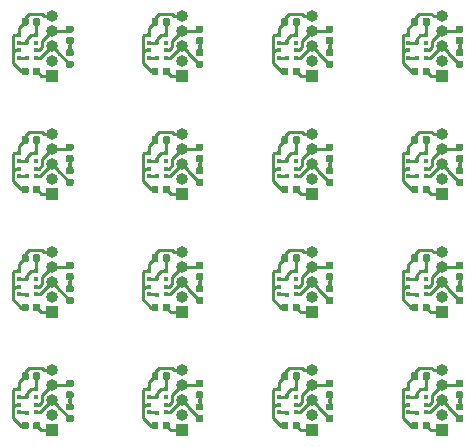
<source format=gbr>
G04 #@! TF.GenerationSoftware,KiCad,Pcbnew,5.1.5-52549c5~84~ubuntu18.04.1*
G04 #@! TF.CreationDate,2020-10-30T11:30:54+01:00*
G04 #@! TF.ProjectId,output.load_cell_panel,6f757470-7574-42e6-9c6f-61645f63656c,rev?*
G04 #@! TF.SameCoordinates,Original*
G04 #@! TF.FileFunction,Copper,L1,Top*
G04 #@! TF.FilePolarity,Positive*
%FSLAX46Y46*%
G04 Gerber Fmt 4.6, Leading zero omitted, Abs format (unit mm)*
G04 Created by KiCad (PCBNEW 5.1.5-52549c5~84~ubuntu18.04.1) date 2020-10-30 11:30:54*
%MOMM*%
%LPD*%
G04 APERTURE LIST*
%ADD10C,0.100000*%
%ADD11R,0.350000X0.350000*%
%ADD12O,1.000000X1.000000*%
%ADD13R,1.000000X1.000000*%
%ADD14C,0.400000*%
%ADD15C,0.250000*%
G04 APERTURE END LIST*
G04 #@! TA.AperFunction,SMDPad,CuDef*
D10*
G36*
X165446958Y-94780710D02*
G01*
X165461276Y-94782834D01*
X165475317Y-94786351D01*
X165488946Y-94791228D01*
X165502031Y-94797417D01*
X165514447Y-94804858D01*
X165526073Y-94813481D01*
X165536798Y-94823202D01*
X165546519Y-94833927D01*
X165555142Y-94845553D01*
X165562583Y-94857969D01*
X165568772Y-94871054D01*
X165573649Y-94884683D01*
X165577166Y-94898724D01*
X165579290Y-94913042D01*
X165580000Y-94927500D01*
X165580000Y-95272500D01*
X165579290Y-95286958D01*
X165577166Y-95301276D01*
X165573649Y-95315317D01*
X165568772Y-95328946D01*
X165562583Y-95342031D01*
X165555142Y-95354447D01*
X165546519Y-95366073D01*
X165536798Y-95376798D01*
X165526073Y-95386519D01*
X165514447Y-95395142D01*
X165502031Y-95402583D01*
X165488946Y-95408772D01*
X165475317Y-95413649D01*
X165461276Y-95417166D01*
X165446958Y-95419290D01*
X165432500Y-95420000D01*
X165137500Y-95420000D01*
X165123042Y-95419290D01*
X165108724Y-95417166D01*
X165094683Y-95413649D01*
X165081054Y-95408772D01*
X165067969Y-95402583D01*
X165055553Y-95395142D01*
X165043927Y-95386519D01*
X165033202Y-95376798D01*
X165023481Y-95366073D01*
X165014858Y-95354447D01*
X165007417Y-95342031D01*
X165001228Y-95328946D01*
X164996351Y-95315317D01*
X164992834Y-95301276D01*
X164990710Y-95286958D01*
X164990000Y-95272500D01*
X164990000Y-94927500D01*
X164990710Y-94913042D01*
X164992834Y-94898724D01*
X164996351Y-94884683D01*
X165001228Y-94871054D01*
X165007417Y-94857969D01*
X165014858Y-94845553D01*
X165023481Y-94833927D01*
X165033202Y-94823202D01*
X165043927Y-94813481D01*
X165055553Y-94804858D01*
X165067969Y-94797417D01*
X165081054Y-94791228D01*
X165094683Y-94786351D01*
X165108724Y-94782834D01*
X165123042Y-94780710D01*
X165137500Y-94780000D01*
X165432500Y-94780000D01*
X165446958Y-94780710D01*
G37*
G04 #@! TD.AperFunction*
G04 #@! TA.AperFunction,SMDPad,CuDef*
G36*
X164476958Y-94780710D02*
G01*
X164491276Y-94782834D01*
X164505317Y-94786351D01*
X164518946Y-94791228D01*
X164532031Y-94797417D01*
X164544447Y-94804858D01*
X164556073Y-94813481D01*
X164566798Y-94823202D01*
X164576519Y-94833927D01*
X164585142Y-94845553D01*
X164592583Y-94857969D01*
X164598772Y-94871054D01*
X164603649Y-94884683D01*
X164607166Y-94898724D01*
X164609290Y-94913042D01*
X164610000Y-94927500D01*
X164610000Y-95272500D01*
X164609290Y-95286958D01*
X164607166Y-95301276D01*
X164603649Y-95315317D01*
X164598772Y-95328946D01*
X164592583Y-95342031D01*
X164585142Y-95354447D01*
X164576519Y-95366073D01*
X164566798Y-95376798D01*
X164556073Y-95386519D01*
X164544447Y-95395142D01*
X164532031Y-95402583D01*
X164518946Y-95408772D01*
X164505317Y-95413649D01*
X164491276Y-95417166D01*
X164476958Y-95419290D01*
X164462500Y-95420000D01*
X164167500Y-95420000D01*
X164153042Y-95419290D01*
X164138724Y-95417166D01*
X164124683Y-95413649D01*
X164111054Y-95408772D01*
X164097969Y-95402583D01*
X164085553Y-95395142D01*
X164073927Y-95386519D01*
X164063202Y-95376798D01*
X164053481Y-95366073D01*
X164044858Y-95354447D01*
X164037417Y-95342031D01*
X164031228Y-95328946D01*
X164026351Y-95315317D01*
X164022834Y-95301276D01*
X164020710Y-95286958D01*
X164020000Y-95272500D01*
X164020000Y-94927500D01*
X164020710Y-94913042D01*
X164022834Y-94898724D01*
X164026351Y-94884683D01*
X164031228Y-94871054D01*
X164037417Y-94857969D01*
X164044858Y-94845553D01*
X164053481Y-94833927D01*
X164063202Y-94823202D01*
X164073927Y-94813481D01*
X164085553Y-94804858D01*
X164097969Y-94797417D01*
X164111054Y-94791228D01*
X164124683Y-94786351D01*
X164138724Y-94782834D01*
X164153042Y-94780710D01*
X164167500Y-94780000D01*
X164462500Y-94780000D01*
X164476958Y-94780710D01*
G37*
G04 #@! TD.AperFunction*
G04 #@! TA.AperFunction,SMDPad,CuDef*
G36*
X154446958Y-94780710D02*
G01*
X154461276Y-94782834D01*
X154475317Y-94786351D01*
X154488946Y-94791228D01*
X154502031Y-94797417D01*
X154514447Y-94804858D01*
X154526073Y-94813481D01*
X154536798Y-94823202D01*
X154546519Y-94833927D01*
X154555142Y-94845553D01*
X154562583Y-94857969D01*
X154568772Y-94871054D01*
X154573649Y-94884683D01*
X154577166Y-94898724D01*
X154579290Y-94913042D01*
X154580000Y-94927500D01*
X154580000Y-95272500D01*
X154579290Y-95286958D01*
X154577166Y-95301276D01*
X154573649Y-95315317D01*
X154568772Y-95328946D01*
X154562583Y-95342031D01*
X154555142Y-95354447D01*
X154546519Y-95366073D01*
X154536798Y-95376798D01*
X154526073Y-95386519D01*
X154514447Y-95395142D01*
X154502031Y-95402583D01*
X154488946Y-95408772D01*
X154475317Y-95413649D01*
X154461276Y-95417166D01*
X154446958Y-95419290D01*
X154432500Y-95420000D01*
X154137500Y-95420000D01*
X154123042Y-95419290D01*
X154108724Y-95417166D01*
X154094683Y-95413649D01*
X154081054Y-95408772D01*
X154067969Y-95402583D01*
X154055553Y-95395142D01*
X154043927Y-95386519D01*
X154033202Y-95376798D01*
X154023481Y-95366073D01*
X154014858Y-95354447D01*
X154007417Y-95342031D01*
X154001228Y-95328946D01*
X153996351Y-95315317D01*
X153992834Y-95301276D01*
X153990710Y-95286958D01*
X153990000Y-95272500D01*
X153990000Y-94927500D01*
X153990710Y-94913042D01*
X153992834Y-94898724D01*
X153996351Y-94884683D01*
X154001228Y-94871054D01*
X154007417Y-94857969D01*
X154014858Y-94845553D01*
X154023481Y-94833927D01*
X154033202Y-94823202D01*
X154043927Y-94813481D01*
X154055553Y-94804858D01*
X154067969Y-94797417D01*
X154081054Y-94791228D01*
X154094683Y-94786351D01*
X154108724Y-94782834D01*
X154123042Y-94780710D01*
X154137500Y-94780000D01*
X154432500Y-94780000D01*
X154446958Y-94780710D01*
G37*
G04 #@! TD.AperFunction*
G04 #@! TA.AperFunction,SMDPad,CuDef*
G36*
X153476958Y-94780710D02*
G01*
X153491276Y-94782834D01*
X153505317Y-94786351D01*
X153518946Y-94791228D01*
X153532031Y-94797417D01*
X153544447Y-94804858D01*
X153556073Y-94813481D01*
X153566798Y-94823202D01*
X153576519Y-94833927D01*
X153585142Y-94845553D01*
X153592583Y-94857969D01*
X153598772Y-94871054D01*
X153603649Y-94884683D01*
X153607166Y-94898724D01*
X153609290Y-94913042D01*
X153610000Y-94927500D01*
X153610000Y-95272500D01*
X153609290Y-95286958D01*
X153607166Y-95301276D01*
X153603649Y-95315317D01*
X153598772Y-95328946D01*
X153592583Y-95342031D01*
X153585142Y-95354447D01*
X153576519Y-95366073D01*
X153566798Y-95376798D01*
X153556073Y-95386519D01*
X153544447Y-95395142D01*
X153532031Y-95402583D01*
X153518946Y-95408772D01*
X153505317Y-95413649D01*
X153491276Y-95417166D01*
X153476958Y-95419290D01*
X153462500Y-95420000D01*
X153167500Y-95420000D01*
X153153042Y-95419290D01*
X153138724Y-95417166D01*
X153124683Y-95413649D01*
X153111054Y-95408772D01*
X153097969Y-95402583D01*
X153085553Y-95395142D01*
X153073927Y-95386519D01*
X153063202Y-95376798D01*
X153053481Y-95366073D01*
X153044858Y-95354447D01*
X153037417Y-95342031D01*
X153031228Y-95328946D01*
X153026351Y-95315317D01*
X153022834Y-95301276D01*
X153020710Y-95286958D01*
X153020000Y-95272500D01*
X153020000Y-94927500D01*
X153020710Y-94913042D01*
X153022834Y-94898724D01*
X153026351Y-94884683D01*
X153031228Y-94871054D01*
X153037417Y-94857969D01*
X153044858Y-94845553D01*
X153053481Y-94833927D01*
X153063202Y-94823202D01*
X153073927Y-94813481D01*
X153085553Y-94804858D01*
X153097969Y-94797417D01*
X153111054Y-94791228D01*
X153124683Y-94786351D01*
X153138724Y-94782834D01*
X153153042Y-94780710D01*
X153167500Y-94780000D01*
X153462500Y-94780000D01*
X153476958Y-94780710D01*
G37*
G04 #@! TD.AperFunction*
G04 #@! TA.AperFunction,SMDPad,CuDef*
G36*
X143446958Y-94780710D02*
G01*
X143461276Y-94782834D01*
X143475317Y-94786351D01*
X143488946Y-94791228D01*
X143502031Y-94797417D01*
X143514447Y-94804858D01*
X143526073Y-94813481D01*
X143536798Y-94823202D01*
X143546519Y-94833927D01*
X143555142Y-94845553D01*
X143562583Y-94857969D01*
X143568772Y-94871054D01*
X143573649Y-94884683D01*
X143577166Y-94898724D01*
X143579290Y-94913042D01*
X143580000Y-94927500D01*
X143580000Y-95272500D01*
X143579290Y-95286958D01*
X143577166Y-95301276D01*
X143573649Y-95315317D01*
X143568772Y-95328946D01*
X143562583Y-95342031D01*
X143555142Y-95354447D01*
X143546519Y-95366073D01*
X143536798Y-95376798D01*
X143526073Y-95386519D01*
X143514447Y-95395142D01*
X143502031Y-95402583D01*
X143488946Y-95408772D01*
X143475317Y-95413649D01*
X143461276Y-95417166D01*
X143446958Y-95419290D01*
X143432500Y-95420000D01*
X143137500Y-95420000D01*
X143123042Y-95419290D01*
X143108724Y-95417166D01*
X143094683Y-95413649D01*
X143081054Y-95408772D01*
X143067969Y-95402583D01*
X143055553Y-95395142D01*
X143043927Y-95386519D01*
X143033202Y-95376798D01*
X143023481Y-95366073D01*
X143014858Y-95354447D01*
X143007417Y-95342031D01*
X143001228Y-95328946D01*
X142996351Y-95315317D01*
X142992834Y-95301276D01*
X142990710Y-95286958D01*
X142990000Y-95272500D01*
X142990000Y-94927500D01*
X142990710Y-94913042D01*
X142992834Y-94898724D01*
X142996351Y-94884683D01*
X143001228Y-94871054D01*
X143007417Y-94857969D01*
X143014858Y-94845553D01*
X143023481Y-94833927D01*
X143033202Y-94823202D01*
X143043927Y-94813481D01*
X143055553Y-94804858D01*
X143067969Y-94797417D01*
X143081054Y-94791228D01*
X143094683Y-94786351D01*
X143108724Y-94782834D01*
X143123042Y-94780710D01*
X143137500Y-94780000D01*
X143432500Y-94780000D01*
X143446958Y-94780710D01*
G37*
G04 #@! TD.AperFunction*
G04 #@! TA.AperFunction,SMDPad,CuDef*
G36*
X142476958Y-94780710D02*
G01*
X142491276Y-94782834D01*
X142505317Y-94786351D01*
X142518946Y-94791228D01*
X142532031Y-94797417D01*
X142544447Y-94804858D01*
X142556073Y-94813481D01*
X142566798Y-94823202D01*
X142576519Y-94833927D01*
X142585142Y-94845553D01*
X142592583Y-94857969D01*
X142598772Y-94871054D01*
X142603649Y-94884683D01*
X142607166Y-94898724D01*
X142609290Y-94913042D01*
X142610000Y-94927500D01*
X142610000Y-95272500D01*
X142609290Y-95286958D01*
X142607166Y-95301276D01*
X142603649Y-95315317D01*
X142598772Y-95328946D01*
X142592583Y-95342031D01*
X142585142Y-95354447D01*
X142576519Y-95366073D01*
X142566798Y-95376798D01*
X142556073Y-95386519D01*
X142544447Y-95395142D01*
X142532031Y-95402583D01*
X142518946Y-95408772D01*
X142505317Y-95413649D01*
X142491276Y-95417166D01*
X142476958Y-95419290D01*
X142462500Y-95420000D01*
X142167500Y-95420000D01*
X142153042Y-95419290D01*
X142138724Y-95417166D01*
X142124683Y-95413649D01*
X142111054Y-95408772D01*
X142097969Y-95402583D01*
X142085553Y-95395142D01*
X142073927Y-95386519D01*
X142063202Y-95376798D01*
X142053481Y-95366073D01*
X142044858Y-95354447D01*
X142037417Y-95342031D01*
X142031228Y-95328946D01*
X142026351Y-95315317D01*
X142022834Y-95301276D01*
X142020710Y-95286958D01*
X142020000Y-95272500D01*
X142020000Y-94927500D01*
X142020710Y-94913042D01*
X142022834Y-94898724D01*
X142026351Y-94884683D01*
X142031228Y-94871054D01*
X142037417Y-94857969D01*
X142044858Y-94845553D01*
X142053481Y-94833927D01*
X142063202Y-94823202D01*
X142073927Y-94813481D01*
X142085553Y-94804858D01*
X142097969Y-94797417D01*
X142111054Y-94791228D01*
X142124683Y-94786351D01*
X142138724Y-94782834D01*
X142153042Y-94780710D01*
X142167500Y-94780000D01*
X142462500Y-94780000D01*
X142476958Y-94780710D01*
G37*
G04 #@! TD.AperFunction*
G04 #@! TA.AperFunction,SMDPad,CuDef*
G36*
X154446958Y-104780710D02*
G01*
X154461276Y-104782834D01*
X154475317Y-104786351D01*
X154488946Y-104791228D01*
X154502031Y-104797417D01*
X154514447Y-104804858D01*
X154526073Y-104813481D01*
X154536798Y-104823202D01*
X154546519Y-104833927D01*
X154555142Y-104845553D01*
X154562583Y-104857969D01*
X154568772Y-104871054D01*
X154573649Y-104884683D01*
X154577166Y-104898724D01*
X154579290Y-104913042D01*
X154580000Y-104927500D01*
X154580000Y-105272500D01*
X154579290Y-105286958D01*
X154577166Y-105301276D01*
X154573649Y-105315317D01*
X154568772Y-105328946D01*
X154562583Y-105342031D01*
X154555142Y-105354447D01*
X154546519Y-105366073D01*
X154536798Y-105376798D01*
X154526073Y-105386519D01*
X154514447Y-105395142D01*
X154502031Y-105402583D01*
X154488946Y-105408772D01*
X154475317Y-105413649D01*
X154461276Y-105417166D01*
X154446958Y-105419290D01*
X154432500Y-105420000D01*
X154137500Y-105420000D01*
X154123042Y-105419290D01*
X154108724Y-105417166D01*
X154094683Y-105413649D01*
X154081054Y-105408772D01*
X154067969Y-105402583D01*
X154055553Y-105395142D01*
X154043927Y-105386519D01*
X154033202Y-105376798D01*
X154023481Y-105366073D01*
X154014858Y-105354447D01*
X154007417Y-105342031D01*
X154001228Y-105328946D01*
X153996351Y-105315317D01*
X153992834Y-105301276D01*
X153990710Y-105286958D01*
X153990000Y-105272500D01*
X153990000Y-104927500D01*
X153990710Y-104913042D01*
X153992834Y-104898724D01*
X153996351Y-104884683D01*
X154001228Y-104871054D01*
X154007417Y-104857969D01*
X154014858Y-104845553D01*
X154023481Y-104833927D01*
X154033202Y-104823202D01*
X154043927Y-104813481D01*
X154055553Y-104804858D01*
X154067969Y-104797417D01*
X154081054Y-104791228D01*
X154094683Y-104786351D01*
X154108724Y-104782834D01*
X154123042Y-104780710D01*
X154137500Y-104780000D01*
X154432500Y-104780000D01*
X154446958Y-104780710D01*
G37*
G04 #@! TD.AperFunction*
G04 #@! TA.AperFunction,SMDPad,CuDef*
G36*
X153476958Y-104780710D02*
G01*
X153491276Y-104782834D01*
X153505317Y-104786351D01*
X153518946Y-104791228D01*
X153532031Y-104797417D01*
X153544447Y-104804858D01*
X153556073Y-104813481D01*
X153566798Y-104823202D01*
X153576519Y-104833927D01*
X153585142Y-104845553D01*
X153592583Y-104857969D01*
X153598772Y-104871054D01*
X153603649Y-104884683D01*
X153607166Y-104898724D01*
X153609290Y-104913042D01*
X153610000Y-104927500D01*
X153610000Y-105272500D01*
X153609290Y-105286958D01*
X153607166Y-105301276D01*
X153603649Y-105315317D01*
X153598772Y-105328946D01*
X153592583Y-105342031D01*
X153585142Y-105354447D01*
X153576519Y-105366073D01*
X153566798Y-105376798D01*
X153556073Y-105386519D01*
X153544447Y-105395142D01*
X153532031Y-105402583D01*
X153518946Y-105408772D01*
X153505317Y-105413649D01*
X153491276Y-105417166D01*
X153476958Y-105419290D01*
X153462500Y-105420000D01*
X153167500Y-105420000D01*
X153153042Y-105419290D01*
X153138724Y-105417166D01*
X153124683Y-105413649D01*
X153111054Y-105408772D01*
X153097969Y-105402583D01*
X153085553Y-105395142D01*
X153073927Y-105386519D01*
X153063202Y-105376798D01*
X153053481Y-105366073D01*
X153044858Y-105354447D01*
X153037417Y-105342031D01*
X153031228Y-105328946D01*
X153026351Y-105315317D01*
X153022834Y-105301276D01*
X153020710Y-105286958D01*
X153020000Y-105272500D01*
X153020000Y-104927500D01*
X153020710Y-104913042D01*
X153022834Y-104898724D01*
X153026351Y-104884683D01*
X153031228Y-104871054D01*
X153037417Y-104857969D01*
X153044858Y-104845553D01*
X153053481Y-104833927D01*
X153063202Y-104823202D01*
X153073927Y-104813481D01*
X153085553Y-104804858D01*
X153097969Y-104797417D01*
X153111054Y-104791228D01*
X153124683Y-104786351D01*
X153138724Y-104782834D01*
X153153042Y-104780710D01*
X153167500Y-104780000D01*
X153462500Y-104780000D01*
X153476958Y-104780710D01*
G37*
G04 #@! TD.AperFunction*
G04 #@! TA.AperFunction,SMDPad,CuDef*
G36*
X143446958Y-104780710D02*
G01*
X143461276Y-104782834D01*
X143475317Y-104786351D01*
X143488946Y-104791228D01*
X143502031Y-104797417D01*
X143514447Y-104804858D01*
X143526073Y-104813481D01*
X143536798Y-104823202D01*
X143546519Y-104833927D01*
X143555142Y-104845553D01*
X143562583Y-104857969D01*
X143568772Y-104871054D01*
X143573649Y-104884683D01*
X143577166Y-104898724D01*
X143579290Y-104913042D01*
X143580000Y-104927500D01*
X143580000Y-105272500D01*
X143579290Y-105286958D01*
X143577166Y-105301276D01*
X143573649Y-105315317D01*
X143568772Y-105328946D01*
X143562583Y-105342031D01*
X143555142Y-105354447D01*
X143546519Y-105366073D01*
X143536798Y-105376798D01*
X143526073Y-105386519D01*
X143514447Y-105395142D01*
X143502031Y-105402583D01*
X143488946Y-105408772D01*
X143475317Y-105413649D01*
X143461276Y-105417166D01*
X143446958Y-105419290D01*
X143432500Y-105420000D01*
X143137500Y-105420000D01*
X143123042Y-105419290D01*
X143108724Y-105417166D01*
X143094683Y-105413649D01*
X143081054Y-105408772D01*
X143067969Y-105402583D01*
X143055553Y-105395142D01*
X143043927Y-105386519D01*
X143033202Y-105376798D01*
X143023481Y-105366073D01*
X143014858Y-105354447D01*
X143007417Y-105342031D01*
X143001228Y-105328946D01*
X142996351Y-105315317D01*
X142992834Y-105301276D01*
X142990710Y-105286958D01*
X142990000Y-105272500D01*
X142990000Y-104927500D01*
X142990710Y-104913042D01*
X142992834Y-104898724D01*
X142996351Y-104884683D01*
X143001228Y-104871054D01*
X143007417Y-104857969D01*
X143014858Y-104845553D01*
X143023481Y-104833927D01*
X143033202Y-104823202D01*
X143043927Y-104813481D01*
X143055553Y-104804858D01*
X143067969Y-104797417D01*
X143081054Y-104791228D01*
X143094683Y-104786351D01*
X143108724Y-104782834D01*
X143123042Y-104780710D01*
X143137500Y-104780000D01*
X143432500Y-104780000D01*
X143446958Y-104780710D01*
G37*
G04 #@! TD.AperFunction*
G04 #@! TA.AperFunction,SMDPad,CuDef*
G36*
X142476958Y-104780710D02*
G01*
X142491276Y-104782834D01*
X142505317Y-104786351D01*
X142518946Y-104791228D01*
X142532031Y-104797417D01*
X142544447Y-104804858D01*
X142556073Y-104813481D01*
X142566798Y-104823202D01*
X142576519Y-104833927D01*
X142585142Y-104845553D01*
X142592583Y-104857969D01*
X142598772Y-104871054D01*
X142603649Y-104884683D01*
X142607166Y-104898724D01*
X142609290Y-104913042D01*
X142610000Y-104927500D01*
X142610000Y-105272500D01*
X142609290Y-105286958D01*
X142607166Y-105301276D01*
X142603649Y-105315317D01*
X142598772Y-105328946D01*
X142592583Y-105342031D01*
X142585142Y-105354447D01*
X142576519Y-105366073D01*
X142566798Y-105376798D01*
X142556073Y-105386519D01*
X142544447Y-105395142D01*
X142532031Y-105402583D01*
X142518946Y-105408772D01*
X142505317Y-105413649D01*
X142491276Y-105417166D01*
X142476958Y-105419290D01*
X142462500Y-105420000D01*
X142167500Y-105420000D01*
X142153042Y-105419290D01*
X142138724Y-105417166D01*
X142124683Y-105413649D01*
X142111054Y-105408772D01*
X142097969Y-105402583D01*
X142085553Y-105395142D01*
X142073927Y-105386519D01*
X142063202Y-105376798D01*
X142053481Y-105366073D01*
X142044858Y-105354447D01*
X142037417Y-105342031D01*
X142031228Y-105328946D01*
X142026351Y-105315317D01*
X142022834Y-105301276D01*
X142020710Y-105286958D01*
X142020000Y-105272500D01*
X142020000Y-104927500D01*
X142020710Y-104913042D01*
X142022834Y-104898724D01*
X142026351Y-104884683D01*
X142031228Y-104871054D01*
X142037417Y-104857969D01*
X142044858Y-104845553D01*
X142053481Y-104833927D01*
X142063202Y-104823202D01*
X142073927Y-104813481D01*
X142085553Y-104804858D01*
X142097969Y-104797417D01*
X142111054Y-104791228D01*
X142124683Y-104786351D01*
X142138724Y-104782834D01*
X142153042Y-104780710D01*
X142167500Y-104780000D01*
X142462500Y-104780000D01*
X142476958Y-104780710D01*
G37*
G04 #@! TD.AperFunction*
G04 #@! TA.AperFunction,SMDPad,CuDef*
G36*
X164476958Y-70580710D02*
G01*
X164491276Y-70582834D01*
X164505317Y-70586351D01*
X164518946Y-70591228D01*
X164532031Y-70597417D01*
X164544447Y-70604858D01*
X164556073Y-70613481D01*
X164566798Y-70623202D01*
X164576519Y-70633927D01*
X164585142Y-70645553D01*
X164592583Y-70657969D01*
X164598772Y-70671054D01*
X164603649Y-70684683D01*
X164607166Y-70698724D01*
X164609290Y-70713042D01*
X164610000Y-70727500D01*
X164610000Y-71072500D01*
X164609290Y-71086958D01*
X164607166Y-71101276D01*
X164603649Y-71115317D01*
X164598772Y-71128946D01*
X164592583Y-71142031D01*
X164585142Y-71154447D01*
X164576519Y-71166073D01*
X164566798Y-71176798D01*
X164556073Y-71186519D01*
X164544447Y-71195142D01*
X164532031Y-71202583D01*
X164518946Y-71208772D01*
X164505317Y-71213649D01*
X164491276Y-71217166D01*
X164476958Y-71219290D01*
X164462500Y-71220000D01*
X164167500Y-71220000D01*
X164153042Y-71219290D01*
X164138724Y-71217166D01*
X164124683Y-71213649D01*
X164111054Y-71208772D01*
X164097969Y-71202583D01*
X164085553Y-71195142D01*
X164073927Y-71186519D01*
X164063202Y-71176798D01*
X164053481Y-71166073D01*
X164044858Y-71154447D01*
X164037417Y-71142031D01*
X164031228Y-71128946D01*
X164026351Y-71115317D01*
X164022834Y-71101276D01*
X164020710Y-71086958D01*
X164020000Y-71072500D01*
X164020000Y-70727500D01*
X164020710Y-70713042D01*
X164022834Y-70698724D01*
X164026351Y-70684683D01*
X164031228Y-70671054D01*
X164037417Y-70657969D01*
X164044858Y-70645553D01*
X164053481Y-70633927D01*
X164063202Y-70623202D01*
X164073927Y-70613481D01*
X164085553Y-70604858D01*
X164097969Y-70597417D01*
X164111054Y-70591228D01*
X164124683Y-70586351D01*
X164138724Y-70582834D01*
X164153042Y-70580710D01*
X164167500Y-70580000D01*
X164462500Y-70580000D01*
X164476958Y-70580710D01*
G37*
G04 #@! TD.AperFunction*
G04 #@! TA.AperFunction,SMDPad,CuDef*
G36*
X165446958Y-70580710D02*
G01*
X165461276Y-70582834D01*
X165475317Y-70586351D01*
X165488946Y-70591228D01*
X165502031Y-70597417D01*
X165514447Y-70604858D01*
X165526073Y-70613481D01*
X165536798Y-70623202D01*
X165546519Y-70633927D01*
X165555142Y-70645553D01*
X165562583Y-70657969D01*
X165568772Y-70671054D01*
X165573649Y-70684683D01*
X165577166Y-70698724D01*
X165579290Y-70713042D01*
X165580000Y-70727500D01*
X165580000Y-71072500D01*
X165579290Y-71086958D01*
X165577166Y-71101276D01*
X165573649Y-71115317D01*
X165568772Y-71128946D01*
X165562583Y-71142031D01*
X165555142Y-71154447D01*
X165546519Y-71166073D01*
X165536798Y-71176798D01*
X165526073Y-71186519D01*
X165514447Y-71195142D01*
X165502031Y-71202583D01*
X165488946Y-71208772D01*
X165475317Y-71213649D01*
X165461276Y-71217166D01*
X165446958Y-71219290D01*
X165432500Y-71220000D01*
X165137500Y-71220000D01*
X165123042Y-71219290D01*
X165108724Y-71217166D01*
X165094683Y-71213649D01*
X165081054Y-71208772D01*
X165067969Y-71202583D01*
X165055553Y-71195142D01*
X165043927Y-71186519D01*
X165033202Y-71176798D01*
X165023481Y-71166073D01*
X165014858Y-71154447D01*
X165007417Y-71142031D01*
X165001228Y-71128946D01*
X164996351Y-71115317D01*
X164992834Y-71101276D01*
X164990710Y-71086958D01*
X164990000Y-71072500D01*
X164990000Y-70727500D01*
X164990710Y-70713042D01*
X164992834Y-70698724D01*
X164996351Y-70684683D01*
X165001228Y-70671054D01*
X165007417Y-70657969D01*
X165014858Y-70645553D01*
X165023481Y-70633927D01*
X165033202Y-70623202D01*
X165043927Y-70613481D01*
X165055553Y-70604858D01*
X165067969Y-70597417D01*
X165081054Y-70591228D01*
X165094683Y-70586351D01*
X165108724Y-70582834D01*
X165123042Y-70580710D01*
X165137500Y-70580000D01*
X165432500Y-70580000D01*
X165446958Y-70580710D01*
G37*
G04 #@! TD.AperFunction*
D11*
X165225000Y-93975000D03*
X163775000Y-93975000D03*
X165225000Y-92025000D03*
X163775000Y-92025000D03*
X165225000Y-93325000D03*
X163775000Y-93325000D03*
X165225000Y-92675000D03*
X163775000Y-92675000D03*
G04 #@! TA.AperFunction,SMDPad,CuDef*
D10*
G36*
X142476958Y-90580710D02*
G01*
X142491276Y-90582834D01*
X142505317Y-90586351D01*
X142518946Y-90591228D01*
X142532031Y-90597417D01*
X142544447Y-90604858D01*
X142556073Y-90613481D01*
X142566798Y-90623202D01*
X142576519Y-90633927D01*
X142585142Y-90645553D01*
X142592583Y-90657969D01*
X142598772Y-90671054D01*
X142603649Y-90684683D01*
X142607166Y-90698724D01*
X142609290Y-90713042D01*
X142610000Y-90727500D01*
X142610000Y-91072500D01*
X142609290Y-91086958D01*
X142607166Y-91101276D01*
X142603649Y-91115317D01*
X142598772Y-91128946D01*
X142592583Y-91142031D01*
X142585142Y-91154447D01*
X142576519Y-91166073D01*
X142566798Y-91176798D01*
X142556073Y-91186519D01*
X142544447Y-91195142D01*
X142532031Y-91202583D01*
X142518946Y-91208772D01*
X142505317Y-91213649D01*
X142491276Y-91217166D01*
X142476958Y-91219290D01*
X142462500Y-91220000D01*
X142167500Y-91220000D01*
X142153042Y-91219290D01*
X142138724Y-91217166D01*
X142124683Y-91213649D01*
X142111054Y-91208772D01*
X142097969Y-91202583D01*
X142085553Y-91195142D01*
X142073927Y-91186519D01*
X142063202Y-91176798D01*
X142053481Y-91166073D01*
X142044858Y-91154447D01*
X142037417Y-91142031D01*
X142031228Y-91128946D01*
X142026351Y-91115317D01*
X142022834Y-91101276D01*
X142020710Y-91086958D01*
X142020000Y-91072500D01*
X142020000Y-90727500D01*
X142020710Y-90713042D01*
X142022834Y-90698724D01*
X142026351Y-90684683D01*
X142031228Y-90671054D01*
X142037417Y-90657969D01*
X142044858Y-90645553D01*
X142053481Y-90633927D01*
X142063202Y-90623202D01*
X142073927Y-90613481D01*
X142085553Y-90604858D01*
X142097969Y-90597417D01*
X142111054Y-90591228D01*
X142124683Y-90586351D01*
X142138724Y-90582834D01*
X142153042Y-90580710D01*
X142167500Y-90580000D01*
X142462500Y-90580000D01*
X142476958Y-90580710D01*
G37*
G04 #@! TD.AperFunction*
G04 #@! TA.AperFunction,SMDPad,CuDef*
G36*
X143446958Y-90580710D02*
G01*
X143461276Y-90582834D01*
X143475317Y-90586351D01*
X143488946Y-90591228D01*
X143502031Y-90597417D01*
X143514447Y-90604858D01*
X143526073Y-90613481D01*
X143536798Y-90623202D01*
X143546519Y-90633927D01*
X143555142Y-90645553D01*
X143562583Y-90657969D01*
X143568772Y-90671054D01*
X143573649Y-90684683D01*
X143577166Y-90698724D01*
X143579290Y-90713042D01*
X143580000Y-90727500D01*
X143580000Y-91072500D01*
X143579290Y-91086958D01*
X143577166Y-91101276D01*
X143573649Y-91115317D01*
X143568772Y-91128946D01*
X143562583Y-91142031D01*
X143555142Y-91154447D01*
X143546519Y-91166073D01*
X143536798Y-91176798D01*
X143526073Y-91186519D01*
X143514447Y-91195142D01*
X143502031Y-91202583D01*
X143488946Y-91208772D01*
X143475317Y-91213649D01*
X143461276Y-91217166D01*
X143446958Y-91219290D01*
X143432500Y-91220000D01*
X143137500Y-91220000D01*
X143123042Y-91219290D01*
X143108724Y-91217166D01*
X143094683Y-91213649D01*
X143081054Y-91208772D01*
X143067969Y-91202583D01*
X143055553Y-91195142D01*
X143043927Y-91186519D01*
X143033202Y-91176798D01*
X143023481Y-91166073D01*
X143014858Y-91154447D01*
X143007417Y-91142031D01*
X143001228Y-91128946D01*
X142996351Y-91115317D01*
X142992834Y-91101276D01*
X142990710Y-91086958D01*
X142990000Y-91072500D01*
X142990000Y-90727500D01*
X142990710Y-90713042D01*
X142992834Y-90698724D01*
X142996351Y-90684683D01*
X143001228Y-90671054D01*
X143007417Y-90657969D01*
X143014858Y-90645553D01*
X143023481Y-90633927D01*
X143033202Y-90623202D01*
X143043927Y-90613481D01*
X143055553Y-90604858D01*
X143067969Y-90597417D01*
X143081054Y-90591228D01*
X143094683Y-90586351D01*
X143108724Y-90582834D01*
X143123042Y-90580710D01*
X143137500Y-90580000D01*
X143432500Y-90580000D01*
X143446958Y-90580710D01*
G37*
G04 #@! TD.AperFunction*
G04 #@! TA.AperFunction,SMDPad,CuDef*
G36*
X168286958Y-91220710D02*
G01*
X168301276Y-91222834D01*
X168315317Y-91226351D01*
X168328946Y-91231228D01*
X168342031Y-91237417D01*
X168354447Y-91244858D01*
X168366073Y-91253481D01*
X168376798Y-91263202D01*
X168386519Y-91273927D01*
X168395142Y-91285553D01*
X168402583Y-91297969D01*
X168408772Y-91311054D01*
X168413649Y-91324683D01*
X168417166Y-91338724D01*
X168419290Y-91353042D01*
X168420000Y-91367500D01*
X168420000Y-91662500D01*
X168419290Y-91676958D01*
X168417166Y-91691276D01*
X168413649Y-91705317D01*
X168408772Y-91718946D01*
X168402583Y-91732031D01*
X168395142Y-91744447D01*
X168386519Y-91756073D01*
X168376798Y-91766798D01*
X168366073Y-91776519D01*
X168354447Y-91785142D01*
X168342031Y-91792583D01*
X168328946Y-91798772D01*
X168315317Y-91803649D01*
X168301276Y-91807166D01*
X168286958Y-91809290D01*
X168272500Y-91810000D01*
X167927500Y-91810000D01*
X167913042Y-91809290D01*
X167898724Y-91807166D01*
X167884683Y-91803649D01*
X167871054Y-91798772D01*
X167857969Y-91792583D01*
X167845553Y-91785142D01*
X167833927Y-91776519D01*
X167823202Y-91766798D01*
X167813481Y-91756073D01*
X167804858Y-91744447D01*
X167797417Y-91732031D01*
X167791228Y-91718946D01*
X167786351Y-91705317D01*
X167782834Y-91691276D01*
X167780710Y-91676958D01*
X167780000Y-91662500D01*
X167780000Y-91367500D01*
X167780710Y-91353042D01*
X167782834Y-91338724D01*
X167786351Y-91324683D01*
X167791228Y-91311054D01*
X167797417Y-91297969D01*
X167804858Y-91285553D01*
X167813481Y-91273927D01*
X167823202Y-91263202D01*
X167833927Y-91253481D01*
X167845553Y-91244858D01*
X167857969Y-91237417D01*
X167871054Y-91231228D01*
X167884683Y-91226351D01*
X167898724Y-91222834D01*
X167913042Y-91220710D01*
X167927500Y-91220000D01*
X168272500Y-91220000D01*
X168286958Y-91220710D01*
G37*
G04 #@! TD.AperFunction*
G04 #@! TA.AperFunction,SMDPad,CuDef*
G36*
X168286958Y-92190710D02*
G01*
X168301276Y-92192834D01*
X168315317Y-92196351D01*
X168328946Y-92201228D01*
X168342031Y-92207417D01*
X168354447Y-92214858D01*
X168366073Y-92223481D01*
X168376798Y-92233202D01*
X168386519Y-92243927D01*
X168395142Y-92255553D01*
X168402583Y-92267969D01*
X168408772Y-92281054D01*
X168413649Y-92294683D01*
X168417166Y-92308724D01*
X168419290Y-92323042D01*
X168420000Y-92337500D01*
X168420000Y-92632500D01*
X168419290Y-92646958D01*
X168417166Y-92661276D01*
X168413649Y-92675317D01*
X168408772Y-92688946D01*
X168402583Y-92702031D01*
X168395142Y-92714447D01*
X168386519Y-92726073D01*
X168376798Y-92736798D01*
X168366073Y-92746519D01*
X168354447Y-92755142D01*
X168342031Y-92762583D01*
X168328946Y-92768772D01*
X168315317Y-92773649D01*
X168301276Y-92777166D01*
X168286958Y-92779290D01*
X168272500Y-92780000D01*
X167927500Y-92780000D01*
X167913042Y-92779290D01*
X167898724Y-92777166D01*
X167884683Y-92773649D01*
X167871054Y-92768772D01*
X167857969Y-92762583D01*
X167845553Y-92755142D01*
X167833927Y-92746519D01*
X167823202Y-92736798D01*
X167813481Y-92726073D01*
X167804858Y-92714447D01*
X167797417Y-92702031D01*
X167791228Y-92688946D01*
X167786351Y-92675317D01*
X167782834Y-92661276D01*
X167780710Y-92646958D01*
X167780000Y-92632500D01*
X167780000Y-92337500D01*
X167780710Y-92323042D01*
X167782834Y-92308724D01*
X167786351Y-92294683D01*
X167791228Y-92281054D01*
X167797417Y-92267969D01*
X167804858Y-92255553D01*
X167813481Y-92243927D01*
X167823202Y-92233202D01*
X167833927Y-92223481D01*
X167845553Y-92214858D01*
X167857969Y-92207417D01*
X167871054Y-92201228D01*
X167884683Y-92196351D01*
X167898724Y-92192834D01*
X167913042Y-92190710D01*
X167927500Y-92190000D01*
X168272500Y-92190000D01*
X168286958Y-92190710D01*
G37*
G04 #@! TD.AperFunction*
G04 #@! TA.AperFunction,SMDPad,CuDef*
G36*
X157286958Y-91220710D02*
G01*
X157301276Y-91222834D01*
X157315317Y-91226351D01*
X157328946Y-91231228D01*
X157342031Y-91237417D01*
X157354447Y-91244858D01*
X157366073Y-91253481D01*
X157376798Y-91263202D01*
X157386519Y-91273927D01*
X157395142Y-91285553D01*
X157402583Y-91297969D01*
X157408772Y-91311054D01*
X157413649Y-91324683D01*
X157417166Y-91338724D01*
X157419290Y-91353042D01*
X157420000Y-91367500D01*
X157420000Y-91662500D01*
X157419290Y-91676958D01*
X157417166Y-91691276D01*
X157413649Y-91705317D01*
X157408772Y-91718946D01*
X157402583Y-91732031D01*
X157395142Y-91744447D01*
X157386519Y-91756073D01*
X157376798Y-91766798D01*
X157366073Y-91776519D01*
X157354447Y-91785142D01*
X157342031Y-91792583D01*
X157328946Y-91798772D01*
X157315317Y-91803649D01*
X157301276Y-91807166D01*
X157286958Y-91809290D01*
X157272500Y-91810000D01*
X156927500Y-91810000D01*
X156913042Y-91809290D01*
X156898724Y-91807166D01*
X156884683Y-91803649D01*
X156871054Y-91798772D01*
X156857969Y-91792583D01*
X156845553Y-91785142D01*
X156833927Y-91776519D01*
X156823202Y-91766798D01*
X156813481Y-91756073D01*
X156804858Y-91744447D01*
X156797417Y-91732031D01*
X156791228Y-91718946D01*
X156786351Y-91705317D01*
X156782834Y-91691276D01*
X156780710Y-91676958D01*
X156780000Y-91662500D01*
X156780000Y-91367500D01*
X156780710Y-91353042D01*
X156782834Y-91338724D01*
X156786351Y-91324683D01*
X156791228Y-91311054D01*
X156797417Y-91297969D01*
X156804858Y-91285553D01*
X156813481Y-91273927D01*
X156823202Y-91263202D01*
X156833927Y-91253481D01*
X156845553Y-91244858D01*
X156857969Y-91237417D01*
X156871054Y-91231228D01*
X156884683Y-91226351D01*
X156898724Y-91222834D01*
X156913042Y-91220710D01*
X156927500Y-91220000D01*
X157272500Y-91220000D01*
X157286958Y-91220710D01*
G37*
G04 #@! TD.AperFunction*
G04 #@! TA.AperFunction,SMDPad,CuDef*
G36*
X157286958Y-92190710D02*
G01*
X157301276Y-92192834D01*
X157315317Y-92196351D01*
X157328946Y-92201228D01*
X157342031Y-92207417D01*
X157354447Y-92214858D01*
X157366073Y-92223481D01*
X157376798Y-92233202D01*
X157386519Y-92243927D01*
X157395142Y-92255553D01*
X157402583Y-92267969D01*
X157408772Y-92281054D01*
X157413649Y-92294683D01*
X157417166Y-92308724D01*
X157419290Y-92323042D01*
X157420000Y-92337500D01*
X157420000Y-92632500D01*
X157419290Y-92646958D01*
X157417166Y-92661276D01*
X157413649Y-92675317D01*
X157408772Y-92688946D01*
X157402583Y-92702031D01*
X157395142Y-92714447D01*
X157386519Y-92726073D01*
X157376798Y-92736798D01*
X157366073Y-92746519D01*
X157354447Y-92755142D01*
X157342031Y-92762583D01*
X157328946Y-92768772D01*
X157315317Y-92773649D01*
X157301276Y-92777166D01*
X157286958Y-92779290D01*
X157272500Y-92780000D01*
X156927500Y-92780000D01*
X156913042Y-92779290D01*
X156898724Y-92777166D01*
X156884683Y-92773649D01*
X156871054Y-92768772D01*
X156857969Y-92762583D01*
X156845553Y-92755142D01*
X156833927Y-92746519D01*
X156823202Y-92736798D01*
X156813481Y-92726073D01*
X156804858Y-92714447D01*
X156797417Y-92702031D01*
X156791228Y-92688946D01*
X156786351Y-92675317D01*
X156782834Y-92661276D01*
X156780710Y-92646958D01*
X156780000Y-92632500D01*
X156780000Y-92337500D01*
X156780710Y-92323042D01*
X156782834Y-92308724D01*
X156786351Y-92294683D01*
X156791228Y-92281054D01*
X156797417Y-92267969D01*
X156804858Y-92255553D01*
X156813481Y-92243927D01*
X156823202Y-92233202D01*
X156833927Y-92223481D01*
X156845553Y-92214858D01*
X156857969Y-92207417D01*
X156871054Y-92201228D01*
X156884683Y-92196351D01*
X156898724Y-92192834D01*
X156913042Y-92190710D01*
X156927500Y-92190000D01*
X157272500Y-92190000D01*
X157286958Y-92190710D01*
G37*
G04 #@! TD.AperFunction*
G04 #@! TA.AperFunction,SMDPad,CuDef*
G36*
X168286958Y-73220710D02*
G01*
X168301276Y-73222834D01*
X168315317Y-73226351D01*
X168328946Y-73231228D01*
X168342031Y-73237417D01*
X168354447Y-73244858D01*
X168366073Y-73253481D01*
X168376798Y-73263202D01*
X168386519Y-73273927D01*
X168395142Y-73285553D01*
X168402583Y-73297969D01*
X168408772Y-73311054D01*
X168413649Y-73324683D01*
X168417166Y-73338724D01*
X168419290Y-73353042D01*
X168420000Y-73367500D01*
X168420000Y-73662500D01*
X168419290Y-73676958D01*
X168417166Y-73691276D01*
X168413649Y-73705317D01*
X168408772Y-73718946D01*
X168402583Y-73732031D01*
X168395142Y-73744447D01*
X168386519Y-73756073D01*
X168376798Y-73766798D01*
X168366073Y-73776519D01*
X168354447Y-73785142D01*
X168342031Y-73792583D01*
X168328946Y-73798772D01*
X168315317Y-73803649D01*
X168301276Y-73807166D01*
X168286958Y-73809290D01*
X168272500Y-73810000D01*
X167927500Y-73810000D01*
X167913042Y-73809290D01*
X167898724Y-73807166D01*
X167884683Y-73803649D01*
X167871054Y-73798772D01*
X167857969Y-73792583D01*
X167845553Y-73785142D01*
X167833927Y-73776519D01*
X167823202Y-73766798D01*
X167813481Y-73756073D01*
X167804858Y-73744447D01*
X167797417Y-73732031D01*
X167791228Y-73718946D01*
X167786351Y-73705317D01*
X167782834Y-73691276D01*
X167780710Y-73676958D01*
X167780000Y-73662500D01*
X167780000Y-73367500D01*
X167780710Y-73353042D01*
X167782834Y-73338724D01*
X167786351Y-73324683D01*
X167791228Y-73311054D01*
X167797417Y-73297969D01*
X167804858Y-73285553D01*
X167813481Y-73273927D01*
X167823202Y-73263202D01*
X167833927Y-73253481D01*
X167845553Y-73244858D01*
X167857969Y-73237417D01*
X167871054Y-73231228D01*
X167884683Y-73226351D01*
X167898724Y-73222834D01*
X167913042Y-73220710D01*
X167927500Y-73220000D01*
X168272500Y-73220000D01*
X168286958Y-73220710D01*
G37*
G04 #@! TD.AperFunction*
G04 #@! TA.AperFunction,SMDPad,CuDef*
G36*
X168286958Y-74190710D02*
G01*
X168301276Y-74192834D01*
X168315317Y-74196351D01*
X168328946Y-74201228D01*
X168342031Y-74207417D01*
X168354447Y-74214858D01*
X168366073Y-74223481D01*
X168376798Y-74233202D01*
X168386519Y-74243927D01*
X168395142Y-74255553D01*
X168402583Y-74267969D01*
X168408772Y-74281054D01*
X168413649Y-74294683D01*
X168417166Y-74308724D01*
X168419290Y-74323042D01*
X168420000Y-74337500D01*
X168420000Y-74632500D01*
X168419290Y-74646958D01*
X168417166Y-74661276D01*
X168413649Y-74675317D01*
X168408772Y-74688946D01*
X168402583Y-74702031D01*
X168395142Y-74714447D01*
X168386519Y-74726073D01*
X168376798Y-74736798D01*
X168366073Y-74746519D01*
X168354447Y-74755142D01*
X168342031Y-74762583D01*
X168328946Y-74768772D01*
X168315317Y-74773649D01*
X168301276Y-74777166D01*
X168286958Y-74779290D01*
X168272500Y-74780000D01*
X167927500Y-74780000D01*
X167913042Y-74779290D01*
X167898724Y-74777166D01*
X167884683Y-74773649D01*
X167871054Y-74768772D01*
X167857969Y-74762583D01*
X167845553Y-74755142D01*
X167833927Y-74746519D01*
X167823202Y-74736798D01*
X167813481Y-74726073D01*
X167804858Y-74714447D01*
X167797417Y-74702031D01*
X167791228Y-74688946D01*
X167786351Y-74675317D01*
X167782834Y-74661276D01*
X167780710Y-74646958D01*
X167780000Y-74632500D01*
X167780000Y-74337500D01*
X167780710Y-74323042D01*
X167782834Y-74308724D01*
X167786351Y-74294683D01*
X167791228Y-74281054D01*
X167797417Y-74267969D01*
X167804858Y-74255553D01*
X167813481Y-74243927D01*
X167823202Y-74233202D01*
X167833927Y-74223481D01*
X167845553Y-74214858D01*
X167857969Y-74207417D01*
X167871054Y-74201228D01*
X167884683Y-74196351D01*
X167898724Y-74192834D01*
X167913042Y-74190710D01*
X167927500Y-74190000D01*
X168272500Y-74190000D01*
X168286958Y-74190710D01*
G37*
G04 #@! TD.AperFunction*
G04 #@! TA.AperFunction,SMDPad,CuDef*
G36*
X153476958Y-100580710D02*
G01*
X153491276Y-100582834D01*
X153505317Y-100586351D01*
X153518946Y-100591228D01*
X153532031Y-100597417D01*
X153544447Y-100604858D01*
X153556073Y-100613481D01*
X153566798Y-100623202D01*
X153576519Y-100633927D01*
X153585142Y-100645553D01*
X153592583Y-100657969D01*
X153598772Y-100671054D01*
X153603649Y-100684683D01*
X153607166Y-100698724D01*
X153609290Y-100713042D01*
X153610000Y-100727500D01*
X153610000Y-101072500D01*
X153609290Y-101086958D01*
X153607166Y-101101276D01*
X153603649Y-101115317D01*
X153598772Y-101128946D01*
X153592583Y-101142031D01*
X153585142Y-101154447D01*
X153576519Y-101166073D01*
X153566798Y-101176798D01*
X153556073Y-101186519D01*
X153544447Y-101195142D01*
X153532031Y-101202583D01*
X153518946Y-101208772D01*
X153505317Y-101213649D01*
X153491276Y-101217166D01*
X153476958Y-101219290D01*
X153462500Y-101220000D01*
X153167500Y-101220000D01*
X153153042Y-101219290D01*
X153138724Y-101217166D01*
X153124683Y-101213649D01*
X153111054Y-101208772D01*
X153097969Y-101202583D01*
X153085553Y-101195142D01*
X153073927Y-101186519D01*
X153063202Y-101176798D01*
X153053481Y-101166073D01*
X153044858Y-101154447D01*
X153037417Y-101142031D01*
X153031228Y-101128946D01*
X153026351Y-101115317D01*
X153022834Y-101101276D01*
X153020710Y-101086958D01*
X153020000Y-101072500D01*
X153020000Y-100727500D01*
X153020710Y-100713042D01*
X153022834Y-100698724D01*
X153026351Y-100684683D01*
X153031228Y-100671054D01*
X153037417Y-100657969D01*
X153044858Y-100645553D01*
X153053481Y-100633927D01*
X153063202Y-100623202D01*
X153073927Y-100613481D01*
X153085553Y-100604858D01*
X153097969Y-100597417D01*
X153111054Y-100591228D01*
X153124683Y-100586351D01*
X153138724Y-100582834D01*
X153153042Y-100580710D01*
X153167500Y-100580000D01*
X153462500Y-100580000D01*
X153476958Y-100580710D01*
G37*
G04 #@! TD.AperFunction*
G04 #@! TA.AperFunction,SMDPad,CuDef*
G36*
X154446958Y-100580710D02*
G01*
X154461276Y-100582834D01*
X154475317Y-100586351D01*
X154488946Y-100591228D01*
X154502031Y-100597417D01*
X154514447Y-100604858D01*
X154526073Y-100613481D01*
X154536798Y-100623202D01*
X154546519Y-100633927D01*
X154555142Y-100645553D01*
X154562583Y-100657969D01*
X154568772Y-100671054D01*
X154573649Y-100684683D01*
X154577166Y-100698724D01*
X154579290Y-100713042D01*
X154580000Y-100727500D01*
X154580000Y-101072500D01*
X154579290Y-101086958D01*
X154577166Y-101101276D01*
X154573649Y-101115317D01*
X154568772Y-101128946D01*
X154562583Y-101142031D01*
X154555142Y-101154447D01*
X154546519Y-101166073D01*
X154536798Y-101176798D01*
X154526073Y-101186519D01*
X154514447Y-101195142D01*
X154502031Y-101202583D01*
X154488946Y-101208772D01*
X154475317Y-101213649D01*
X154461276Y-101217166D01*
X154446958Y-101219290D01*
X154432500Y-101220000D01*
X154137500Y-101220000D01*
X154123042Y-101219290D01*
X154108724Y-101217166D01*
X154094683Y-101213649D01*
X154081054Y-101208772D01*
X154067969Y-101202583D01*
X154055553Y-101195142D01*
X154043927Y-101186519D01*
X154033202Y-101176798D01*
X154023481Y-101166073D01*
X154014858Y-101154447D01*
X154007417Y-101142031D01*
X154001228Y-101128946D01*
X153996351Y-101115317D01*
X153992834Y-101101276D01*
X153990710Y-101086958D01*
X153990000Y-101072500D01*
X153990000Y-100727500D01*
X153990710Y-100713042D01*
X153992834Y-100698724D01*
X153996351Y-100684683D01*
X154001228Y-100671054D01*
X154007417Y-100657969D01*
X154014858Y-100645553D01*
X154023481Y-100633927D01*
X154033202Y-100623202D01*
X154043927Y-100613481D01*
X154055553Y-100604858D01*
X154067969Y-100597417D01*
X154081054Y-100591228D01*
X154094683Y-100586351D01*
X154108724Y-100582834D01*
X154123042Y-100580710D01*
X154137500Y-100580000D01*
X154432500Y-100580000D01*
X154446958Y-100580710D01*
G37*
G04 #@! TD.AperFunction*
G04 #@! TA.AperFunction,SMDPad,CuDef*
G36*
X146286958Y-93220710D02*
G01*
X146301276Y-93222834D01*
X146315317Y-93226351D01*
X146328946Y-93231228D01*
X146342031Y-93237417D01*
X146354447Y-93244858D01*
X146366073Y-93253481D01*
X146376798Y-93263202D01*
X146386519Y-93273927D01*
X146395142Y-93285553D01*
X146402583Y-93297969D01*
X146408772Y-93311054D01*
X146413649Y-93324683D01*
X146417166Y-93338724D01*
X146419290Y-93353042D01*
X146420000Y-93367500D01*
X146420000Y-93662500D01*
X146419290Y-93676958D01*
X146417166Y-93691276D01*
X146413649Y-93705317D01*
X146408772Y-93718946D01*
X146402583Y-93732031D01*
X146395142Y-93744447D01*
X146386519Y-93756073D01*
X146376798Y-93766798D01*
X146366073Y-93776519D01*
X146354447Y-93785142D01*
X146342031Y-93792583D01*
X146328946Y-93798772D01*
X146315317Y-93803649D01*
X146301276Y-93807166D01*
X146286958Y-93809290D01*
X146272500Y-93810000D01*
X145927500Y-93810000D01*
X145913042Y-93809290D01*
X145898724Y-93807166D01*
X145884683Y-93803649D01*
X145871054Y-93798772D01*
X145857969Y-93792583D01*
X145845553Y-93785142D01*
X145833927Y-93776519D01*
X145823202Y-93766798D01*
X145813481Y-93756073D01*
X145804858Y-93744447D01*
X145797417Y-93732031D01*
X145791228Y-93718946D01*
X145786351Y-93705317D01*
X145782834Y-93691276D01*
X145780710Y-93676958D01*
X145780000Y-93662500D01*
X145780000Y-93367500D01*
X145780710Y-93353042D01*
X145782834Y-93338724D01*
X145786351Y-93324683D01*
X145791228Y-93311054D01*
X145797417Y-93297969D01*
X145804858Y-93285553D01*
X145813481Y-93273927D01*
X145823202Y-93263202D01*
X145833927Y-93253481D01*
X145845553Y-93244858D01*
X145857969Y-93237417D01*
X145871054Y-93231228D01*
X145884683Y-93226351D01*
X145898724Y-93222834D01*
X145913042Y-93220710D01*
X145927500Y-93220000D01*
X146272500Y-93220000D01*
X146286958Y-93220710D01*
G37*
G04 #@! TD.AperFunction*
G04 #@! TA.AperFunction,SMDPad,CuDef*
G36*
X146286958Y-94190710D02*
G01*
X146301276Y-94192834D01*
X146315317Y-94196351D01*
X146328946Y-94201228D01*
X146342031Y-94207417D01*
X146354447Y-94214858D01*
X146366073Y-94223481D01*
X146376798Y-94233202D01*
X146386519Y-94243927D01*
X146395142Y-94255553D01*
X146402583Y-94267969D01*
X146408772Y-94281054D01*
X146413649Y-94294683D01*
X146417166Y-94308724D01*
X146419290Y-94323042D01*
X146420000Y-94337500D01*
X146420000Y-94632500D01*
X146419290Y-94646958D01*
X146417166Y-94661276D01*
X146413649Y-94675317D01*
X146408772Y-94688946D01*
X146402583Y-94702031D01*
X146395142Y-94714447D01*
X146386519Y-94726073D01*
X146376798Y-94736798D01*
X146366073Y-94746519D01*
X146354447Y-94755142D01*
X146342031Y-94762583D01*
X146328946Y-94768772D01*
X146315317Y-94773649D01*
X146301276Y-94777166D01*
X146286958Y-94779290D01*
X146272500Y-94780000D01*
X145927500Y-94780000D01*
X145913042Y-94779290D01*
X145898724Y-94777166D01*
X145884683Y-94773649D01*
X145871054Y-94768772D01*
X145857969Y-94762583D01*
X145845553Y-94755142D01*
X145833927Y-94746519D01*
X145823202Y-94736798D01*
X145813481Y-94726073D01*
X145804858Y-94714447D01*
X145797417Y-94702031D01*
X145791228Y-94688946D01*
X145786351Y-94675317D01*
X145782834Y-94661276D01*
X145780710Y-94646958D01*
X145780000Y-94632500D01*
X145780000Y-94337500D01*
X145780710Y-94323042D01*
X145782834Y-94308724D01*
X145786351Y-94294683D01*
X145791228Y-94281054D01*
X145797417Y-94267969D01*
X145804858Y-94255553D01*
X145813481Y-94243927D01*
X145823202Y-94233202D01*
X145833927Y-94223481D01*
X145845553Y-94214858D01*
X145857969Y-94207417D01*
X145871054Y-94201228D01*
X145884683Y-94196351D01*
X145898724Y-94192834D01*
X145913042Y-94190710D01*
X145927500Y-94190000D01*
X146272500Y-94190000D01*
X146286958Y-94190710D01*
G37*
G04 #@! TD.AperFunction*
G04 #@! TA.AperFunction,SMDPad,CuDef*
G36*
X157286958Y-93220710D02*
G01*
X157301276Y-93222834D01*
X157315317Y-93226351D01*
X157328946Y-93231228D01*
X157342031Y-93237417D01*
X157354447Y-93244858D01*
X157366073Y-93253481D01*
X157376798Y-93263202D01*
X157386519Y-93273927D01*
X157395142Y-93285553D01*
X157402583Y-93297969D01*
X157408772Y-93311054D01*
X157413649Y-93324683D01*
X157417166Y-93338724D01*
X157419290Y-93353042D01*
X157420000Y-93367500D01*
X157420000Y-93662500D01*
X157419290Y-93676958D01*
X157417166Y-93691276D01*
X157413649Y-93705317D01*
X157408772Y-93718946D01*
X157402583Y-93732031D01*
X157395142Y-93744447D01*
X157386519Y-93756073D01*
X157376798Y-93766798D01*
X157366073Y-93776519D01*
X157354447Y-93785142D01*
X157342031Y-93792583D01*
X157328946Y-93798772D01*
X157315317Y-93803649D01*
X157301276Y-93807166D01*
X157286958Y-93809290D01*
X157272500Y-93810000D01*
X156927500Y-93810000D01*
X156913042Y-93809290D01*
X156898724Y-93807166D01*
X156884683Y-93803649D01*
X156871054Y-93798772D01*
X156857969Y-93792583D01*
X156845553Y-93785142D01*
X156833927Y-93776519D01*
X156823202Y-93766798D01*
X156813481Y-93756073D01*
X156804858Y-93744447D01*
X156797417Y-93732031D01*
X156791228Y-93718946D01*
X156786351Y-93705317D01*
X156782834Y-93691276D01*
X156780710Y-93676958D01*
X156780000Y-93662500D01*
X156780000Y-93367500D01*
X156780710Y-93353042D01*
X156782834Y-93338724D01*
X156786351Y-93324683D01*
X156791228Y-93311054D01*
X156797417Y-93297969D01*
X156804858Y-93285553D01*
X156813481Y-93273927D01*
X156823202Y-93263202D01*
X156833927Y-93253481D01*
X156845553Y-93244858D01*
X156857969Y-93237417D01*
X156871054Y-93231228D01*
X156884683Y-93226351D01*
X156898724Y-93222834D01*
X156913042Y-93220710D01*
X156927500Y-93220000D01*
X157272500Y-93220000D01*
X157286958Y-93220710D01*
G37*
G04 #@! TD.AperFunction*
G04 #@! TA.AperFunction,SMDPad,CuDef*
G36*
X157286958Y-94190710D02*
G01*
X157301276Y-94192834D01*
X157315317Y-94196351D01*
X157328946Y-94201228D01*
X157342031Y-94207417D01*
X157354447Y-94214858D01*
X157366073Y-94223481D01*
X157376798Y-94233202D01*
X157386519Y-94243927D01*
X157395142Y-94255553D01*
X157402583Y-94267969D01*
X157408772Y-94281054D01*
X157413649Y-94294683D01*
X157417166Y-94308724D01*
X157419290Y-94323042D01*
X157420000Y-94337500D01*
X157420000Y-94632500D01*
X157419290Y-94646958D01*
X157417166Y-94661276D01*
X157413649Y-94675317D01*
X157408772Y-94688946D01*
X157402583Y-94702031D01*
X157395142Y-94714447D01*
X157386519Y-94726073D01*
X157376798Y-94736798D01*
X157366073Y-94746519D01*
X157354447Y-94755142D01*
X157342031Y-94762583D01*
X157328946Y-94768772D01*
X157315317Y-94773649D01*
X157301276Y-94777166D01*
X157286958Y-94779290D01*
X157272500Y-94780000D01*
X156927500Y-94780000D01*
X156913042Y-94779290D01*
X156898724Y-94777166D01*
X156884683Y-94773649D01*
X156871054Y-94768772D01*
X156857969Y-94762583D01*
X156845553Y-94755142D01*
X156833927Y-94746519D01*
X156823202Y-94736798D01*
X156813481Y-94726073D01*
X156804858Y-94714447D01*
X156797417Y-94702031D01*
X156791228Y-94688946D01*
X156786351Y-94675317D01*
X156782834Y-94661276D01*
X156780710Y-94646958D01*
X156780000Y-94632500D01*
X156780000Y-94337500D01*
X156780710Y-94323042D01*
X156782834Y-94308724D01*
X156786351Y-94294683D01*
X156791228Y-94281054D01*
X156797417Y-94267969D01*
X156804858Y-94255553D01*
X156813481Y-94243927D01*
X156823202Y-94233202D01*
X156833927Y-94223481D01*
X156845553Y-94214858D01*
X156857969Y-94207417D01*
X156871054Y-94201228D01*
X156884683Y-94196351D01*
X156898724Y-94192834D01*
X156913042Y-94190710D01*
X156927500Y-94190000D01*
X157272500Y-94190000D01*
X157286958Y-94190710D01*
G37*
G04 #@! TD.AperFunction*
G04 #@! TA.AperFunction,SMDPad,CuDef*
G36*
X146286958Y-91220710D02*
G01*
X146301276Y-91222834D01*
X146315317Y-91226351D01*
X146328946Y-91231228D01*
X146342031Y-91237417D01*
X146354447Y-91244858D01*
X146366073Y-91253481D01*
X146376798Y-91263202D01*
X146386519Y-91273927D01*
X146395142Y-91285553D01*
X146402583Y-91297969D01*
X146408772Y-91311054D01*
X146413649Y-91324683D01*
X146417166Y-91338724D01*
X146419290Y-91353042D01*
X146420000Y-91367500D01*
X146420000Y-91662500D01*
X146419290Y-91676958D01*
X146417166Y-91691276D01*
X146413649Y-91705317D01*
X146408772Y-91718946D01*
X146402583Y-91732031D01*
X146395142Y-91744447D01*
X146386519Y-91756073D01*
X146376798Y-91766798D01*
X146366073Y-91776519D01*
X146354447Y-91785142D01*
X146342031Y-91792583D01*
X146328946Y-91798772D01*
X146315317Y-91803649D01*
X146301276Y-91807166D01*
X146286958Y-91809290D01*
X146272500Y-91810000D01*
X145927500Y-91810000D01*
X145913042Y-91809290D01*
X145898724Y-91807166D01*
X145884683Y-91803649D01*
X145871054Y-91798772D01*
X145857969Y-91792583D01*
X145845553Y-91785142D01*
X145833927Y-91776519D01*
X145823202Y-91766798D01*
X145813481Y-91756073D01*
X145804858Y-91744447D01*
X145797417Y-91732031D01*
X145791228Y-91718946D01*
X145786351Y-91705317D01*
X145782834Y-91691276D01*
X145780710Y-91676958D01*
X145780000Y-91662500D01*
X145780000Y-91367500D01*
X145780710Y-91353042D01*
X145782834Y-91338724D01*
X145786351Y-91324683D01*
X145791228Y-91311054D01*
X145797417Y-91297969D01*
X145804858Y-91285553D01*
X145813481Y-91273927D01*
X145823202Y-91263202D01*
X145833927Y-91253481D01*
X145845553Y-91244858D01*
X145857969Y-91237417D01*
X145871054Y-91231228D01*
X145884683Y-91226351D01*
X145898724Y-91222834D01*
X145913042Y-91220710D01*
X145927500Y-91220000D01*
X146272500Y-91220000D01*
X146286958Y-91220710D01*
G37*
G04 #@! TD.AperFunction*
G04 #@! TA.AperFunction,SMDPad,CuDef*
G36*
X146286958Y-92190710D02*
G01*
X146301276Y-92192834D01*
X146315317Y-92196351D01*
X146328946Y-92201228D01*
X146342031Y-92207417D01*
X146354447Y-92214858D01*
X146366073Y-92223481D01*
X146376798Y-92233202D01*
X146386519Y-92243927D01*
X146395142Y-92255553D01*
X146402583Y-92267969D01*
X146408772Y-92281054D01*
X146413649Y-92294683D01*
X146417166Y-92308724D01*
X146419290Y-92323042D01*
X146420000Y-92337500D01*
X146420000Y-92632500D01*
X146419290Y-92646958D01*
X146417166Y-92661276D01*
X146413649Y-92675317D01*
X146408772Y-92688946D01*
X146402583Y-92702031D01*
X146395142Y-92714447D01*
X146386519Y-92726073D01*
X146376798Y-92736798D01*
X146366073Y-92746519D01*
X146354447Y-92755142D01*
X146342031Y-92762583D01*
X146328946Y-92768772D01*
X146315317Y-92773649D01*
X146301276Y-92777166D01*
X146286958Y-92779290D01*
X146272500Y-92780000D01*
X145927500Y-92780000D01*
X145913042Y-92779290D01*
X145898724Y-92777166D01*
X145884683Y-92773649D01*
X145871054Y-92768772D01*
X145857969Y-92762583D01*
X145845553Y-92755142D01*
X145833927Y-92746519D01*
X145823202Y-92736798D01*
X145813481Y-92726073D01*
X145804858Y-92714447D01*
X145797417Y-92702031D01*
X145791228Y-92688946D01*
X145786351Y-92675317D01*
X145782834Y-92661276D01*
X145780710Y-92646958D01*
X145780000Y-92632500D01*
X145780000Y-92337500D01*
X145780710Y-92323042D01*
X145782834Y-92308724D01*
X145786351Y-92294683D01*
X145791228Y-92281054D01*
X145797417Y-92267969D01*
X145804858Y-92255553D01*
X145813481Y-92243927D01*
X145823202Y-92233202D01*
X145833927Y-92223481D01*
X145845553Y-92214858D01*
X145857969Y-92207417D01*
X145871054Y-92201228D01*
X145884683Y-92196351D01*
X145898724Y-92192834D01*
X145913042Y-92190710D01*
X145927500Y-92190000D01*
X146272500Y-92190000D01*
X146286958Y-92190710D01*
G37*
G04 #@! TD.AperFunction*
G04 #@! TA.AperFunction,SMDPad,CuDef*
G36*
X168286958Y-93220710D02*
G01*
X168301276Y-93222834D01*
X168315317Y-93226351D01*
X168328946Y-93231228D01*
X168342031Y-93237417D01*
X168354447Y-93244858D01*
X168366073Y-93253481D01*
X168376798Y-93263202D01*
X168386519Y-93273927D01*
X168395142Y-93285553D01*
X168402583Y-93297969D01*
X168408772Y-93311054D01*
X168413649Y-93324683D01*
X168417166Y-93338724D01*
X168419290Y-93353042D01*
X168420000Y-93367500D01*
X168420000Y-93662500D01*
X168419290Y-93676958D01*
X168417166Y-93691276D01*
X168413649Y-93705317D01*
X168408772Y-93718946D01*
X168402583Y-93732031D01*
X168395142Y-93744447D01*
X168386519Y-93756073D01*
X168376798Y-93766798D01*
X168366073Y-93776519D01*
X168354447Y-93785142D01*
X168342031Y-93792583D01*
X168328946Y-93798772D01*
X168315317Y-93803649D01*
X168301276Y-93807166D01*
X168286958Y-93809290D01*
X168272500Y-93810000D01*
X167927500Y-93810000D01*
X167913042Y-93809290D01*
X167898724Y-93807166D01*
X167884683Y-93803649D01*
X167871054Y-93798772D01*
X167857969Y-93792583D01*
X167845553Y-93785142D01*
X167833927Y-93776519D01*
X167823202Y-93766798D01*
X167813481Y-93756073D01*
X167804858Y-93744447D01*
X167797417Y-93732031D01*
X167791228Y-93718946D01*
X167786351Y-93705317D01*
X167782834Y-93691276D01*
X167780710Y-93676958D01*
X167780000Y-93662500D01*
X167780000Y-93367500D01*
X167780710Y-93353042D01*
X167782834Y-93338724D01*
X167786351Y-93324683D01*
X167791228Y-93311054D01*
X167797417Y-93297969D01*
X167804858Y-93285553D01*
X167813481Y-93273927D01*
X167823202Y-93263202D01*
X167833927Y-93253481D01*
X167845553Y-93244858D01*
X167857969Y-93237417D01*
X167871054Y-93231228D01*
X167884683Y-93226351D01*
X167898724Y-93222834D01*
X167913042Y-93220710D01*
X167927500Y-93220000D01*
X168272500Y-93220000D01*
X168286958Y-93220710D01*
G37*
G04 #@! TD.AperFunction*
G04 #@! TA.AperFunction,SMDPad,CuDef*
G36*
X168286958Y-94190710D02*
G01*
X168301276Y-94192834D01*
X168315317Y-94196351D01*
X168328946Y-94201228D01*
X168342031Y-94207417D01*
X168354447Y-94214858D01*
X168366073Y-94223481D01*
X168376798Y-94233202D01*
X168386519Y-94243927D01*
X168395142Y-94255553D01*
X168402583Y-94267969D01*
X168408772Y-94281054D01*
X168413649Y-94294683D01*
X168417166Y-94308724D01*
X168419290Y-94323042D01*
X168420000Y-94337500D01*
X168420000Y-94632500D01*
X168419290Y-94646958D01*
X168417166Y-94661276D01*
X168413649Y-94675317D01*
X168408772Y-94688946D01*
X168402583Y-94702031D01*
X168395142Y-94714447D01*
X168386519Y-94726073D01*
X168376798Y-94736798D01*
X168366073Y-94746519D01*
X168354447Y-94755142D01*
X168342031Y-94762583D01*
X168328946Y-94768772D01*
X168315317Y-94773649D01*
X168301276Y-94777166D01*
X168286958Y-94779290D01*
X168272500Y-94780000D01*
X167927500Y-94780000D01*
X167913042Y-94779290D01*
X167898724Y-94777166D01*
X167884683Y-94773649D01*
X167871054Y-94768772D01*
X167857969Y-94762583D01*
X167845553Y-94755142D01*
X167833927Y-94746519D01*
X167823202Y-94736798D01*
X167813481Y-94726073D01*
X167804858Y-94714447D01*
X167797417Y-94702031D01*
X167791228Y-94688946D01*
X167786351Y-94675317D01*
X167782834Y-94661276D01*
X167780710Y-94646958D01*
X167780000Y-94632500D01*
X167780000Y-94337500D01*
X167780710Y-94323042D01*
X167782834Y-94308724D01*
X167786351Y-94294683D01*
X167791228Y-94281054D01*
X167797417Y-94267969D01*
X167804858Y-94255553D01*
X167813481Y-94243927D01*
X167823202Y-94233202D01*
X167833927Y-94223481D01*
X167845553Y-94214858D01*
X167857969Y-94207417D01*
X167871054Y-94201228D01*
X167884683Y-94196351D01*
X167898724Y-94192834D01*
X167913042Y-94190710D01*
X167927500Y-94190000D01*
X168272500Y-94190000D01*
X168286958Y-94190710D01*
G37*
G04 #@! TD.AperFunction*
G04 #@! TA.AperFunction,SMDPad,CuDef*
G36*
X146286958Y-83220710D02*
G01*
X146301276Y-83222834D01*
X146315317Y-83226351D01*
X146328946Y-83231228D01*
X146342031Y-83237417D01*
X146354447Y-83244858D01*
X146366073Y-83253481D01*
X146376798Y-83263202D01*
X146386519Y-83273927D01*
X146395142Y-83285553D01*
X146402583Y-83297969D01*
X146408772Y-83311054D01*
X146413649Y-83324683D01*
X146417166Y-83338724D01*
X146419290Y-83353042D01*
X146420000Y-83367500D01*
X146420000Y-83662500D01*
X146419290Y-83676958D01*
X146417166Y-83691276D01*
X146413649Y-83705317D01*
X146408772Y-83718946D01*
X146402583Y-83732031D01*
X146395142Y-83744447D01*
X146386519Y-83756073D01*
X146376798Y-83766798D01*
X146366073Y-83776519D01*
X146354447Y-83785142D01*
X146342031Y-83792583D01*
X146328946Y-83798772D01*
X146315317Y-83803649D01*
X146301276Y-83807166D01*
X146286958Y-83809290D01*
X146272500Y-83810000D01*
X145927500Y-83810000D01*
X145913042Y-83809290D01*
X145898724Y-83807166D01*
X145884683Y-83803649D01*
X145871054Y-83798772D01*
X145857969Y-83792583D01*
X145845553Y-83785142D01*
X145833927Y-83776519D01*
X145823202Y-83766798D01*
X145813481Y-83756073D01*
X145804858Y-83744447D01*
X145797417Y-83732031D01*
X145791228Y-83718946D01*
X145786351Y-83705317D01*
X145782834Y-83691276D01*
X145780710Y-83676958D01*
X145780000Y-83662500D01*
X145780000Y-83367500D01*
X145780710Y-83353042D01*
X145782834Y-83338724D01*
X145786351Y-83324683D01*
X145791228Y-83311054D01*
X145797417Y-83297969D01*
X145804858Y-83285553D01*
X145813481Y-83273927D01*
X145823202Y-83263202D01*
X145833927Y-83253481D01*
X145845553Y-83244858D01*
X145857969Y-83237417D01*
X145871054Y-83231228D01*
X145884683Y-83226351D01*
X145898724Y-83222834D01*
X145913042Y-83220710D01*
X145927500Y-83220000D01*
X146272500Y-83220000D01*
X146286958Y-83220710D01*
G37*
G04 #@! TD.AperFunction*
G04 #@! TA.AperFunction,SMDPad,CuDef*
G36*
X146286958Y-84190710D02*
G01*
X146301276Y-84192834D01*
X146315317Y-84196351D01*
X146328946Y-84201228D01*
X146342031Y-84207417D01*
X146354447Y-84214858D01*
X146366073Y-84223481D01*
X146376798Y-84233202D01*
X146386519Y-84243927D01*
X146395142Y-84255553D01*
X146402583Y-84267969D01*
X146408772Y-84281054D01*
X146413649Y-84294683D01*
X146417166Y-84308724D01*
X146419290Y-84323042D01*
X146420000Y-84337500D01*
X146420000Y-84632500D01*
X146419290Y-84646958D01*
X146417166Y-84661276D01*
X146413649Y-84675317D01*
X146408772Y-84688946D01*
X146402583Y-84702031D01*
X146395142Y-84714447D01*
X146386519Y-84726073D01*
X146376798Y-84736798D01*
X146366073Y-84746519D01*
X146354447Y-84755142D01*
X146342031Y-84762583D01*
X146328946Y-84768772D01*
X146315317Y-84773649D01*
X146301276Y-84777166D01*
X146286958Y-84779290D01*
X146272500Y-84780000D01*
X145927500Y-84780000D01*
X145913042Y-84779290D01*
X145898724Y-84777166D01*
X145884683Y-84773649D01*
X145871054Y-84768772D01*
X145857969Y-84762583D01*
X145845553Y-84755142D01*
X145833927Y-84746519D01*
X145823202Y-84736798D01*
X145813481Y-84726073D01*
X145804858Y-84714447D01*
X145797417Y-84702031D01*
X145791228Y-84688946D01*
X145786351Y-84675317D01*
X145782834Y-84661276D01*
X145780710Y-84646958D01*
X145780000Y-84632500D01*
X145780000Y-84337500D01*
X145780710Y-84323042D01*
X145782834Y-84308724D01*
X145786351Y-84294683D01*
X145791228Y-84281054D01*
X145797417Y-84267969D01*
X145804858Y-84255553D01*
X145813481Y-84243927D01*
X145823202Y-84233202D01*
X145833927Y-84223481D01*
X145845553Y-84214858D01*
X145857969Y-84207417D01*
X145871054Y-84201228D01*
X145884683Y-84196351D01*
X145898724Y-84192834D01*
X145913042Y-84190710D01*
X145927500Y-84190000D01*
X146272500Y-84190000D01*
X146286958Y-84190710D01*
G37*
G04 #@! TD.AperFunction*
G04 #@! TA.AperFunction,SMDPad,CuDef*
G36*
X146286958Y-73220710D02*
G01*
X146301276Y-73222834D01*
X146315317Y-73226351D01*
X146328946Y-73231228D01*
X146342031Y-73237417D01*
X146354447Y-73244858D01*
X146366073Y-73253481D01*
X146376798Y-73263202D01*
X146386519Y-73273927D01*
X146395142Y-73285553D01*
X146402583Y-73297969D01*
X146408772Y-73311054D01*
X146413649Y-73324683D01*
X146417166Y-73338724D01*
X146419290Y-73353042D01*
X146420000Y-73367500D01*
X146420000Y-73662500D01*
X146419290Y-73676958D01*
X146417166Y-73691276D01*
X146413649Y-73705317D01*
X146408772Y-73718946D01*
X146402583Y-73732031D01*
X146395142Y-73744447D01*
X146386519Y-73756073D01*
X146376798Y-73766798D01*
X146366073Y-73776519D01*
X146354447Y-73785142D01*
X146342031Y-73792583D01*
X146328946Y-73798772D01*
X146315317Y-73803649D01*
X146301276Y-73807166D01*
X146286958Y-73809290D01*
X146272500Y-73810000D01*
X145927500Y-73810000D01*
X145913042Y-73809290D01*
X145898724Y-73807166D01*
X145884683Y-73803649D01*
X145871054Y-73798772D01*
X145857969Y-73792583D01*
X145845553Y-73785142D01*
X145833927Y-73776519D01*
X145823202Y-73766798D01*
X145813481Y-73756073D01*
X145804858Y-73744447D01*
X145797417Y-73732031D01*
X145791228Y-73718946D01*
X145786351Y-73705317D01*
X145782834Y-73691276D01*
X145780710Y-73676958D01*
X145780000Y-73662500D01*
X145780000Y-73367500D01*
X145780710Y-73353042D01*
X145782834Y-73338724D01*
X145786351Y-73324683D01*
X145791228Y-73311054D01*
X145797417Y-73297969D01*
X145804858Y-73285553D01*
X145813481Y-73273927D01*
X145823202Y-73263202D01*
X145833927Y-73253481D01*
X145845553Y-73244858D01*
X145857969Y-73237417D01*
X145871054Y-73231228D01*
X145884683Y-73226351D01*
X145898724Y-73222834D01*
X145913042Y-73220710D01*
X145927500Y-73220000D01*
X146272500Y-73220000D01*
X146286958Y-73220710D01*
G37*
G04 #@! TD.AperFunction*
G04 #@! TA.AperFunction,SMDPad,CuDef*
G36*
X146286958Y-74190710D02*
G01*
X146301276Y-74192834D01*
X146315317Y-74196351D01*
X146328946Y-74201228D01*
X146342031Y-74207417D01*
X146354447Y-74214858D01*
X146366073Y-74223481D01*
X146376798Y-74233202D01*
X146386519Y-74243927D01*
X146395142Y-74255553D01*
X146402583Y-74267969D01*
X146408772Y-74281054D01*
X146413649Y-74294683D01*
X146417166Y-74308724D01*
X146419290Y-74323042D01*
X146420000Y-74337500D01*
X146420000Y-74632500D01*
X146419290Y-74646958D01*
X146417166Y-74661276D01*
X146413649Y-74675317D01*
X146408772Y-74688946D01*
X146402583Y-74702031D01*
X146395142Y-74714447D01*
X146386519Y-74726073D01*
X146376798Y-74736798D01*
X146366073Y-74746519D01*
X146354447Y-74755142D01*
X146342031Y-74762583D01*
X146328946Y-74768772D01*
X146315317Y-74773649D01*
X146301276Y-74777166D01*
X146286958Y-74779290D01*
X146272500Y-74780000D01*
X145927500Y-74780000D01*
X145913042Y-74779290D01*
X145898724Y-74777166D01*
X145884683Y-74773649D01*
X145871054Y-74768772D01*
X145857969Y-74762583D01*
X145845553Y-74755142D01*
X145833927Y-74746519D01*
X145823202Y-74736798D01*
X145813481Y-74726073D01*
X145804858Y-74714447D01*
X145797417Y-74702031D01*
X145791228Y-74688946D01*
X145786351Y-74675317D01*
X145782834Y-74661276D01*
X145780710Y-74646958D01*
X145780000Y-74632500D01*
X145780000Y-74337500D01*
X145780710Y-74323042D01*
X145782834Y-74308724D01*
X145786351Y-74294683D01*
X145791228Y-74281054D01*
X145797417Y-74267969D01*
X145804858Y-74255553D01*
X145813481Y-74243927D01*
X145823202Y-74233202D01*
X145833927Y-74223481D01*
X145845553Y-74214858D01*
X145857969Y-74207417D01*
X145871054Y-74201228D01*
X145884683Y-74196351D01*
X145898724Y-74192834D01*
X145913042Y-74190710D01*
X145927500Y-74190000D01*
X146272500Y-74190000D01*
X146286958Y-74190710D01*
G37*
G04 #@! TD.AperFunction*
D11*
X143225000Y-83975000D03*
X141775000Y-83975000D03*
X143225000Y-82025000D03*
X141775000Y-82025000D03*
X143225000Y-83325000D03*
X141775000Y-83325000D03*
X143225000Y-82675000D03*
X141775000Y-82675000D03*
G04 #@! TA.AperFunction,SMDPad,CuDef*
D10*
G36*
X153476958Y-90580710D02*
G01*
X153491276Y-90582834D01*
X153505317Y-90586351D01*
X153518946Y-90591228D01*
X153532031Y-90597417D01*
X153544447Y-90604858D01*
X153556073Y-90613481D01*
X153566798Y-90623202D01*
X153576519Y-90633927D01*
X153585142Y-90645553D01*
X153592583Y-90657969D01*
X153598772Y-90671054D01*
X153603649Y-90684683D01*
X153607166Y-90698724D01*
X153609290Y-90713042D01*
X153610000Y-90727500D01*
X153610000Y-91072500D01*
X153609290Y-91086958D01*
X153607166Y-91101276D01*
X153603649Y-91115317D01*
X153598772Y-91128946D01*
X153592583Y-91142031D01*
X153585142Y-91154447D01*
X153576519Y-91166073D01*
X153566798Y-91176798D01*
X153556073Y-91186519D01*
X153544447Y-91195142D01*
X153532031Y-91202583D01*
X153518946Y-91208772D01*
X153505317Y-91213649D01*
X153491276Y-91217166D01*
X153476958Y-91219290D01*
X153462500Y-91220000D01*
X153167500Y-91220000D01*
X153153042Y-91219290D01*
X153138724Y-91217166D01*
X153124683Y-91213649D01*
X153111054Y-91208772D01*
X153097969Y-91202583D01*
X153085553Y-91195142D01*
X153073927Y-91186519D01*
X153063202Y-91176798D01*
X153053481Y-91166073D01*
X153044858Y-91154447D01*
X153037417Y-91142031D01*
X153031228Y-91128946D01*
X153026351Y-91115317D01*
X153022834Y-91101276D01*
X153020710Y-91086958D01*
X153020000Y-91072500D01*
X153020000Y-90727500D01*
X153020710Y-90713042D01*
X153022834Y-90698724D01*
X153026351Y-90684683D01*
X153031228Y-90671054D01*
X153037417Y-90657969D01*
X153044858Y-90645553D01*
X153053481Y-90633927D01*
X153063202Y-90623202D01*
X153073927Y-90613481D01*
X153085553Y-90604858D01*
X153097969Y-90597417D01*
X153111054Y-90591228D01*
X153124683Y-90586351D01*
X153138724Y-90582834D01*
X153153042Y-90580710D01*
X153167500Y-90580000D01*
X153462500Y-90580000D01*
X153476958Y-90580710D01*
G37*
G04 #@! TD.AperFunction*
G04 #@! TA.AperFunction,SMDPad,CuDef*
G36*
X154446958Y-90580710D02*
G01*
X154461276Y-90582834D01*
X154475317Y-90586351D01*
X154488946Y-90591228D01*
X154502031Y-90597417D01*
X154514447Y-90604858D01*
X154526073Y-90613481D01*
X154536798Y-90623202D01*
X154546519Y-90633927D01*
X154555142Y-90645553D01*
X154562583Y-90657969D01*
X154568772Y-90671054D01*
X154573649Y-90684683D01*
X154577166Y-90698724D01*
X154579290Y-90713042D01*
X154580000Y-90727500D01*
X154580000Y-91072500D01*
X154579290Y-91086958D01*
X154577166Y-91101276D01*
X154573649Y-91115317D01*
X154568772Y-91128946D01*
X154562583Y-91142031D01*
X154555142Y-91154447D01*
X154546519Y-91166073D01*
X154536798Y-91176798D01*
X154526073Y-91186519D01*
X154514447Y-91195142D01*
X154502031Y-91202583D01*
X154488946Y-91208772D01*
X154475317Y-91213649D01*
X154461276Y-91217166D01*
X154446958Y-91219290D01*
X154432500Y-91220000D01*
X154137500Y-91220000D01*
X154123042Y-91219290D01*
X154108724Y-91217166D01*
X154094683Y-91213649D01*
X154081054Y-91208772D01*
X154067969Y-91202583D01*
X154055553Y-91195142D01*
X154043927Y-91186519D01*
X154033202Y-91176798D01*
X154023481Y-91166073D01*
X154014858Y-91154447D01*
X154007417Y-91142031D01*
X154001228Y-91128946D01*
X153996351Y-91115317D01*
X153992834Y-91101276D01*
X153990710Y-91086958D01*
X153990000Y-91072500D01*
X153990000Y-90727500D01*
X153990710Y-90713042D01*
X153992834Y-90698724D01*
X153996351Y-90684683D01*
X154001228Y-90671054D01*
X154007417Y-90657969D01*
X154014858Y-90645553D01*
X154023481Y-90633927D01*
X154033202Y-90623202D01*
X154043927Y-90613481D01*
X154055553Y-90604858D01*
X154067969Y-90597417D01*
X154081054Y-90591228D01*
X154094683Y-90586351D01*
X154108724Y-90582834D01*
X154123042Y-90580710D01*
X154137500Y-90580000D01*
X154432500Y-90580000D01*
X154446958Y-90580710D01*
G37*
G04 #@! TD.AperFunction*
G04 #@! TA.AperFunction,SMDPad,CuDef*
G36*
X146286958Y-103220710D02*
G01*
X146301276Y-103222834D01*
X146315317Y-103226351D01*
X146328946Y-103231228D01*
X146342031Y-103237417D01*
X146354447Y-103244858D01*
X146366073Y-103253481D01*
X146376798Y-103263202D01*
X146386519Y-103273927D01*
X146395142Y-103285553D01*
X146402583Y-103297969D01*
X146408772Y-103311054D01*
X146413649Y-103324683D01*
X146417166Y-103338724D01*
X146419290Y-103353042D01*
X146420000Y-103367500D01*
X146420000Y-103662500D01*
X146419290Y-103676958D01*
X146417166Y-103691276D01*
X146413649Y-103705317D01*
X146408772Y-103718946D01*
X146402583Y-103732031D01*
X146395142Y-103744447D01*
X146386519Y-103756073D01*
X146376798Y-103766798D01*
X146366073Y-103776519D01*
X146354447Y-103785142D01*
X146342031Y-103792583D01*
X146328946Y-103798772D01*
X146315317Y-103803649D01*
X146301276Y-103807166D01*
X146286958Y-103809290D01*
X146272500Y-103810000D01*
X145927500Y-103810000D01*
X145913042Y-103809290D01*
X145898724Y-103807166D01*
X145884683Y-103803649D01*
X145871054Y-103798772D01*
X145857969Y-103792583D01*
X145845553Y-103785142D01*
X145833927Y-103776519D01*
X145823202Y-103766798D01*
X145813481Y-103756073D01*
X145804858Y-103744447D01*
X145797417Y-103732031D01*
X145791228Y-103718946D01*
X145786351Y-103705317D01*
X145782834Y-103691276D01*
X145780710Y-103676958D01*
X145780000Y-103662500D01*
X145780000Y-103367500D01*
X145780710Y-103353042D01*
X145782834Y-103338724D01*
X145786351Y-103324683D01*
X145791228Y-103311054D01*
X145797417Y-103297969D01*
X145804858Y-103285553D01*
X145813481Y-103273927D01*
X145823202Y-103263202D01*
X145833927Y-103253481D01*
X145845553Y-103244858D01*
X145857969Y-103237417D01*
X145871054Y-103231228D01*
X145884683Y-103226351D01*
X145898724Y-103222834D01*
X145913042Y-103220710D01*
X145927500Y-103220000D01*
X146272500Y-103220000D01*
X146286958Y-103220710D01*
G37*
G04 #@! TD.AperFunction*
G04 #@! TA.AperFunction,SMDPad,CuDef*
G36*
X146286958Y-104190710D02*
G01*
X146301276Y-104192834D01*
X146315317Y-104196351D01*
X146328946Y-104201228D01*
X146342031Y-104207417D01*
X146354447Y-104214858D01*
X146366073Y-104223481D01*
X146376798Y-104233202D01*
X146386519Y-104243927D01*
X146395142Y-104255553D01*
X146402583Y-104267969D01*
X146408772Y-104281054D01*
X146413649Y-104294683D01*
X146417166Y-104308724D01*
X146419290Y-104323042D01*
X146420000Y-104337500D01*
X146420000Y-104632500D01*
X146419290Y-104646958D01*
X146417166Y-104661276D01*
X146413649Y-104675317D01*
X146408772Y-104688946D01*
X146402583Y-104702031D01*
X146395142Y-104714447D01*
X146386519Y-104726073D01*
X146376798Y-104736798D01*
X146366073Y-104746519D01*
X146354447Y-104755142D01*
X146342031Y-104762583D01*
X146328946Y-104768772D01*
X146315317Y-104773649D01*
X146301276Y-104777166D01*
X146286958Y-104779290D01*
X146272500Y-104780000D01*
X145927500Y-104780000D01*
X145913042Y-104779290D01*
X145898724Y-104777166D01*
X145884683Y-104773649D01*
X145871054Y-104768772D01*
X145857969Y-104762583D01*
X145845553Y-104755142D01*
X145833927Y-104746519D01*
X145823202Y-104736798D01*
X145813481Y-104726073D01*
X145804858Y-104714447D01*
X145797417Y-104702031D01*
X145791228Y-104688946D01*
X145786351Y-104675317D01*
X145782834Y-104661276D01*
X145780710Y-104646958D01*
X145780000Y-104632500D01*
X145780000Y-104337500D01*
X145780710Y-104323042D01*
X145782834Y-104308724D01*
X145786351Y-104294683D01*
X145791228Y-104281054D01*
X145797417Y-104267969D01*
X145804858Y-104255553D01*
X145813481Y-104243927D01*
X145823202Y-104233202D01*
X145833927Y-104223481D01*
X145845553Y-104214858D01*
X145857969Y-104207417D01*
X145871054Y-104201228D01*
X145884683Y-104196351D01*
X145898724Y-104192834D01*
X145913042Y-104190710D01*
X145927500Y-104190000D01*
X146272500Y-104190000D01*
X146286958Y-104190710D01*
G37*
G04 #@! TD.AperFunction*
G04 #@! TA.AperFunction,SMDPad,CuDef*
G36*
X168286958Y-71220710D02*
G01*
X168301276Y-71222834D01*
X168315317Y-71226351D01*
X168328946Y-71231228D01*
X168342031Y-71237417D01*
X168354447Y-71244858D01*
X168366073Y-71253481D01*
X168376798Y-71263202D01*
X168386519Y-71273927D01*
X168395142Y-71285553D01*
X168402583Y-71297969D01*
X168408772Y-71311054D01*
X168413649Y-71324683D01*
X168417166Y-71338724D01*
X168419290Y-71353042D01*
X168420000Y-71367500D01*
X168420000Y-71662500D01*
X168419290Y-71676958D01*
X168417166Y-71691276D01*
X168413649Y-71705317D01*
X168408772Y-71718946D01*
X168402583Y-71732031D01*
X168395142Y-71744447D01*
X168386519Y-71756073D01*
X168376798Y-71766798D01*
X168366073Y-71776519D01*
X168354447Y-71785142D01*
X168342031Y-71792583D01*
X168328946Y-71798772D01*
X168315317Y-71803649D01*
X168301276Y-71807166D01*
X168286958Y-71809290D01*
X168272500Y-71810000D01*
X167927500Y-71810000D01*
X167913042Y-71809290D01*
X167898724Y-71807166D01*
X167884683Y-71803649D01*
X167871054Y-71798772D01*
X167857969Y-71792583D01*
X167845553Y-71785142D01*
X167833927Y-71776519D01*
X167823202Y-71766798D01*
X167813481Y-71756073D01*
X167804858Y-71744447D01*
X167797417Y-71732031D01*
X167791228Y-71718946D01*
X167786351Y-71705317D01*
X167782834Y-71691276D01*
X167780710Y-71676958D01*
X167780000Y-71662500D01*
X167780000Y-71367500D01*
X167780710Y-71353042D01*
X167782834Y-71338724D01*
X167786351Y-71324683D01*
X167791228Y-71311054D01*
X167797417Y-71297969D01*
X167804858Y-71285553D01*
X167813481Y-71273927D01*
X167823202Y-71263202D01*
X167833927Y-71253481D01*
X167845553Y-71244858D01*
X167857969Y-71237417D01*
X167871054Y-71231228D01*
X167884683Y-71226351D01*
X167898724Y-71222834D01*
X167913042Y-71220710D01*
X167927500Y-71220000D01*
X168272500Y-71220000D01*
X168286958Y-71220710D01*
G37*
G04 #@! TD.AperFunction*
G04 #@! TA.AperFunction,SMDPad,CuDef*
G36*
X168286958Y-72190710D02*
G01*
X168301276Y-72192834D01*
X168315317Y-72196351D01*
X168328946Y-72201228D01*
X168342031Y-72207417D01*
X168354447Y-72214858D01*
X168366073Y-72223481D01*
X168376798Y-72233202D01*
X168386519Y-72243927D01*
X168395142Y-72255553D01*
X168402583Y-72267969D01*
X168408772Y-72281054D01*
X168413649Y-72294683D01*
X168417166Y-72308724D01*
X168419290Y-72323042D01*
X168420000Y-72337500D01*
X168420000Y-72632500D01*
X168419290Y-72646958D01*
X168417166Y-72661276D01*
X168413649Y-72675317D01*
X168408772Y-72688946D01*
X168402583Y-72702031D01*
X168395142Y-72714447D01*
X168386519Y-72726073D01*
X168376798Y-72736798D01*
X168366073Y-72746519D01*
X168354447Y-72755142D01*
X168342031Y-72762583D01*
X168328946Y-72768772D01*
X168315317Y-72773649D01*
X168301276Y-72777166D01*
X168286958Y-72779290D01*
X168272500Y-72780000D01*
X167927500Y-72780000D01*
X167913042Y-72779290D01*
X167898724Y-72777166D01*
X167884683Y-72773649D01*
X167871054Y-72768772D01*
X167857969Y-72762583D01*
X167845553Y-72755142D01*
X167833927Y-72746519D01*
X167823202Y-72736798D01*
X167813481Y-72726073D01*
X167804858Y-72714447D01*
X167797417Y-72702031D01*
X167791228Y-72688946D01*
X167786351Y-72675317D01*
X167782834Y-72661276D01*
X167780710Y-72646958D01*
X167780000Y-72632500D01*
X167780000Y-72337500D01*
X167780710Y-72323042D01*
X167782834Y-72308724D01*
X167786351Y-72294683D01*
X167791228Y-72281054D01*
X167797417Y-72267969D01*
X167804858Y-72255553D01*
X167813481Y-72243927D01*
X167823202Y-72233202D01*
X167833927Y-72223481D01*
X167845553Y-72214858D01*
X167857969Y-72207417D01*
X167871054Y-72201228D01*
X167884683Y-72196351D01*
X167898724Y-72192834D01*
X167913042Y-72190710D01*
X167927500Y-72190000D01*
X168272500Y-72190000D01*
X168286958Y-72190710D01*
G37*
G04 #@! TD.AperFunction*
G04 #@! TA.AperFunction,SMDPad,CuDef*
G36*
X164476958Y-100580710D02*
G01*
X164491276Y-100582834D01*
X164505317Y-100586351D01*
X164518946Y-100591228D01*
X164532031Y-100597417D01*
X164544447Y-100604858D01*
X164556073Y-100613481D01*
X164566798Y-100623202D01*
X164576519Y-100633927D01*
X164585142Y-100645553D01*
X164592583Y-100657969D01*
X164598772Y-100671054D01*
X164603649Y-100684683D01*
X164607166Y-100698724D01*
X164609290Y-100713042D01*
X164610000Y-100727500D01*
X164610000Y-101072500D01*
X164609290Y-101086958D01*
X164607166Y-101101276D01*
X164603649Y-101115317D01*
X164598772Y-101128946D01*
X164592583Y-101142031D01*
X164585142Y-101154447D01*
X164576519Y-101166073D01*
X164566798Y-101176798D01*
X164556073Y-101186519D01*
X164544447Y-101195142D01*
X164532031Y-101202583D01*
X164518946Y-101208772D01*
X164505317Y-101213649D01*
X164491276Y-101217166D01*
X164476958Y-101219290D01*
X164462500Y-101220000D01*
X164167500Y-101220000D01*
X164153042Y-101219290D01*
X164138724Y-101217166D01*
X164124683Y-101213649D01*
X164111054Y-101208772D01*
X164097969Y-101202583D01*
X164085553Y-101195142D01*
X164073927Y-101186519D01*
X164063202Y-101176798D01*
X164053481Y-101166073D01*
X164044858Y-101154447D01*
X164037417Y-101142031D01*
X164031228Y-101128946D01*
X164026351Y-101115317D01*
X164022834Y-101101276D01*
X164020710Y-101086958D01*
X164020000Y-101072500D01*
X164020000Y-100727500D01*
X164020710Y-100713042D01*
X164022834Y-100698724D01*
X164026351Y-100684683D01*
X164031228Y-100671054D01*
X164037417Y-100657969D01*
X164044858Y-100645553D01*
X164053481Y-100633927D01*
X164063202Y-100623202D01*
X164073927Y-100613481D01*
X164085553Y-100604858D01*
X164097969Y-100597417D01*
X164111054Y-100591228D01*
X164124683Y-100586351D01*
X164138724Y-100582834D01*
X164153042Y-100580710D01*
X164167500Y-100580000D01*
X164462500Y-100580000D01*
X164476958Y-100580710D01*
G37*
G04 #@! TD.AperFunction*
G04 #@! TA.AperFunction,SMDPad,CuDef*
G36*
X165446958Y-100580710D02*
G01*
X165461276Y-100582834D01*
X165475317Y-100586351D01*
X165488946Y-100591228D01*
X165502031Y-100597417D01*
X165514447Y-100604858D01*
X165526073Y-100613481D01*
X165536798Y-100623202D01*
X165546519Y-100633927D01*
X165555142Y-100645553D01*
X165562583Y-100657969D01*
X165568772Y-100671054D01*
X165573649Y-100684683D01*
X165577166Y-100698724D01*
X165579290Y-100713042D01*
X165580000Y-100727500D01*
X165580000Y-101072500D01*
X165579290Y-101086958D01*
X165577166Y-101101276D01*
X165573649Y-101115317D01*
X165568772Y-101128946D01*
X165562583Y-101142031D01*
X165555142Y-101154447D01*
X165546519Y-101166073D01*
X165536798Y-101176798D01*
X165526073Y-101186519D01*
X165514447Y-101195142D01*
X165502031Y-101202583D01*
X165488946Y-101208772D01*
X165475317Y-101213649D01*
X165461276Y-101217166D01*
X165446958Y-101219290D01*
X165432500Y-101220000D01*
X165137500Y-101220000D01*
X165123042Y-101219290D01*
X165108724Y-101217166D01*
X165094683Y-101213649D01*
X165081054Y-101208772D01*
X165067969Y-101202583D01*
X165055553Y-101195142D01*
X165043927Y-101186519D01*
X165033202Y-101176798D01*
X165023481Y-101166073D01*
X165014858Y-101154447D01*
X165007417Y-101142031D01*
X165001228Y-101128946D01*
X164996351Y-101115317D01*
X164992834Y-101101276D01*
X164990710Y-101086958D01*
X164990000Y-101072500D01*
X164990000Y-100727500D01*
X164990710Y-100713042D01*
X164992834Y-100698724D01*
X164996351Y-100684683D01*
X165001228Y-100671054D01*
X165007417Y-100657969D01*
X165014858Y-100645553D01*
X165023481Y-100633927D01*
X165033202Y-100623202D01*
X165043927Y-100613481D01*
X165055553Y-100604858D01*
X165067969Y-100597417D01*
X165081054Y-100591228D01*
X165094683Y-100586351D01*
X165108724Y-100582834D01*
X165123042Y-100580710D01*
X165137500Y-100580000D01*
X165432500Y-100580000D01*
X165446958Y-100580710D01*
G37*
G04 #@! TD.AperFunction*
G04 #@! TA.AperFunction,SMDPad,CuDef*
G36*
X157286958Y-103220710D02*
G01*
X157301276Y-103222834D01*
X157315317Y-103226351D01*
X157328946Y-103231228D01*
X157342031Y-103237417D01*
X157354447Y-103244858D01*
X157366073Y-103253481D01*
X157376798Y-103263202D01*
X157386519Y-103273927D01*
X157395142Y-103285553D01*
X157402583Y-103297969D01*
X157408772Y-103311054D01*
X157413649Y-103324683D01*
X157417166Y-103338724D01*
X157419290Y-103353042D01*
X157420000Y-103367500D01*
X157420000Y-103662500D01*
X157419290Y-103676958D01*
X157417166Y-103691276D01*
X157413649Y-103705317D01*
X157408772Y-103718946D01*
X157402583Y-103732031D01*
X157395142Y-103744447D01*
X157386519Y-103756073D01*
X157376798Y-103766798D01*
X157366073Y-103776519D01*
X157354447Y-103785142D01*
X157342031Y-103792583D01*
X157328946Y-103798772D01*
X157315317Y-103803649D01*
X157301276Y-103807166D01*
X157286958Y-103809290D01*
X157272500Y-103810000D01*
X156927500Y-103810000D01*
X156913042Y-103809290D01*
X156898724Y-103807166D01*
X156884683Y-103803649D01*
X156871054Y-103798772D01*
X156857969Y-103792583D01*
X156845553Y-103785142D01*
X156833927Y-103776519D01*
X156823202Y-103766798D01*
X156813481Y-103756073D01*
X156804858Y-103744447D01*
X156797417Y-103732031D01*
X156791228Y-103718946D01*
X156786351Y-103705317D01*
X156782834Y-103691276D01*
X156780710Y-103676958D01*
X156780000Y-103662500D01*
X156780000Y-103367500D01*
X156780710Y-103353042D01*
X156782834Y-103338724D01*
X156786351Y-103324683D01*
X156791228Y-103311054D01*
X156797417Y-103297969D01*
X156804858Y-103285553D01*
X156813481Y-103273927D01*
X156823202Y-103263202D01*
X156833927Y-103253481D01*
X156845553Y-103244858D01*
X156857969Y-103237417D01*
X156871054Y-103231228D01*
X156884683Y-103226351D01*
X156898724Y-103222834D01*
X156913042Y-103220710D01*
X156927500Y-103220000D01*
X157272500Y-103220000D01*
X157286958Y-103220710D01*
G37*
G04 #@! TD.AperFunction*
G04 #@! TA.AperFunction,SMDPad,CuDef*
G36*
X157286958Y-104190710D02*
G01*
X157301276Y-104192834D01*
X157315317Y-104196351D01*
X157328946Y-104201228D01*
X157342031Y-104207417D01*
X157354447Y-104214858D01*
X157366073Y-104223481D01*
X157376798Y-104233202D01*
X157386519Y-104243927D01*
X157395142Y-104255553D01*
X157402583Y-104267969D01*
X157408772Y-104281054D01*
X157413649Y-104294683D01*
X157417166Y-104308724D01*
X157419290Y-104323042D01*
X157420000Y-104337500D01*
X157420000Y-104632500D01*
X157419290Y-104646958D01*
X157417166Y-104661276D01*
X157413649Y-104675317D01*
X157408772Y-104688946D01*
X157402583Y-104702031D01*
X157395142Y-104714447D01*
X157386519Y-104726073D01*
X157376798Y-104736798D01*
X157366073Y-104746519D01*
X157354447Y-104755142D01*
X157342031Y-104762583D01*
X157328946Y-104768772D01*
X157315317Y-104773649D01*
X157301276Y-104777166D01*
X157286958Y-104779290D01*
X157272500Y-104780000D01*
X156927500Y-104780000D01*
X156913042Y-104779290D01*
X156898724Y-104777166D01*
X156884683Y-104773649D01*
X156871054Y-104768772D01*
X156857969Y-104762583D01*
X156845553Y-104755142D01*
X156833927Y-104746519D01*
X156823202Y-104736798D01*
X156813481Y-104726073D01*
X156804858Y-104714447D01*
X156797417Y-104702031D01*
X156791228Y-104688946D01*
X156786351Y-104675317D01*
X156782834Y-104661276D01*
X156780710Y-104646958D01*
X156780000Y-104632500D01*
X156780000Y-104337500D01*
X156780710Y-104323042D01*
X156782834Y-104308724D01*
X156786351Y-104294683D01*
X156791228Y-104281054D01*
X156797417Y-104267969D01*
X156804858Y-104255553D01*
X156813481Y-104243927D01*
X156823202Y-104233202D01*
X156833927Y-104223481D01*
X156845553Y-104214858D01*
X156857969Y-104207417D01*
X156871054Y-104201228D01*
X156884683Y-104196351D01*
X156898724Y-104192834D01*
X156913042Y-104190710D01*
X156927500Y-104190000D01*
X157272500Y-104190000D01*
X157286958Y-104190710D01*
G37*
G04 #@! TD.AperFunction*
G04 #@! TA.AperFunction,SMDPad,CuDef*
G36*
X168286958Y-103220710D02*
G01*
X168301276Y-103222834D01*
X168315317Y-103226351D01*
X168328946Y-103231228D01*
X168342031Y-103237417D01*
X168354447Y-103244858D01*
X168366073Y-103253481D01*
X168376798Y-103263202D01*
X168386519Y-103273927D01*
X168395142Y-103285553D01*
X168402583Y-103297969D01*
X168408772Y-103311054D01*
X168413649Y-103324683D01*
X168417166Y-103338724D01*
X168419290Y-103353042D01*
X168420000Y-103367500D01*
X168420000Y-103662500D01*
X168419290Y-103676958D01*
X168417166Y-103691276D01*
X168413649Y-103705317D01*
X168408772Y-103718946D01*
X168402583Y-103732031D01*
X168395142Y-103744447D01*
X168386519Y-103756073D01*
X168376798Y-103766798D01*
X168366073Y-103776519D01*
X168354447Y-103785142D01*
X168342031Y-103792583D01*
X168328946Y-103798772D01*
X168315317Y-103803649D01*
X168301276Y-103807166D01*
X168286958Y-103809290D01*
X168272500Y-103810000D01*
X167927500Y-103810000D01*
X167913042Y-103809290D01*
X167898724Y-103807166D01*
X167884683Y-103803649D01*
X167871054Y-103798772D01*
X167857969Y-103792583D01*
X167845553Y-103785142D01*
X167833927Y-103776519D01*
X167823202Y-103766798D01*
X167813481Y-103756073D01*
X167804858Y-103744447D01*
X167797417Y-103732031D01*
X167791228Y-103718946D01*
X167786351Y-103705317D01*
X167782834Y-103691276D01*
X167780710Y-103676958D01*
X167780000Y-103662500D01*
X167780000Y-103367500D01*
X167780710Y-103353042D01*
X167782834Y-103338724D01*
X167786351Y-103324683D01*
X167791228Y-103311054D01*
X167797417Y-103297969D01*
X167804858Y-103285553D01*
X167813481Y-103273927D01*
X167823202Y-103263202D01*
X167833927Y-103253481D01*
X167845553Y-103244858D01*
X167857969Y-103237417D01*
X167871054Y-103231228D01*
X167884683Y-103226351D01*
X167898724Y-103222834D01*
X167913042Y-103220710D01*
X167927500Y-103220000D01*
X168272500Y-103220000D01*
X168286958Y-103220710D01*
G37*
G04 #@! TD.AperFunction*
G04 #@! TA.AperFunction,SMDPad,CuDef*
G36*
X168286958Y-104190710D02*
G01*
X168301276Y-104192834D01*
X168315317Y-104196351D01*
X168328946Y-104201228D01*
X168342031Y-104207417D01*
X168354447Y-104214858D01*
X168366073Y-104223481D01*
X168376798Y-104233202D01*
X168386519Y-104243927D01*
X168395142Y-104255553D01*
X168402583Y-104267969D01*
X168408772Y-104281054D01*
X168413649Y-104294683D01*
X168417166Y-104308724D01*
X168419290Y-104323042D01*
X168420000Y-104337500D01*
X168420000Y-104632500D01*
X168419290Y-104646958D01*
X168417166Y-104661276D01*
X168413649Y-104675317D01*
X168408772Y-104688946D01*
X168402583Y-104702031D01*
X168395142Y-104714447D01*
X168386519Y-104726073D01*
X168376798Y-104736798D01*
X168366073Y-104746519D01*
X168354447Y-104755142D01*
X168342031Y-104762583D01*
X168328946Y-104768772D01*
X168315317Y-104773649D01*
X168301276Y-104777166D01*
X168286958Y-104779290D01*
X168272500Y-104780000D01*
X167927500Y-104780000D01*
X167913042Y-104779290D01*
X167898724Y-104777166D01*
X167884683Y-104773649D01*
X167871054Y-104768772D01*
X167857969Y-104762583D01*
X167845553Y-104755142D01*
X167833927Y-104746519D01*
X167823202Y-104736798D01*
X167813481Y-104726073D01*
X167804858Y-104714447D01*
X167797417Y-104702031D01*
X167791228Y-104688946D01*
X167786351Y-104675317D01*
X167782834Y-104661276D01*
X167780710Y-104646958D01*
X167780000Y-104632500D01*
X167780000Y-104337500D01*
X167780710Y-104323042D01*
X167782834Y-104308724D01*
X167786351Y-104294683D01*
X167791228Y-104281054D01*
X167797417Y-104267969D01*
X167804858Y-104255553D01*
X167813481Y-104243927D01*
X167823202Y-104233202D01*
X167833927Y-104223481D01*
X167845553Y-104214858D01*
X167857969Y-104207417D01*
X167871054Y-104201228D01*
X167884683Y-104196351D01*
X167898724Y-104192834D01*
X167913042Y-104190710D01*
X167927500Y-104190000D01*
X168272500Y-104190000D01*
X168286958Y-104190710D01*
G37*
G04 #@! TD.AperFunction*
D11*
X165225000Y-103975000D03*
X163775000Y-103975000D03*
X165225000Y-102025000D03*
X163775000Y-102025000D03*
X165225000Y-103325000D03*
X163775000Y-103325000D03*
X165225000Y-102675000D03*
X163775000Y-102675000D03*
G04 #@! TA.AperFunction,SMDPad,CuDef*
D10*
G36*
X157286958Y-101220710D02*
G01*
X157301276Y-101222834D01*
X157315317Y-101226351D01*
X157328946Y-101231228D01*
X157342031Y-101237417D01*
X157354447Y-101244858D01*
X157366073Y-101253481D01*
X157376798Y-101263202D01*
X157386519Y-101273927D01*
X157395142Y-101285553D01*
X157402583Y-101297969D01*
X157408772Y-101311054D01*
X157413649Y-101324683D01*
X157417166Y-101338724D01*
X157419290Y-101353042D01*
X157420000Y-101367500D01*
X157420000Y-101662500D01*
X157419290Y-101676958D01*
X157417166Y-101691276D01*
X157413649Y-101705317D01*
X157408772Y-101718946D01*
X157402583Y-101732031D01*
X157395142Y-101744447D01*
X157386519Y-101756073D01*
X157376798Y-101766798D01*
X157366073Y-101776519D01*
X157354447Y-101785142D01*
X157342031Y-101792583D01*
X157328946Y-101798772D01*
X157315317Y-101803649D01*
X157301276Y-101807166D01*
X157286958Y-101809290D01*
X157272500Y-101810000D01*
X156927500Y-101810000D01*
X156913042Y-101809290D01*
X156898724Y-101807166D01*
X156884683Y-101803649D01*
X156871054Y-101798772D01*
X156857969Y-101792583D01*
X156845553Y-101785142D01*
X156833927Y-101776519D01*
X156823202Y-101766798D01*
X156813481Y-101756073D01*
X156804858Y-101744447D01*
X156797417Y-101732031D01*
X156791228Y-101718946D01*
X156786351Y-101705317D01*
X156782834Y-101691276D01*
X156780710Y-101676958D01*
X156780000Y-101662500D01*
X156780000Y-101367500D01*
X156780710Y-101353042D01*
X156782834Y-101338724D01*
X156786351Y-101324683D01*
X156791228Y-101311054D01*
X156797417Y-101297969D01*
X156804858Y-101285553D01*
X156813481Y-101273927D01*
X156823202Y-101263202D01*
X156833927Y-101253481D01*
X156845553Y-101244858D01*
X156857969Y-101237417D01*
X156871054Y-101231228D01*
X156884683Y-101226351D01*
X156898724Y-101222834D01*
X156913042Y-101220710D01*
X156927500Y-101220000D01*
X157272500Y-101220000D01*
X157286958Y-101220710D01*
G37*
G04 #@! TD.AperFunction*
G04 #@! TA.AperFunction,SMDPad,CuDef*
G36*
X157286958Y-102190710D02*
G01*
X157301276Y-102192834D01*
X157315317Y-102196351D01*
X157328946Y-102201228D01*
X157342031Y-102207417D01*
X157354447Y-102214858D01*
X157366073Y-102223481D01*
X157376798Y-102233202D01*
X157386519Y-102243927D01*
X157395142Y-102255553D01*
X157402583Y-102267969D01*
X157408772Y-102281054D01*
X157413649Y-102294683D01*
X157417166Y-102308724D01*
X157419290Y-102323042D01*
X157420000Y-102337500D01*
X157420000Y-102632500D01*
X157419290Y-102646958D01*
X157417166Y-102661276D01*
X157413649Y-102675317D01*
X157408772Y-102688946D01*
X157402583Y-102702031D01*
X157395142Y-102714447D01*
X157386519Y-102726073D01*
X157376798Y-102736798D01*
X157366073Y-102746519D01*
X157354447Y-102755142D01*
X157342031Y-102762583D01*
X157328946Y-102768772D01*
X157315317Y-102773649D01*
X157301276Y-102777166D01*
X157286958Y-102779290D01*
X157272500Y-102780000D01*
X156927500Y-102780000D01*
X156913042Y-102779290D01*
X156898724Y-102777166D01*
X156884683Y-102773649D01*
X156871054Y-102768772D01*
X156857969Y-102762583D01*
X156845553Y-102755142D01*
X156833927Y-102746519D01*
X156823202Y-102736798D01*
X156813481Y-102726073D01*
X156804858Y-102714447D01*
X156797417Y-102702031D01*
X156791228Y-102688946D01*
X156786351Y-102675317D01*
X156782834Y-102661276D01*
X156780710Y-102646958D01*
X156780000Y-102632500D01*
X156780000Y-102337500D01*
X156780710Y-102323042D01*
X156782834Y-102308724D01*
X156786351Y-102294683D01*
X156791228Y-102281054D01*
X156797417Y-102267969D01*
X156804858Y-102255553D01*
X156813481Y-102243927D01*
X156823202Y-102233202D01*
X156833927Y-102223481D01*
X156845553Y-102214858D01*
X156857969Y-102207417D01*
X156871054Y-102201228D01*
X156884683Y-102196351D01*
X156898724Y-102192834D01*
X156913042Y-102190710D01*
X156927500Y-102190000D01*
X157272500Y-102190000D01*
X157286958Y-102190710D01*
G37*
G04 #@! TD.AperFunction*
D11*
X165225000Y-73975000D03*
X163775000Y-73975000D03*
X165225000Y-72025000D03*
X163775000Y-72025000D03*
X165225000Y-73325000D03*
X163775000Y-73325000D03*
X165225000Y-72675000D03*
X163775000Y-72675000D03*
X143225000Y-103975000D03*
X141775000Y-103975000D03*
X143225000Y-102025000D03*
X141775000Y-102025000D03*
X143225000Y-103325000D03*
X141775000Y-103325000D03*
X143225000Y-102675000D03*
X141775000Y-102675000D03*
X143225000Y-93975000D03*
X141775000Y-93975000D03*
X143225000Y-92025000D03*
X141775000Y-92025000D03*
X143225000Y-93325000D03*
X141775000Y-93325000D03*
X143225000Y-92675000D03*
X141775000Y-92675000D03*
G04 #@! TA.AperFunction,SMDPad,CuDef*
D10*
G36*
X153476958Y-80580710D02*
G01*
X153491276Y-80582834D01*
X153505317Y-80586351D01*
X153518946Y-80591228D01*
X153532031Y-80597417D01*
X153544447Y-80604858D01*
X153556073Y-80613481D01*
X153566798Y-80623202D01*
X153576519Y-80633927D01*
X153585142Y-80645553D01*
X153592583Y-80657969D01*
X153598772Y-80671054D01*
X153603649Y-80684683D01*
X153607166Y-80698724D01*
X153609290Y-80713042D01*
X153610000Y-80727500D01*
X153610000Y-81072500D01*
X153609290Y-81086958D01*
X153607166Y-81101276D01*
X153603649Y-81115317D01*
X153598772Y-81128946D01*
X153592583Y-81142031D01*
X153585142Y-81154447D01*
X153576519Y-81166073D01*
X153566798Y-81176798D01*
X153556073Y-81186519D01*
X153544447Y-81195142D01*
X153532031Y-81202583D01*
X153518946Y-81208772D01*
X153505317Y-81213649D01*
X153491276Y-81217166D01*
X153476958Y-81219290D01*
X153462500Y-81220000D01*
X153167500Y-81220000D01*
X153153042Y-81219290D01*
X153138724Y-81217166D01*
X153124683Y-81213649D01*
X153111054Y-81208772D01*
X153097969Y-81202583D01*
X153085553Y-81195142D01*
X153073927Y-81186519D01*
X153063202Y-81176798D01*
X153053481Y-81166073D01*
X153044858Y-81154447D01*
X153037417Y-81142031D01*
X153031228Y-81128946D01*
X153026351Y-81115317D01*
X153022834Y-81101276D01*
X153020710Y-81086958D01*
X153020000Y-81072500D01*
X153020000Y-80727500D01*
X153020710Y-80713042D01*
X153022834Y-80698724D01*
X153026351Y-80684683D01*
X153031228Y-80671054D01*
X153037417Y-80657969D01*
X153044858Y-80645553D01*
X153053481Y-80633927D01*
X153063202Y-80623202D01*
X153073927Y-80613481D01*
X153085553Y-80604858D01*
X153097969Y-80597417D01*
X153111054Y-80591228D01*
X153124683Y-80586351D01*
X153138724Y-80582834D01*
X153153042Y-80580710D01*
X153167500Y-80580000D01*
X153462500Y-80580000D01*
X153476958Y-80580710D01*
G37*
G04 #@! TD.AperFunction*
G04 #@! TA.AperFunction,SMDPad,CuDef*
G36*
X154446958Y-80580710D02*
G01*
X154461276Y-80582834D01*
X154475317Y-80586351D01*
X154488946Y-80591228D01*
X154502031Y-80597417D01*
X154514447Y-80604858D01*
X154526073Y-80613481D01*
X154536798Y-80623202D01*
X154546519Y-80633927D01*
X154555142Y-80645553D01*
X154562583Y-80657969D01*
X154568772Y-80671054D01*
X154573649Y-80684683D01*
X154577166Y-80698724D01*
X154579290Y-80713042D01*
X154580000Y-80727500D01*
X154580000Y-81072500D01*
X154579290Y-81086958D01*
X154577166Y-81101276D01*
X154573649Y-81115317D01*
X154568772Y-81128946D01*
X154562583Y-81142031D01*
X154555142Y-81154447D01*
X154546519Y-81166073D01*
X154536798Y-81176798D01*
X154526073Y-81186519D01*
X154514447Y-81195142D01*
X154502031Y-81202583D01*
X154488946Y-81208772D01*
X154475317Y-81213649D01*
X154461276Y-81217166D01*
X154446958Y-81219290D01*
X154432500Y-81220000D01*
X154137500Y-81220000D01*
X154123042Y-81219290D01*
X154108724Y-81217166D01*
X154094683Y-81213649D01*
X154081054Y-81208772D01*
X154067969Y-81202583D01*
X154055553Y-81195142D01*
X154043927Y-81186519D01*
X154033202Y-81176798D01*
X154023481Y-81166073D01*
X154014858Y-81154447D01*
X154007417Y-81142031D01*
X154001228Y-81128946D01*
X153996351Y-81115317D01*
X153992834Y-81101276D01*
X153990710Y-81086958D01*
X153990000Y-81072500D01*
X153990000Y-80727500D01*
X153990710Y-80713042D01*
X153992834Y-80698724D01*
X153996351Y-80684683D01*
X154001228Y-80671054D01*
X154007417Y-80657969D01*
X154014858Y-80645553D01*
X154023481Y-80633927D01*
X154033202Y-80623202D01*
X154043927Y-80613481D01*
X154055553Y-80604858D01*
X154067969Y-80597417D01*
X154081054Y-80591228D01*
X154094683Y-80586351D01*
X154108724Y-80582834D01*
X154123042Y-80580710D01*
X154137500Y-80580000D01*
X154432500Y-80580000D01*
X154446958Y-80580710D01*
G37*
G04 #@! TD.AperFunction*
G04 #@! TA.AperFunction,SMDPad,CuDef*
G36*
X157286958Y-83220710D02*
G01*
X157301276Y-83222834D01*
X157315317Y-83226351D01*
X157328946Y-83231228D01*
X157342031Y-83237417D01*
X157354447Y-83244858D01*
X157366073Y-83253481D01*
X157376798Y-83263202D01*
X157386519Y-83273927D01*
X157395142Y-83285553D01*
X157402583Y-83297969D01*
X157408772Y-83311054D01*
X157413649Y-83324683D01*
X157417166Y-83338724D01*
X157419290Y-83353042D01*
X157420000Y-83367500D01*
X157420000Y-83662500D01*
X157419290Y-83676958D01*
X157417166Y-83691276D01*
X157413649Y-83705317D01*
X157408772Y-83718946D01*
X157402583Y-83732031D01*
X157395142Y-83744447D01*
X157386519Y-83756073D01*
X157376798Y-83766798D01*
X157366073Y-83776519D01*
X157354447Y-83785142D01*
X157342031Y-83792583D01*
X157328946Y-83798772D01*
X157315317Y-83803649D01*
X157301276Y-83807166D01*
X157286958Y-83809290D01*
X157272500Y-83810000D01*
X156927500Y-83810000D01*
X156913042Y-83809290D01*
X156898724Y-83807166D01*
X156884683Y-83803649D01*
X156871054Y-83798772D01*
X156857969Y-83792583D01*
X156845553Y-83785142D01*
X156833927Y-83776519D01*
X156823202Y-83766798D01*
X156813481Y-83756073D01*
X156804858Y-83744447D01*
X156797417Y-83732031D01*
X156791228Y-83718946D01*
X156786351Y-83705317D01*
X156782834Y-83691276D01*
X156780710Y-83676958D01*
X156780000Y-83662500D01*
X156780000Y-83367500D01*
X156780710Y-83353042D01*
X156782834Y-83338724D01*
X156786351Y-83324683D01*
X156791228Y-83311054D01*
X156797417Y-83297969D01*
X156804858Y-83285553D01*
X156813481Y-83273927D01*
X156823202Y-83263202D01*
X156833927Y-83253481D01*
X156845553Y-83244858D01*
X156857969Y-83237417D01*
X156871054Y-83231228D01*
X156884683Y-83226351D01*
X156898724Y-83222834D01*
X156913042Y-83220710D01*
X156927500Y-83220000D01*
X157272500Y-83220000D01*
X157286958Y-83220710D01*
G37*
G04 #@! TD.AperFunction*
G04 #@! TA.AperFunction,SMDPad,CuDef*
G36*
X157286958Y-84190710D02*
G01*
X157301276Y-84192834D01*
X157315317Y-84196351D01*
X157328946Y-84201228D01*
X157342031Y-84207417D01*
X157354447Y-84214858D01*
X157366073Y-84223481D01*
X157376798Y-84233202D01*
X157386519Y-84243927D01*
X157395142Y-84255553D01*
X157402583Y-84267969D01*
X157408772Y-84281054D01*
X157413649Y-84294683D01*
X157417166Y-84308724D01*
X157419290Y-84323042D01*
X157420000Y-84337500D01*
X157420000Y-84632500D01*
X157419290Y-84646958D01*
X157417166Y-84661276D01*
X157413649Y-84675317D01*
X157408772Y-84688946D01*
X157402583Y-84702031D01*
X157395142Y-84714447D01*
X157386519Y-84726073D01*
X157376798Y-84736798D01*
X157366073Y-84746519D01*
X157354447Y-84755142D01*
X157342031Y-84762583D01*
X157328946Y-84768772D01*
X157315317Y-84773649D01*
X157301276Y-84777166D01*
X157286958Y-84779290D01*
X157272500Y-84780000D01*
X156927500Y-84780000D01*
X156913042Y-84779290D01*
X156898724Y-84777166D01*
X156884683Y-84773649D01*
X156871054Y-84768772D01*
X156857969Y-84762583D01*
X156845553Y-84755142D01*
X156833927Y-84746519D01*
X156823202Y-84736798D01*
X156813481Y-84726073D01*
X156804858Y-84714447D01*
X156797417Y-84702031D01*
X156791228Y-84688946D01*
X156786351Y-84675317D01*
X156782834Y-84661276D01*
X156780710Y-84646958D01*
X156780000Y-84632500D01*
X156780000Y-84337500D01*
X156780710Y-84323042D01*
X156782834Y-84308724D01*
X156786351Y-84294683D01*
X156791228Y-84281054D01*
X156797417Y-84267969D01*
X156804858Y-84255553D01*
X156813481Y-84243927D01*
X156823202Y-84233202D01*
X156833927Y-84223481D01*
X156845553Y-84214858D01*
X156857969Y-84207417D01*
X156871054Y-84201228D01*
X156884683Y-84196351D01*
X156898724Y-84192834D01*
X156913042Y-84190710D01*
X156927500Y-84190000D01*
X157272500Y-84190000D01*
X157286958Y-84190710D01*
G37*
G04 #@! TD.AperFunction*
G04 #@! TA.AperFunction,SMDPad,CuDef*
G36*
X164476958Y-90580710D02*
G01*
X164491276Y-90582834D01*
X164505317Y-90586351D01*
X164518946Y-90591228D01*
X164532031Y-90597417D01*
X164544447Y-90604858D01*
X164556073Y-90613481D01*
X164566798Y-90623202D01*
X164576519Y-90633927D01*
X164585142Y-90645553D01*
X164592583Y-90657969D01*
X164598772Y-90671054D01*
X164603649Y-90684683D01*
X164607166Y-90698724D01*
X164609290Y-90713042D01*
X164610000Y-90727500D01*
X164610000Y-91072500D01*
X164609290Y-91086958D01*
X164607166Y-91101276D01*
X164603649Y-91115317D01*
X164598772Y-91128946D01*
X164592583Y-91142031D01*
X164585142Y-91154447D01*
X164576519Y-91166073D01*
X164566798Y-91176798D01*
X164556073Y-91186519D01*
X164544447Y-91195142D01*
X164532031Y-91202583D01*
X164518946Y-91208772D01*
X164505317Y-91213649D01*
X164491276Y-91217166D01*
X164476958Y-91219290D01*
X164462500Y-91220000D01*
X164167500Y-91220000D01*
X164153042Y-91219290D01*
X164138724Y-91217166D01*
X164124683Y-91213649D01*
X164111054Y-91208772D01*
X164097969Y-91202583D01*
X164085553Y-91195142D01*
X164073927Y-91186519D01*
X164063202Y-91176798D01*
X164053481Y-91166073D01*
X164044858Y-91154447D01*
X164037417Y-91142031D01*
X164031228Y-91128946D01*
X164026351Y-91115317D01*
X164022834Y-91101276D01*
X164020710Y-91086958D01*
X164020000Y-91072500D01*
X164020000Y-90727500D01*
X164020710Y-90713042D01*
X164022834Y-90698724D01*
X164026351Y-90684683D01*
X164031228Y-90671054D01*
X164037417Y-90657969D01*
X164044858Y-90645553D01*
X164053481Y-90633927D01*
X164063202Y-90623202D01*
X164073927Y-90613481D01*
X164085553Y-90604858D01*
X164097969Y-90597417D01*
X164111054Y-90591228D01*
X164124683Y-90586351D01*
X164138724Y-90582834D01*
X164153042Y-90580710D01*
X164167500Y-90580000D01*
X164462500Y-90580000D01*
X164476958Y-90580710D01*
G37*
G04 #@! TD.AperFunction*
G04 #@! TA.AperFunction,SMDPad,CuDef*
G36*
X165446958Y-90580710D02*
G01*
X165461276Y-90582834D01*
X165475317Y-90586351D01*
X165488946Y-90591228D01*
X165502031Y-90597417D01*
X165514447Y-90604858D01*
X165526073Y-90613481D01*
X165536798Y-90623202D01*
X165546519Y-90633927D01*
X165555142Y-90645553D01*
X165562583Y-90657969D01*
X165568772Y-90671054D01*
X165573649Y-90684683D01*
X165577166Y-90698724D01*
X165579290Y-90713042D01*
X165580000Y-90727500D01*
X165580000Y-91072500D01*
X165579290Y-91086958D01*
X165577166Y-91101276D01*
X165573649Y-91115317D01*
X165568772Y-91128946D01*
X165562583Y-91142031D01*
X165555142Y-91154447D01*
X165546519Y-91166073D01*
X165536798Y-91176798D01*
X165526073Y-91186519D01*
X165514447Y-91195142D01*
X165502031Y-91202583D01*
X165488946Y-91208772D01*
X165475317Y-91213649D01*
X165461276Y-91217166D01*
X165446958Y-91219290D01*
X165432500Y-91220000D01*
X165137500Y-91220000D01*
X165123042Y-91219290D01*
X165108724Y-91217166D01*
X165094683Y-91213649D01*
X165081054Y-91208772D01*
X165067969Y-91202583D01*
X165055553Y-91195142D01*
X165043927Y-91186519D01*
X165033202Y-91176798D01*
X165023481Y-91166073D01*
X165014858Y-91154447D01*
X165007417Y-91142031D01*
X165001228Y-91128946D01*
X164996351Y-91115317D01*
X164992834Y-91101276D01*
X164990710Y-91086958D01*
X164990000Y-91072500D01*
X164990000Y-90727500D01*
X164990710Y-90713042D01*
X164992834Y-90698724D01*
X164996351Y-90684683D01*
X165001228Y-90671054D01*
X165007417Y-90657969D01*
X165014858Y-90645553D01*
X165023481Y-90633927D01*
X165033202Y-90623202D01*
X165043927Y-90613481D01*
X165055553Y-90604858D01*
X165067969Y-90597417D01*
X165081054Y-90591228D01*
X165094683Y-90586351D01*
X165108724Y-90582834D01*
X165123042Y-90580710D01*
X165137500Y-90580000D01*
X165432500Y-90580000D01*
X165446958Y-90580710D01*
G37*
G04 #@! TD.AperFunction*
G04 #@! TA.AperFunction,SMDPad,CuDef*
G36*
X146286958Y-101220710D02*
G01*
X146301276Y-101222834D01*
X146315317Y-101226351D01*
X146328946Y-101231228D01*
X146342031Y-101237417D01*
X146354447Y-101244858D01*
X146366073Y-101253481D01*
X146376798Y-101263202D01*
X146386519Y-101273927D01*
X146395142Y-101285553D01*
X146402583Y-101297969D01*
X146408772Y-101311054D01*
X146413649Y-101324683D01*
X146417166Y-101338724D01*
X146419290Y-101353042D01*
X146420000Y-101367500D01*
X146420000Y-101662500D01*
X146419290Y-101676958D01*
X146417166Y-101691276D01*
X146413649Y-101705317D01*
X146408772Y-101718946D01*
X146402583Y-101732031D01*
X146395142Y-101744447D01*
X146386519Y-101756073D01*
X146376798Y-101766798D01*
X146366073Y-101776519D01*
X146354447Y-101785142D01*
X146342031Y-101792583D01*
X146328946Y-101798772D01*
X146315317Y-101803649D01*
X146301276Y-101807166D01*
X146286958Y-101809290D01*
X146272500Y-101810000D01*
X145927500Y-101810000D01*
X145913042Y-101809290D01*
X145898724Y-101807166D01*
X145884683Y-101803649D01*
X145871054Y-101798772D01*
X145857969Y-101792583D01*
X145845553Y-101785142D01*
X145833927Y-101776519D01*
X145823202Y-101766798D01*
X145813481Y-101756073D01*
X145804858Y-101744447D01*
X145797417Y-101732031D01*
X145791228Y-101718946D01*
X145786351Y-101705317D01*
X145782834Y-101691276D01*
X145780710Y-101676958D01*
X145780000Y-101662500D01*
X145780000Y-101367500D01*
X145780710Y-101353042D01*
X145782834Y-101338724D01*
X145786351Y-101324683D01*
X145791228Y-101311054D01*
X145797417Y-101297969D01*
X145804858Y-101285553D01*
X145813481Y-101273927D01*
X145823202Y-101263202D01*
X145833927Y-101253481D01*
X145845553Y-101244858D01*
X145857969Y-101237417D01*
X145871054Y-101231228D01*
X145884683Y-101226351D01*
X145898724Y-101222834D01*
X145913042Y-101220710D01*
X145927500Y-101220000D01*
X146272500Y-101220000D01*
X146286958Y-101220710D01*
G37*
G04 #@! TD.AperFunction*
G04 #@! TA.AperFunction,SMDPad,CuDef*
G36*
X146286958Y-102190710D02*
G01*
X146301276Y-102192834D01*
X146315317Y-102196351D01*
X146328946Y-102201228D01*
X146342031Y-102207417D01*
X146354447Y-102214858D01*
X146366073Y-102223481D01*
X146376798Y-102233202D01*
X146386519Y-102243927D01*
X146395142Y-102255553D01*
X146402583Y-102267969D01*
X146408772Y-102281054D01*
X146413649Y-102294683D01*
X146417166Y-102308724D01*
X146419290Y-102323042D01*
X146420000Y-102337500D01*
X146420000Y-102632500D01*
X146419290Y-102646958D01*
X146417166Y-102661276D01*
X146413649Y-102675317D01*
X146408772Y-102688946D01*
X146402583Y-102702031D01*
X146395142Y-102714447D01*
X146386519Y-102726073D01*
X146376798Y-102736798D01*
X146366073Y-102746519D01*
X146354447Y-102755142D01*
X146342031Y-102762583D01*
X146328946Y-102768772D01*
X146315317Y-102773649D01*
X146301276Y-102777166D01*
X146286958Y-102779290D01*
X146272500Y-102780000D01*
X145927500Y-102780000D01*
X145913042Y-102779290D01*
X145898724Y-102777166D01*
X145884683Y-102773649D01*
X145871054Y-102768772D01*
X145857969Y-102762583D01*
X145845553Y-102755142D01*
X145833927Y-102746519D01*
X145823202Y-102736798D01*
X145813481Y-102726073D01*
X145804858Y-102714447D01*
X145797417Y-102702031D01*
X145791228Y-102688946D01*
X145786351Y-102675317D01*
X145782834Y-102661276D01*
X145780710Y-102646958D01*
X145780000Y-102632500D01*
X145780000Y-102337500D01*
X145780710Y-102323042D01*
X145782834Y-102308724D01*
X145786351Y-102294683D01*
X145791228Y-102281054D01*
X145797417Y-102267969D01*
X145804858Y-102255553D01*
X145813481Y-102243927D01*
X145823202Y-102233202D01*
X145833927Y-102223481D01*
X145845553Y-102214858D01*
X145857969Y-102207417D01*
X145871054Y-102201228D01*
X145884683Y-102196351D01*
X145898724Y-102192834D01*
X145913042Y-102190710D01*
X145927500Y-102190000D01*
X146272500Y-102190000D01*
X146286958Y-102190710D01*
G37*
G04 #@! TD.AperFunction*
G04 #@! TA.AperFunction,SMDPad,CuDef*
G36*
X157286958Y-73220710D02*
G01*
X157301276Y-73222834D01*
X157315317Y-73226351D01*
X157328946Y-73231228D01*
X157342031Y-73237417D01*
X157354447Y-73244858D01*
X157366073Y-73253481D01*
X157376798Y-73263202D01*
X157386519Y-73273927D01*
X157395142Y-73285553D01*
X157402583Y-73297969D01*
X157408772Y-73311054D01*
X157413649Y-73324683D01*
X157417166Y-73338724D01*
X157419290Y-73353042D01*
X157420000Y-73367500D01*
X157420000Y-73662500D01*
X157419290Y-73676958D01*
X157417166Y-73691276D01*
X157413649Y-73705317D01*
X157408772Y-73718946D01*
X157402583Y-73732031D01*
X157395142Y-73744447D01*
X157386519Y-73756073D01*
X157376798Y-73766798D01*
X157366073Y-73776519D01*
X157354447Y-73785142D01*
X157342031Y-73792583D01*
X157328946Y-73798772D01*
X157315317Y-73803649D01*
X157301276Y-73807166D01*
X157286958Y-73809290D01*
X157272500Y-73810000D01*
X156927500Y-73810000D01*
X156913042Y-73809290D01*
X156898724Y-73807166D01*
X156884683Y-73803649D01*
X156871054Y-73798772D01*
X156857969Y-73792583D01*
X156845553Y-73785142D01*
X156833927Y-73776519D01*
X156823202Y-73766798D01*
X156813481Y-73756073D01*
X156804858Y-73744447D01*
X156797417Y-73732031D01*
X156791228Y-73718946D01*
X156786351Y-73705317D01*
X156782834Y-73691276D01*
X156780710Y-73676958D01*
X156780000Y-73662500D01*
X156780000Y-73367500D01*
X156780710Y-73353042D01*
X156782834Y-73338724D01*
X156786351Y-73324683D01*
X156791228Y-73311054D01*
X156797417Y-73297969D01*
X156804858Y-73285553D01*
X156813481Y-73273927D01*
X156823202Y-73263202D01*
X156833927Y-73253481D01*
X156845553Y-73244858D01*
X156857969Y-73237417D01*
X156871054Y-73231228D01*
X156884683Y-73226351D01*
X156898724Y-73222834D01*
X156913042Y-73220710D01*
X156927500Y-73220000D01*
X157272500Y-73220000D01*
X157286958Y-73220710D01*
G37*
G04 #@! TD.AperFunction*
G04 #@! TA.AperFunction,SMDPad,CuDef*
G36*
X157286958Y-74190710D02*
G01*
X157301276Y-74192834D01*
X157315317Y-74196351D01*
X157328946Y-74201228D01*
X157342031Y-74207417D01*
X157354447Y-74214858D01*
X157366073Y-74223481D01*
X157376798Y-74233202D01*
X157386519Y-74243927D01*
X157395142Y-74255553D01*
X157402583Y-74267969D01*
X157408772Y-74281054D01*
X157413649Y-74294683D01*
X157417166Y-74308724D01*
X157419290Y-74323042D01*
X157420000Y-74337500D01*
X157420000Y-74632500D01*
X157419290Y-74646958D01*
X157417166Y-74661276D01*
X157413649Y-74675317D01*
X157408772Y-74688946D01*
X157402583Y-74702031D01*
X157395142Y-74714447D01*
X157386519Y-74726073D01*
X157376798Y-74736798D01*
X157366073Y-74746519D01*
X157354447Y-74755142D01*
X157342031Y-74762583D01*
X157328946Y-74768772D01*
X157315317Y-74773649D01*
X157301276Y-74777166D01*
X157286958Y-74779290D01*
X157272500Y-74780000D01*
X156927500Y-74780000D01*
X156913042Y-74779290D01*
X156898724Y-74777166D01*
X156884683Y-74773649D01*
X156871054Y-74768772D01*
X156857969Y-74762583D01*
X156845553Y-74755142D01*
X156833927Y-74746519D01*
X156823202Y-74736798D01*
X156813481Y-74726073D01*
X156804858Y-74714447D01*
X156797417Y-74702031D01*
X156791228Y-74688946D01*
X156786351Y-74675317D01*
X156782834Y-74661276D01*
X156780710Y-74646958D01*
X156780000Y-74632500D01*
X156780000Y-74337500D01*
X156780710Y-74323042D01*
X156782834Y-74308724D01*
X156786351Y-74294683D01*
X156791228Y-74281054D01*
X156797417Y-74267969D01*
X156804858Y-74255553D01*
X156813481Y-74243927D01*
X156823202Y-74233202D01*
X156833927Y-74223481D01*
X156845553Y-74214858D01*
X156857969Y-74207417D01*
X156871054Y-74201228D01*
X156884683Y-74196351D01*
X156898724Y-74192834D01*
X156913042Y-74190710D01*
X156927500Y-74190000D01*
X157272500Y-74190000D01*
X157286958Y-74190710D01*
G37*
G04 #@! TD.AperFunction*
G04 #@! TA.AperFunction,SMDPad,CuDef*
G36*
X146286958Y-81220710D02*
G01*
X146301276Y-81222834D01*
X146315317Y-81226351D01*
X146328946Y-81231228D01*
X146342031Y-81237417D01*
X146354447Y-81244858D01*
X146366073Y-81253481D01*
X146376798Y-81263202D01*
X146386519Y-81273927D01*
X146395142Y-81285553D01*
X146402583Y-81297969D01*
X146408772Y-81311054D01*
X146413649Y-81324683D01*
X146417166Y-81338724D01*
X146419290Y-81353042D01*
X146420000Y-81367500D01*
X146420000Y-81662500D01*
X146419290Y-81676958D01*
X146417166Y-81691276D01*
X146413649Y-81705317D01*
X146408772Y-81718946D01*
X146402583Y-81732031D01*
X146395142Y-81744447D01*
X146386519Y-81756073D01*
X146376798Y-81766798D01*
X146366073Y-81776519D01*
X146354447Y-81785142D01*
X146342031Y-81792583D01*
X146328946Y-81798772D01*
X146315317Y-81803649D01*
X146301276Y-81807166D01*
X146286958Y-81809290D01*
X146272500Y-81810000D01*
X145927500Y-81810000D01*
X145913042Y-81809290D01*
X145898724Y-81807166D01*
X145884683Y-81803649D01*
X145871054Y-81798772D01*
X145857969Y-81792583D01*
X145845553Y-81785142D01*
X145833927Y-81776519D01*
X145823202Y-81766798D01*
X145813481Y-81756073D01*
X145804858Y-81744447D01*
X145797417Y-81732031D01*
X145791228Y-81718946D01*
X145786351Y-81705317D01*
X145782834Y-81691276D01*
X145780710Y-81676958D01*
X145780000Y-81662500D01*
X145780000Y-81367500D01*
X145780710Y-81353042D01*
X145782834Y-81338724D01*
X145786351Y-81324683D01*
X145791228Y-81311054D01*
X145797417Y-81297969D01*
X145804858Y-81285553D01*
X145813481Y-81273927D01*
X145823202Y-81263202D01*
X145833927Y-81253481D01*
X145845553Y-81244858D01*
X145857969Y-81237417D01*
X145871054Y-81231228D01*
X145884683Y-81226351D01*
X145898724Y-81222834D01*
X145913042Y-81220710D01*
X145927500Y-81220000D01*
X146272500Y-81220000D01*
X146286958Y-81220710D01*
G37*
G04 #@! TD.AperFunction*
G04 #@! TA.AperFunction,SMDPad,CuDef*
G36*
X146286958Y-82190710D02*
G01*
X146301276Y-82192834D01*
X146315317Y-82196351D01*
X146328946Y-82201228D01*
X146342031Y-82207417D01*
X146354447Y-82214858D01*
X146366073Y-82223481D01*
X146376798Y-82233202D01*
X146386519Y-82243927D01*
X146395142Y-82255553D01*
X146402583Y-82267969D01*
X146408772Y-82281054D01*
X146413649Y-82294683D01*
X146417166Y-82308724D01*
X146419290Y-82323042D01*
X146420000Y-82337500D01*
X146420000Y-82632500D01*
X146419290Y-82646958D01*
X146417166Y-82661276D01*
X146413649Y-82675317D01*
X146408772Y-82688946D01*
X146402583Y-82702031D01*
X146395142Y-82714447D01*
X146386519Y-82726073D01*
X146376798Y-82736798D01*
X146366073Y-82746519D01*
X146354447Y-82755142D01*
X146342031Y-82762583D01*
X146328946Y-82768772D01*
X146315317Y-82773649D01*
X146301276Y-82777166D01*
X146286958Y-82779290D01*
X146272500Y-82780000D01*
X145927500Y-82780000D01*
X145913042Y-82779290D01*
X145898724Y-82777166D01*
X145884683Y-82773649D01*
X145871054Y-82768772D01*
X145857969Y-82762583D01*
X145845553Y-82755142D01*
X145833927Y-82746519D01*
X145823202Y-82736798D01*
X145813481Y-82726073D01*
X145804858Y-82714447D01*
X145797417Y-82702031D01*
X145791228Y-82688946D01*
X145786351Y-82675317D01*
X145782834Y-82661276D01*
X145780710Y-82646958D01*
X145780000Y-82632500D01*
X145780000Y-82337500D01*
X145780710Y-82323042D01*
X145782834Y-82308724D01*
X145786351Y-82294683D01*
X145791228Y-82281054D01*
X145797417Y-82267969D01*
X145804858Y-82255553D01*
X145813481Y-82243927D01*
X145823202Y-82233202D01*
X145833927Y-82223481D01*
X145845553Y-82214858D01*
X145857969Y-82207417D01*
X145871054Y-82201228D01*
X145884683Y-82196351D01*
X145898724Y-82192834D01*
X145913042Y-82190710D01*
X145927500Y-82190000D01*
X146272500Y-82190000D01*
X146286958Y-82190710D01*
G37*
G04 #@! TD.AperFunction*
D12*
X166600000Y-90420000D03*
X166600000Y-91690000D03*
X166600000Y-92960000D03*
X166600000Y-94230000D03*
D13*
X166600000Y-95500000D03*
D11*
X154225000Y-73975000D03*
X152775000Y-73975000D03*
X154225000Y-72025000D03*
X152775000Y-72025000D03*
X154225000Y-73325000D03*
X152775000Y-73325000D03*
X154225000Y-72675000D03*
X152775000Y-72675000D03*
X154225000Y-83975000D03*
X152775000Y-83975000D03*
X154225000Y-82025000D03*
X152775000Y-82025000D03*
X154225000Y-83325000D03*
X152775000Y-83325000D03*
X154225000Y-82675000D03*
X152775000Y-82675000D03*
G04 #@! TA.AperFunction,SMDPad,CuDef*
D10*
G36*
X142476958Y-70580710D02*
G01*
X142491276Y-70582834D01*
X142505317Y-70586351D01*
X142518946Y-70591228D01*
X142532031Y-70597417D01*
X142544447Y-70604858D01*
X142556073Y-70613481D01*
X142566798Y-70623202D01*
X142576519Y-70633927D01*
X142585142Y-70645553D01*
X142592583Y-70657969D01*
X142598772Y-70671054D01*
X142603649Y-70684683D01*
X142607166Y-70698724D01*
X142609290Y-70713042D01*
X142610000Y-70727500D01*
X142610000Y-71072500D01*
X142609290Y-71086958D01*
X142607166Y-71101276D01*
X142603649Y-71115317D01*
X142598772Y-71128946D01*
X142592583Y-71142031D01*
X142585142Y-71154447D01*
X142576519Y-71166073D01*
X142566798Y-71176798D01*
X142556073Y-71186519D01*
X142544447Y-71195142D01*
X142532031Y-71202583D01*
X142518946Y-71208772D01*
X142505317Y-71213649D01*
X142491276Y-71217166D01*
X142476958Y-71219290D01*
X142462500Y-71220000D01*
X142167500Y-71220000D01*
X142153042Y-71219290D01*
X142138724Y-71217166D01*
X142124683Y-71213649D01*
X142111054Y-71208772D01*
X142097969Y-71202583D01*
X142085553Y-71195142D01*
X142073927Y-71186519D01*
X142063202Y-71176798D01*
X142053481Y-71166073D01*
X142044858Y-71154447D01*
X142037417Y-71142031D01*
X142031228Y-71128946D01*
X142026351Y-71115317D01*
X142022834Y-71101276D01*
X142020710Y-71086958D01*
X142020000Y-71072500D01*
X142020000Y-70727500D01*
X142020710Y-70713042D01*
X142022834Y-70698724D01*
X142026351Y-70684683D01*
X142031228Y-70671054D01*
X142037417Y-70657969D01*
X142044858Y-70645553D01*
X142053481Y-70633927D01*
X142063202Y-70623202D01*
X142073927Y-70613481D01*
X142085553Y-70604858D01*
X142097969Y-70597417D01*
X142111054Y-70591228D01*
X142124683Y-70586351D01*
X142138724Y-70582834D01*
X142153042Y-70580710D01*
X142167500Y-70580000D01*
X142462500Y-70580000D01*
X142476958Y-70580710D01*
G37*
G04 #@! TD.AperFunction*
G04 #@! TA.AperFunction,SMDPad,CuDef*
G36*
X143446958Y-70580710D02*
G01*
X143461276Y-70582834D01*
X143475317Y-70586351D01*
X143488946Y-70591228D01*
X143502031Y-70597417D01*
X143514447Y-70604858D01*
X143526073Y-70613481D01*
X143536798Y-70623202D01*
X143546519Y-70633927D01*
X143555142Y-70645553D01*
X143562583Y-70657969D01*
X143568772Y-70671054D01*
X143573649Y-70684683D01*
X143577166Y-70698724D01*
X143579290Y-70713042D01*
X143580000Y-70727500D01*
X143580000Y-71072500D01*
X143579290Y-71086958D01*
X143577166Y-71101276D01*
X143573649Y-71115317D01*
X143568772Y-71128946D01*
X143562583Y-71142031D01*
X143555142Y-71154447D01*
X143546519Y-71166073D01*
X143536798Y-71176798D01*
X143526073Y-71186519D01*
X143514447Y-71195142D01*
X143502031Y-71202583D01*
X143488946Y-71208772D01*
X143475317Y-71213649D01*
X143461276Y-71217166D01*
X143446958Y-71219290D01*
X143432500Y-71220000D01*
X143137500Y-71220000D01*
X143123042Y-71219290D01*
X143108724Y-71217166D01*
X143094683Y-71213649D01*
X143081054Y-71208772D01*
X143067969Y-71202583D01*
X143055553Y-71195142D01*
X143043927Y-71186519D01*
X143033202Y-71176798D01*
X143023481Y-71166073D01*
X143014858Y-71154447D01*
X143007417Y-71142031D01*
X143001228Y-71128946D01*
X142996351Y-71115317D01*
X142992834Y-71101276D01*
X142990710Y-71086958D01*
X142990000Y-71072500D01*
X142990000Y-70727500D01*
X142990710Y-70713042D01*
X142992834Y-70698724D01*
X142996351Y-70684683D01*
X143001228Y-70671054D01*
X143007417Y-70657969D01*
X143014858Y-70645553D01*
X143023481Y-70633927D01*
X143033202Y-70623202D01*
X143043927Y-70613481D01*
X143055553Y-70604858D01*
X143067969Y-70597417D01*
X143081054Y-70591228D01*
X143094683Y-70586351D01*
X143108724Y-70582834D01*
X143123042Y-70580710D01*
X143137500Y-70580000D01*
X143432500Y-70580000D01*
X143446958Y-70580710D01*
G37*
G04 #@! TD.AperFunction*
D11*
X143225000Y-73975000D03*
X141775000Y-73975000D03*
X143225000Y-72025000D03*
X141775000Y-72025000D03*
X143225000Y-73325000D03*
X141775000Y-73325000D03*
X143225000Y-72675000D03*
X141775000Y-72675000D03*
G04 #@! TA.AperFunction,SMDPad,CuDef*
D10*
G36*
X168286958Y-83220710D02*
G01*
X168301276Y-83222834D01*
X168315317Y-83226351D01*
X168328946Y-83231228D01*
X168342031Y-83237417D01*
X168354447Y-83244858D01*
X168366073Y-83253481D01*
X168376798Y-83263202D01*
X168386519Y-83273927D01*
X168395142Y-83285553D01*
X168402583Y-83297969D01*
X168408772Y-83311054D01*
X168413649Y-83324683D01*
X168417166Y-83338724D01*
X168419290Y-83353042D01*
X168420000Y-83367500D01*
X168420000Y-83662500D01*
X168419290Y-83676958D01*
X168417166Y-83691276D01*
X168413649Y-83705317D01*
X168408772Y-83718946D01*
X168402583Y-83732031D01*
X168395142Y-83744447D01*
X168386519Y-83756073D01*
X168376798Y-83766798D01*
X168366073Y-83776519D01*
X168354447Y-83785142D01*
X168342031Y-83792583D01*
X168328946Y-83798772D01*
X168315317Y-83803649D01*
X168301276Y-83807166D01*
X168286958Y-83809290D01*
X168272500Y-83810000D01*
X167927500Y-83810000D01*
X167913042Y-83809290D01*
X167898724Y-83807166D01*
X167884683Y-83803649D01*
X167871054Y-83798772D01*
X167857969Y-83792583D01*
X167845553Y-83785142D01*
X167833927Y-83776519D01*
X167823202Y-83766798D01*
X167813481Y-83756073D01*
X167804858Y-83744447D01*
X167797417Y-83732031D01*
X167791228Y-83718946D01*
X167786351Y-83705317D01*
X167782834Y-83691276D01*
X167780710Y-83676958D01*
X167780000Y-83662500D01*
X167780000Y-83367500D01*
X167780710Y-83353042D01*
X167782834Y-83338724D01*
X167786351Y-83324683D01*
X167791228Y-83311054D01*
X167797417Y-83297969D01*
X167804858Y-83285553D01*
X167813481Y-83273927D01*
X167823202Y-83263202D01*
X167833927Y-83253481D01*
X167845553Y-83244858D01*
X167857969Y-83237417D01*
X167871054Y-83231228D01*
X167884683Y-83226351D01*
X167898724Y-83222834D01*
X167913042Y-83220710D01*
X167927500Y-83220000D01*
X168272500Y-83220000D01*
X168286958Y-83220710D01*
G37*
G04 #@! TD.AperFunction*
G04 #@! TA.AperFunction,SMDPad,CuDef*
G36*
X168286958Y-84190710D02*
G01*
X168301276Y-84192834D01*
X168315317Y-84196351D01*
X168328946Y-84201228D01*
X168342031Y-84207417D01*
X168354447Y-84214858D01*
X168366073Y-84223481D01*
X168376798Y-84233202D01*
X168386519Y-84243927D01*
X168395142Y-84255553D01*
X168402583Y-84267969D01*
X168408772Y-84281054D01*
X168413649Y-84294683D01*
X168417166Y-84308724D01*
X168419290Y-84323042D01*
X168420000Y-84337500D01*
X168420000Y-84632500D01*
X168419290Y-84646958D01*
X168417166Y-84661276D01*
X168413649Y-84675317D01*
X168408772Y-84688946D01*
X168402583Y-84702031D01*
X168395142Y-84714447D01*
X168386519Y-84726073D01*
X168376798Y-84736798D01*
X168366073Y-84746519D01*
X168354447Y-84755142D01*
X168342031Y-84762583D01*
X168328946Y-84768772D01*
X168315317Y-84773649D01*
X168301276Y-84777166D01*
X168286958Y-84779290D01*
X168272500Y-84780000D01*
X167927500Y-84780000D01*
X167913042Y-84779290D01*
X167898724Y-84777166D01*
X167884683Y-84773649D01*
X167871054Y-84768772D01*
X167857969Y-84762583D01*
X167845553Y-84755142D01*
X167833927Y-84746519D01*
X167823202Y-84736798D01*
X167813481Y-84726073D01*
X167804858Y-84714447D01*
X167797417Y-84702031D01*
X167791228Y-84688946D01*
X167786351Y-84675317D01*
X167782834Y-84661276D01*
X167780710Y-84646958D01*
X167780000Y-84632500D01*
X167780000Y-84337500D01*
X167780710Y-84323042D01*
X167782834Y-84308724D01*
X167786351Y-84294683D01*
X167791228Y-84281054D01*
X167797417Y-84267969D01*
X167804858Y-84255553D01*
X167813481Y-84243927D01*
X167823202Y-84233202D01*
X167833927Y-84223481D01*
X167845553Y-84214858D01*
X167857969Y-84207417D01*
X167871054Y-84201228D01*
X167884683Y-84196351D01*
X167898724Y-84192834D01*
X167913042Y-84190710D01*
X167927500Y-84190000D01*
X168272500Y-84190000D01*
X168286958Y-84190710D01*
G37*
G04 #@! TD.AperFunction*
G04 #@! TA.AperFunction,SMDPad,CuDef*
G36*
X142476958Y-80580710D02*
G01*
X142491276Y-80582834D01*
X142505317Y-80586351D01*
X142518946Y-80591228D01*
X142532031Y-80597417D01*
X142544447Y-80604858D01*
X142556073Y-80613481D01*
X142566798Y-80623202D01*
X142576519Y-80633927D01*
X142585142Y-80645553D01*
X142592583Y-80657969D01*
X142598772Y-80671054D01*
X142603649Y-80684683D01*
X142607166Y-80698724D01*
X142609290Y-80713042D01*
X142610000Y-80727500D01*
X142610000Y-81072500D01*
X142609290Y-81086958D01*
X142607166Y-81101276D01*
X142603649Y-81115317D01*
X142598772Y-81128946D01*
X142592583Y-81142031D01*
X142585142Y-81154447D01*
X142576519Y-81166073D01*
X142566798Y-81176798D01*
X142556073Y-81186519D01*
X142544447Y-81195142D01*
X142532031Y-81202583D01*
X142518946Y-81208772D01*
X142505317Y-81213649D01*
X142491276Y-81217166D01*
X142476958Y-81219290D01*
X142462500Y-81220000D01*
X142167500Y-81220000D01*
X142153042Y-81219290D01*
X142138724Y-81217166D01*
X142124683Y-81213649D01*
X142111054Y-81208772D01*
X142097969Y-81202583D01*
X142085553Y-81195142D01*
X142073927Y-81186519D01*
X142063202Y-81176798D01*
X142053481Y-81166073D01*
X142044858Y-81154447D01*
X142037417Y-81142031D01*
X142031228Y-81128946D01*
X142026351Y-81115317D01*
X142022834Y-81101276D01*
X142020710Y-81086958D01*
X142020000Y-81072500D01*
X142020000Y-80727500D01*
X142020710Y-80713042D01*
X142022834Y-80698724D01*
X142026351Y-80684683D01*
X142031228Y-80671054D01*
X142037417Y-80657969D01*
X142044858Y-80645553D01*
X142053481Y-80633927D01*
X142063202Y-80623202D01*
X142073927Y-80613481D01*
X142085553Y-80604858D01*
X142097969Y-80597417D01*
X142111054Y-80591228D01*
X142124683Y-80586351D01*
X142138724Y-80582834D01*
X142153042Y-80580710D01*
X142167500Y-80580000D01*
X142462500Y-80580000D01*
X142476958Y-80580710D01*
G37*
G04 #@! TD.AperFunction*
G04 #@! TA.AperFunction,SMDPad,CuDef*
G36*
X143446958Y-80580710D02*
G01*
X143461276Y-80582834D01*
X143475317Y-80586351D01*
X143488946Y-80591228D01*
X143502031Y-80597417D01*
X143514447Y-80604858D01*
X143526073Y-80613481D01*
X143536798Y-80623202D01*
X143546519Y-80633927D01*
X143555142Y-80645553D01*
X143562583Y-80657969D01*
X143568772Y-80671054D01*
X143573649Y-80684683D01*
X143577166Y-80698724D01*
X143579290Y-80713042D01*
X143580000Y-80727500D01*
X143580000Y-81072500D01*
X143579290Y-81086958D01*
X143577166Y-81101276D01*
X143573649Y-81115317D01*
X143568772Y-81128946D01*
X143562583Y-81142031D01*
X143555142Y-81154447D01*
X143546519Y-81166073D01*
X143536798Y-81176798D01*
X143526073Y-81186519D01*
X143514447Y-81195142D01*
X143502031Y-81202583D01*
X143488946Y-81208772D01*
X143475317Y-81213649D01*
X143461276Y-81217166D01*
X143446958Y-81219290D01*
X143432500Y-81220000D01*
X143137500Y-81220000D01*
X143123042Y-81219290D01*
X143108724Y-81217166D01*
X143094683Y-81213649D01*
X143081054Y-81208772D01*
X143067969Y-81202583D01*
X143055553Y-81195142D01*
X143043927Y-81186519D01*
X143033202Y-81176798D01*
X143023481Y-81166073D01*
X143014858Y-81154447D01*
X143007417Y-81142031D01*
X143001228Y-81128946D01*
X142996351Y-81115317D01*
X142992834Y-81101276D01*
X142990710Y-81086958D01*
X142990000Y-81072500D01*
X142990000Y-80727500D01*
X142990710Y-80713042D01*
X142992834Y-80698724D01*
X142996351Y-80684683D01*
X143001228Y-80671054D01*
X143007417Y-80657969D01*
X143014858Y-80645553D01*
X143023481Y-80633927D01*
X143033202Y-80623202D01*
X143043927Y-80613481D01*
X143055553Y-80604858D01*
X143067969Y-80597417D01*
X143081054Y-80591228D01*
X143094683Y-80586351D01*
X143108724Y-80582834D01*
X143123042Y-80580710D01*
X143137500Y-80580000D01*
X143432500Y-80580000D01*
X143446958Y-80580710D01*
G37*
G04 #@! TD.AperFunction*
G04 #@! TA.AperFunction,SMDPad,CuDef*
G36*
X164476958Y-80580710D02*
G01*
X164491276Y-80582834D01*
X164505317Y-80586351D01*
X164518946Y-80591228D01*
X164532031Y-80597417D01*
X164544447Y-80604858D01*
X164556073Y-80613481D01*
X164566798Y-80623202D01*
X164576519Y-80633927D01*
X164585142Y-80645553D01*
X164592583Y-80657969D01*
X164598772Y-80671054D01*
X164603649Y-80684683D01*
X164607166Y-80698724D01*
X164609290Y-80713042D01*
X164610000Y-80727500D01*
X164610000Y-81072500D01*
X164609290Y-81086958D01*
X164607166Y-81101276D01*
X164603649Y-81115317D01*
X164598772Y-81128946D01*
X164592583Y-81142031D01*
X164585142Y-81154447D01*
X164576519Y-81166073D01*
X164566798Y-81176798D01*
X164556073Y-81186519D01*
X164544447Y-81195142D01*
X164532031Y-81202583D01*
X164518946Y-81208772D01*
X164505317Y-81213649D01*
X164491276Y-81217166D01*
X164476958Y-81219290D01*
X164462500Y-81220000D01*
X164167500Y-81220000D01*
X164153042Y-81219290D01*
X164138724Y-81217166D01*
X164124683Y-81213649D01*
X164111054Y-81208772D01*
X164097969Y-81202583D01*
X164085553Y-81195142D01*
X164073927Y-81186519D01*
X164063202Y-81176798D01*
X164053481Y-81166073D01*
X164044858Y-81154447D01*
X164037417Y-81142031D01*
X164031228Y-81128946D01*
X164026351Y-81115317D01*
X164022834Y-81101276D01*
X164020710Y-81086958D01*
X164020000Y-81072500D01*
X164020000Y-80727500D01*
X164020710Y-80713042D01*
X164022834Y-80698724D01*
X164026351Y-80684683D01*
X164031228Y-80671054D01*
X164037417Y-80657969D01*
X164044858Y-80645553D01*
X164053481Y-80633927D01*
X164063202Y-80623202D01*
X164073927Y-80613481D01*
X164085553Y-80604858D01*
X164097969Y-80597417D01*
X164111054Y-80591228D01*
X164124683Y-80586351D01*
X164138724Y-80582834D01*
X164153042Y-80580710D01*
X164167500Y-80580000D01*
X164462500Y-80580000D01*
X164476958Y-80580710D01*
G37*
G04 #@! TD.AperFunction*
G04 #@! TA.AperFunction,SMDPad,CuDef*
G36*
X165446958Y-80580710D02*
G01*
X165461276Y-80582834D01*
X165475317Y-80586351D01*
X165488946Y-80591228D01*
X165502031Y-80597417D01*
X165514447Y-80604858D01*
X165526073Y-80613481D01*
X165536798Y-80623202D01*
X165546519Y-80633927D01*
X165555142Y-80645553D01*
X165562583Y-80657969D01*
X165568772Y-80671054D01*
X165573649Y-80684683D01*
X165577166Y-80698724D01*
X165579290Y-80713042D01*
X165580000Y-80727500D01*
X165580000Y-81072500D01*
X165579290Y-81086958D01*
X165577166Y-81101276D01*
X165573649Y-81115317D01*
X165568772Y-81128946D01*
X165562583Y-81142031D01*
X165555142Y-81154447D01*
X165546519Y-81166073D01*
X165536798Y-81176798D01*
X165526073Y-81186519D01*
X165514447Y-81195142D01*
X165502031Y-81202583D01*
X165488946Y-81208772D01*
X165475317Y-81213649D01*
X165461276Y-81217166D01*
X165446958Y-81219290D01*
X165432500Y-81220000D01*
X165137500Y-81220000D01*
X165123042Y-81219290D01*
X165108724Y-81217166D01*
X165094683Y-81213649D01*
X165081054Y-81208772D01*
X165067969Y-81202583D01*
X165055553Y-81195142D01*
X165043927Y-81186519D01*
X165033202Y-81176798D01*
X165023481Y-81166073D01*
X165014858Y-81154447D01*
X165007417Y-81142031D01*
X165001228Y-81128946D01*
X164996351Y-81115317D01*
X164992834Y-81101276D01*
X164990710Y-81086958D01*
X164990000Y-81072500D01*
X164990000Y-80727500D01*
X164990710Y-80713042D01*
X164992834Y-80698724D01*
X164996351Y-80684683D01*
X165001228Y-80671054D01*
X165007417Y-80657969D01*
X165014858Y-80645553D01*
X165023481Y-80633927D01*
X165033202Y-80623202D01*
X165043927Y-80613481D01*
X165055553Y-80604858D01*
X165067969Y-80597417D01*
X165081054Y-80591228D01*
X165094683Y-80586351D01*
X165108724Y-80582834D01*
X165123042Y-80580710D01*
X165137500Y-80580000D01*
X165432500Y-80580000D01*
X165446958Y-80580710D01*
G37*
G04 #@! TD.AperFunction*
G04 #@! TA.AperFunction,SMDPad,CuDef*
G36*
X168286958Y-81220710D02*
G01*
X168301276Y-81222834D01*
X168315317Y-81226351D01*
X168328946Y-81231228D01*
X168342031Y-81237417D01*
X168354447Y-81244858D01*
X168366073Y-81253481D01*
X168376798Y-81263202D01*
X168386519Y-81273927D01*
X168395142Y-81285553D01*
X168402583Y-81297969D01*
X168408772Y-81311054D01*
X168413649Y-81324683D01*
X168417166Y-81338724D01*
X168419290Y-81353042D01*
X168420000Y-81367500D01*
X168420000Y-81662500D01*
X168419290Y-81676958D01*
X168417166Y-81691276D01*
X168413649Y-81705317D01*
X168408772Y-81718946D01*
X168402583Y-81732031D01*
X168395142Y-81744447D01*
X168386519Y-81756073D01*
X168376798Y-81766798D01*
X168366073Y-81776519D01*
X168354447Y-81785142D01*
X168342031Y-81792583D01*
X168328946Y-81798772D01*
X168315317Y-81803649D01*
X168301276Y-81807166D01*
X168286958Y-81809290D01*
X168272500Y-81810000D01*
X167927500Y-81810000D01*
X167913042Y-81809290D01*
X167898724Y-81807166D01*
X167884683Y-81803649D01*
X167871054Y-81798772D01*
X167857969Y-81792583D01*
X167845553Y-81785142D01*
X167833927Y-81776519D01*
X167823202Y-81766798D01*
X167813481Y-81756073D01*
X167804858Y-81744447D01*
X167797417Y-81732031D01*
X167791228Y-81718946D01*
X167786351Y-81705317D01*
X167782834Y-81691276D01*
X167780710Y-81676958D01*
X167780000Y-81662500D01*
X167780000Y-81367500D01*
X167780710Y-81353042D01*
X167782834Y-81338724D01*
X167786351Y-81324683D01*
X167791228Y-81311054D01*
X167797417Y-81297969D01*
X167804858Y-81285553D01*
X167813481Y-81273927D01*
X167823202Y-81263202D01*
X167833927Y-81253481D01*
X167845553Y-81244858D01*
X167857969Y-81237417D01*
X167871054Y-81231228D01*
X167884683Y-81226351D01*
X167898724Y-81222834D01*
X167913042Y-81220710D01*
X167927500Y-81220000D01*
X168272500Y-81220000D01*
X168286958Y-81220710D01*
G37*
G04 #@! TD.AperFunction*
G04 #@! TA.AperFunction,SMDPad,CuDef*
G36*
X168286958Y-82190710D02*
G01*
X168301276Y-82192834D01*
X168315317Y-82196351D01*
X168328946Y-82201228D01*
X168342031Y-82207417D01*
X168354447Y-82214858D01*
X168366073Y-82223481D01*
X168376798Y-82233202D01*
X168386519Y-82243927D01*
X168395142Y-82255553D01*
X168402583Y-82267969D01*
X168408772Y-82281054D01*
X168413649Y-82294683D01*
X168417166Y-82308724D01*
X168419290Y-82323042D01*
X168420000Y-82337500D01*
X168420000Y-82632500D01*
X168419290Y-82646958D01*
X168417166Y-82661276D01*
X168413649Y-82675317D01*
X168408772Y-82688946D01*
X168402583Y-82702031D01*
X168395142Y-82714447D01*
X168386519Y-82726073D01*
X168376798Y-82736798D01*
X168366073Y-82746519D01*
X168354447Y-82755142D01*
X168342031Y-82762583D01*
X168328946Y-82768772D01*
X168315317Y-82773649D01*
X168301276Y-82777166D01*
X168286958Y-82779290D01*
X168272500Y-82780000D01*
X167927500Y-82780000D01*
X167913042Y-82779290D01*
X167898724Y-82777166D01*
X167884683Y-82773649D01*
X167871054Y-82768772D01*
X167857969Y-82762583D01*
X167845553Y-82755142D01*
X167833927Y-82746519D01*
X167823202Y-82736798D01*
X167813481Y-82726073D01*
X167804858Y-82714447D01*
X167797417Y-82702031D01*
X167791228Y-82688946D01*
X167786351Y-82675317D01*
X167782834Y-82661276D01*
X167780710Y-82646958D01*
X167780000Y-82632500D01*
X167780000Y-82337500D01*
X167780710Y-82323042D01*
X167782834Y-82308724D01*
X167786351Y-82294683D01*
X167791228Y-82281054D01*
X167797417Y-82267969D01*
X167804858Y-82255553D01*
X167813481Y-82243927D01*
X167823202Y-82233202D01*
X167833927Y-82223481D01*
X167845553Y-82214858D01*
X167857969Y-82207417D01*
X167871054Y-82201228D01*
X167884683Y-82196351D01*
X167898724Y-82192834D01*
X167913042Y-82190710D01*
X167927500Y-82190000D01*
X168272500Y-82190000D01*
X168286958Y-82190710D01*
G37*
G04 #@! TD.AperFunction*
G04 #@! TA.AperFunction,SMDPad,CuDef*
G36*
X157286958Y-81220710D02*
G01*
X157301276Y-81222834D01*
X157315317Y-81226351D01*
X157328946Y-81231228D01*
X157342031Y-81237417D01*
X157354447Y-81244858D01*
X157366073Y-81253481D01*
X157376798Y-81263202D01*
X157386519Y-81273927D01*
X157395142Y-81285553D01*
X157402583Y-81297969D01*
X157408772Y-81311054D01*
X157413649Y-81324683D01*
X157417166Y-81338724D01*
X157419290Y-81353042D01*
X157420000Y-81367500D01*
X157420000Y-81662500D01*
X157419290Y-81676958D01*
X157417166Y-81691276D01*
X157413649Y-81705317D01*
X157408772Y-81718946D01*
X157402583Y-81732031D01*
X157395142Y-81744447D01*
X157386519Y-81756073D01*
X157376798Y-81766798D01*
X157366073Y-81776519D01*
X157354447Y-81785142D01*
X157342031Y-81792583D01*
X157328946Y-81798772D01*
X157315317Y-81803649D01*
X157301276Y-81807166D01*
X157286958Y-81809290D01*
X157272500Y-81810000D01*
X156927500Y-81810000D01*
X156913042Y-81809290D01*
X156898724Y-81807166D01*
X156884683Y-81803649D01*
X156871054Y-81798772D01*
X156857969Y-81792583D01*
X156845553Y-81785142D01*
X156833927Y-81776519D01*
X156823202Y-81766798D01*
X156813481Y-81756073D01*
X156804858Y-81744447D01*
X156797417Y-81732031D01*
X156791228Y-81718946D01*
X156786351Y-81705317D01*
X156782834Y-81691276D01*
X156780710Y-81676958D01*
X156780000Y-81662500D01*
X156780000Y-81367500D01*
X156780710Y-81353042D01*
X156782834Y-81338724D01*
X156786351Y-81324683D01*
X156791228Y-81311054D01*
X156797417Y-81297969D01*
X156804858Y-81285553D01*
X156813481Y-81273927D01*
X156823202Y-81263202D01*
X156833927Y-81253481D01*
X156845553Y-81244858D01*
X156857969Y-81237417D01*
X156871054Y-81231228D01*
X156884683Y-81226351D01*
X156898724Y-81222834D01*
X156913042Y-81220710D01*
X156927500Y-81220000D01*
X157272500Y-81220000D01*
X157286958Y-81220710D01*
G37*
G04 #@! TD.AperFunction*
G04 #@! TA.AperFunction,SMDPad,CuDef*
G36*
X157286958Y-82190710D02*
G01*
X157301276Y-82192834D01*
X157315317Y-82196351D01*
X157328946Y-82201228D01*
X157342031Y-82207417D01*
X157354447Y-82214858D01*
X157366073Y-82223481D01*
X157376798Y-82233202D01*
X157386519Y-82243927D01*
X157395142Y-82255553D01*
X157402583Y-82267969D01*
X157408772Y-82281054D01*
X157413649Y-82294683D01*
X157417166Y-82308724D01*
X157419290Y-82323042D01*
X157420000Y-82337500D01*
X157420000Y-82632500D01*
X157419290Y-82646958D01*
X157417166Y-82661276D01*
X157413649Y-82675317D01*
X157408772Y-82688946D01*
X157402583Y-82702031D01*
X157395142Y-82714447D01*
X157386519Y-82726073D01*
X157376798Y-82736798D01*
X157366073Y-82746519D01*
X157354447Y-82755142D01*
X157342031Y-82762583D01*
X157328946Y-82768772D01*
X157315317Y-82773649D01*
X157301276Y-82777166D01*
X157286958Y-82779290D01*
X157272500Y-82780000D01*
X156927500Y-82780000D01*
X156913042Y-82779290D01*
X156898724Y-82777166D01*
X156884683Y-82773649D01*
X156871054Y-82768772D01*
X156857969Y-82762583D01*
X156845553Y-82755142D01*
X156833927Y-82746519D01*
X156823202Y-82736798D01*
X156813481Y-82726073D01*
X156804858Y-82714447D01*
X156797417Y-82702031D01*
X156791228Y-82688946D01*
X156786351Y-82675317D01*
X156782834Y-82661276D01*
X156780710Y-82646958D01*
X156780000Y-82632500D01*
X156780000Y-82337500D01*
X156780710Y-82323042D01*
X156782834Y-82308724D01*
X156786351Y-82294683D01*
X156791228Y-82281054D01*
X156797417Y-82267969D01*
X156804858Y-82255553D01*
X156813481Y-82243927D01*
X156823202Y-82233202D01*
X156833927Y-82223481D01*
X156845553Y-82214858D01*
X156857969Y-82207417D01*
X156871054Y-82201228D01*
X156884683Y-82196351D01*
X156898724Y-82192834D01*
X156913042Y-82190710D01*
X156927500Y-82190000D01*
X157272500Y-82190000D01*
X157286958Y-82190710D01*
G37*
G04 #@! TD.AperFunction*
G04 #@! TA.AperFunction,SMDPad,CuDef*
G36*
X168286958Y-101220710D02*
G01*
X168301276Y-101222834D01*
X168315317Y-101226351D01*
X168328946Y-101231228D01*
X168342031Y-101237417D01*
X168354447Y-101244858D01*
X168366073Y-101253481D01*
X168376798Y-101263202D01*
X168386519Y-101273927D01*
X168395142Y-101285553D01*
X168402583Y-101297969D01*
X168408772Y-101311054D01*
X168413649Y-101324683D01*
X168417166Y-101338724D01*
X168419290Y-101353042D01*
X168420000Y-101367500D01*
X168420000Y-101662500D01*
X168419290Y-101676958D01*
X168417166Y-101691276D01*
X168413649Y-101705317D01*
X168408772Y-101718946D01*
X168402583Y-101732031D01*
X168395142Y-101744447D01*
X168386519Y-101756073D01*
X168376798Y-101766798D01*
X168366073Y-101776519D01*
X168354447Y-101785142D01*
X168342031Y-101792583D01*
X168328946Y-101798772D01*
X168315317Y-101803649D01*
X168301276Y-101807166D01*
X168286958Y-101809290D01*
X168272500Y-101810000D01*
X167927500Y-101810000D01*
X167913042Y-101809290D01*
X167898724Y-101807166D01*
X167884683Y-101803649D01*
X167871054Y-101798772D01*
X167857969Y-101792583D01*
X167845553Y-101785142D01*
X167833927Y-101776519D01*
X167823202Y-101766798D01*
X167813481Y-101756073D01*
X167804858Y-101744447D01*
X167797417Y-101732031D01*
X167791228Y-101718946D01*
X167786351Y-101705317D01*
X167782834Y-101691276D01*
X167780710Y-101676958D01*
X167780000Y-101662500D01*
X167780000Y-101367500D01*
X167780710Y-101353042D01*
X167782834Y-101338724D01*
X167786351Y-101324683D01*
X167791228Y-101311054D01*
X167797417Y-101297969D01*
X167804858Y-101285553D01*
X167813481Y-101273927D01*
X167823202Y-101263202D01*
X167833927Y-101253481D01*
X167845553Y-101244858D01*
X167857969Y-101237417D01*
X167871054Y-101231228D01*
X167884683Y-101226351D01*
X167898724Y-101222834D01*
X167913042Y-101220710D01*
X167927500Y-101220000D01*
X168272500Y-101220000D01*
X168286958Y-101220710D01*
G37*
G04 #@! TD.AperFunction*
G04 #@! TA.AperFunction,SMDPad,CuDef*
G36*
X168286958Y-102190710D02*
G01*
X168301276Y-102192834D01*
X168315317Y-102196351D01*
X168328946Y-102201228D01*
X168342031Y-102207417D01*
X168354447Y-102214858D01*
X168366073Y-102223481D01*
X168376798Y-102233202D01*
X168386519Y-102243927D01*
X168395142Y-102255553D01*
X168402583Y-102267969D01*
X168408772Y-102281054D01*
X168413649Y-102294683D01*
X168417166Y-102308724D01*
X168419290Y-102323042D01*
X168420000Y-102337500D01*
X168420000Y-102632500D01*
X168419290Y-102646958D01*
X168417166Y-102661276D01*
X168413649Y-102675317D01*
X168408772Y-102688946D01*
X168402583Y-102702031D01*
X168395142Y-102714447D01*
X168386519Y-102726073D01*
X168376798Y-102736798D01*
X168366073Y-102746519D01*
X168354447Y-102755142D01*
X168342031Y-102762583D01*
X168328946Y-102768772D01*
X168315317Y-102773649D01*
X168301276Y-102777166D01*
X168286958Y-102779290D01*
X168272500Y-102780000D01*
X167927500Y-102780000D01*
X167913042Y-102779290D01*
X167898724Y-102777166D01*
X167884683Y-102773649D01*
X167871054Y-102768772D01*
X167857969Y-102762583D01*
X167845553Y-102755142D01*
X167833927Y-102746519D01*
X167823202Y-102736798D01*
X167813481Y-102726073D01*
X167804858Y-102714447D01*
X167797417Y-102702031D01*
X167791228Y-102688946D01*
X167786351Y-102675317D01*
X167782834Y-102661276D01*
X167780710Y-102646958D01*
X167780000Y-102632500D01*
X167780000Y-102337500D01*
X167780710Y-102323042D01*
X167782834Y-102308724D01*
X167786351Y-102294683D01*
X167791228Y-102281054D01*
X167797417Y-102267969D01*
X167804858Y-102255553D01*
X167813481Y-102243927D01*
X167823202Y-102233202D01*
X167833927Y-102223481D01*
X167845553Y-102214858D01*
X167857969Y-102207417D01*
X167871054Y-102201228D01*
X167884683Y-102196351D01*
X167898724Y-102192834D01*
X167913042Y-102190710D01*
X167927500Y-102190000D01*
X168272500Y-102190000D01*
X168286958Y-102190710D01*
G37*
G04 #@! TD.AperFunction*
G04 #@! TA.AperFunction,SMDPad,CuDef*
G36*
X153476958Y-70580710D02*
G01*
X153491276Y-70582834D01*
X153505317Y-70586351D01*
X153518946Y-70591228D01*
X153532031Y-70597417D01*
X153544447Y-70604858D01*
X153556073Y-70613481D01*
X153566798Y-70623202D01*
X153576519Y-70633927D01*
X153585142Y-70645553D01*
X153592583Y-70657969D01*
X153598772Y-70671054D01*
X153603649Y-70684683D01*
X153607166Y-70698724D01*
X153609290Y-70713042D01*
X153610000Y-70727500D01*
X153610000Y-71072500D01*
X153609290Y-71086958D01*
X153607166Y-71101276D01*
X153603649Y-71115317D01*
X153598772Y-71128946D01*
X153592583Y-71142031D01*
X153585142Y-71154447D01*
X153576519Y-71166073D01*
X153566798Y-71176798D01*
X153556073Y-71186519D01*
X153544447Y-71195142D01*
X153532031Y-71202583D01*
X153518946Y-71208772D01*
X153505317Y-71213649D01*
X153491276Y-71217166D01*
X153476958Y-71219290D01*
X153462500Y-71220000D01*
X153167500Y-71220000D01*
X153153042Y-71219290D01*
X153138724Y-71217166D01*
X153124683Y-71213649D01*
X153111054Y-71208772D01*
X153097969Y-71202583D01*
X153085553Y-71195142D01*
X153073927Y-71186519D01*
X153063202Y-71176798D01*
X153053481Y-71166073D01*
X153044858Y-71154447D01*
X153037417Y-71142031D01*
X153031228Y-71128946D01*
X153026351Y-71115317D01*
X153022834Y-71101276D01*
X153020710Y-71086958D01*
X153020000Y-71072500D01*
X153020000Y-70727500D01*
X153020710Y-70713042D01*
X153022834Y-70698724D01*
X153026351Y-70684683D01*
X153031228Y-70671054D01*
X153037417Y-70657969D01*
X153044858Y-70645553D01*
X153053481Y-70633927D01*
X153063202Y-70623202D01*
X153073927Y-70613481D01*
X153085553Y-70604858D01*
X153097969Y-70597417D01*
X153111054Y-70591228D01*
X153124683Y-70586351D01*
X153138724Y-70582834D01*
X153153042Y-70580710D01*
X153167500Y-70580000D01*
X153462500Y-70580000D01*
X153476958Y-70580710D01*
G37*
G04 #@! TD.AperFunction*
G04 #@! TA.AperFunction,SMDPad,CuDef*
G36*
X154446958Y-70580710D02*
G01*
X154461276Y-70582834D01*
X154475317Y-70586351D01*
X154488946Y-70591228D01*
X154502031Y-70597417D01*
X154514447Y-70604858D01*
X154526073Y-70613481D01*
X154536798Y-70623202D01*
X154546519Y-70633927D01*
X154555142Y-70645553D01*
X154562583Y-70657969D01*
X154568772Y-70671054D01*
X154573649Y-70684683D01*
X154577166Y-70698724D01*
X154579290Y-70713042D01*
X154580000Y-70727500D01*
X154580000Y-71072500D01*
X154579290Y-71086958D01*
X154577166Y-71101276D01*
X154573649Y-71115317D01*
X154568772Y-71128946D01*
X154562583Y-71142031D01*
X154555142Y-71154447D01*
X154546519Y-71166073D01*
X154536798Y-71176798D01*
X154526073Y-71186519D01*
X154514447Y-71195142D01*
X154502031Y-71202583D01*
X154488946Y-71208772D01*
X154475317Y-71213649D01*
X154461276Y-71217166D01*
X154446958Y-71219290D01*
X154432500Y-71220000D01*
X154137500Y-71220000D01*
X154123042Y-71219290D01*
X154108724Y-71217166D01*
X154094683Y-71213649D01*
X154081054Y-71208772D01*
X154067969Y-71202583D01*
X154055553Y-71195142D01*
X154043927Y-71186519D01*
X154033202Y-71176798D01*
X154023481Y-71166073D01*
X154014858Y-71154447D01*
X154007417Y-71142031D01*
X154001228Y-71128946D01*
X153996351Y-71115317D01*
X153992834Y-71101276D01*
X153990710Y-71086958D01*
X153990000Y-71072500D01*
X153990000Y-70727500D01*
X153990710Y-70713042D01*
X153992834Y-70698724D01*
X153996351Y-70684683D01*
X154001228Y-70671054D01*
X154007417Y-70657969D01*
X154014858Y-70645553D01*
X154023481Y-70633927D01*
X154033202Y-70623202D01*
X154043927Y-70613481D01*
X154055553Y-70604858D01*
X154067969Y-70597417D01*
X154081054Y-70591228D01*
X154094683Y-70586351D01*
X154108724Y-70582834D01*
X154123042Y-70580710D01*
X154137500Y-70580000D01*
X154432500Y-70580000D01*
X154446958Y-70580710D01*
G37*
G04 #@! TD.AperFunction*
G04 #@! TA.AperFunction,SMDPad,CuDef*
G36*
X142476958Y-100580710D02*
G01*
X142491276Y-100582834D01*
X142505317Y-100586351D01*
X142518946Y-100591228D01*
X142532031Y-100597417D01*
X142544447Y-100604858D01*
X142556073Y-100613481D01*
X142566798Y-100623202D01*
X142576519Y-100633927D01*
X142585142Y-100645553D01*
X142592583Y-100657969D01*
X142598772Y-100671054D01*
X142603649Y-100684683D01*
X142607166Y-100698724D01*
X142609290Y-100713042D01*
X142610000Y-100727500D01*
X142610000Y-101072500D01*
X142609290Y-101086958D01*
X142607166Y-101101276D01*
X142603649Y-101115317D01*
X142598772Y-101128946D01*
X142592583Y-101142031D01*
X142585142Y-101154447D01*
X142576519Y-101166073D01*
X142566798Y-101176798D01*
X142556073Y-101186519D01*
X142544447Y-101195142D01*
X142532031Y-101202583D01*
X142518946Y-101208772D01*
X142505317Y-101213649D01*
X142491276Y-101217166D01*
X142476958Y-101219290D01*
X142462500Y-101220000D01*
X142167500Y-101220000D01*
X142153042Y-101219290D01*
X142138724Y-101217166D01*
X142124683Y-101213649D01*
X142111054Y-101208772D01*
X142097969Y-101202583D01*
X142085553Y-101195142D01*
X142073927Y-101186519D01*
X142063202Y-101176798D01*
X142053481Y-101166073D01*
X142044858Y-101154447D01*
X142037417Y-101142031D01*
X142031228Y-101128946D01*
X142026351Y-101115317D01*
X142022834Y-101101276D01*
X142020710Y-101086958D01*
X142020000Y-101072500D01*
X142020000Y-100727500D01*
X142020710Y-100713042D01*
X142022834Y-100698724D01*
X142026351Y-100684683D01*
X142031228Y-100671054D01*
X142037417Y-100657969D01*
X142044858Y-100645553D01*
X142053481Y-100633927D01*
X142063202Y-100623202D01*
X142073927Y-100613481D01*
X142085553Y-100604858D01*
X142097969Y-100597417D01*
X142111054Y-100591228D01*
X142124683Y-100586351D01*
X142138724Y-100582834D01*
X142153042Y-100580710D01*
X142167500Y-100580000D01*
X142462500Y-100580000D01*
X142476958Y-100580710D01*
G37*
G04 #@! TD.AperFunction*
G04 #@! TA.AperFunction,SMDPad,CuDef*
G36*
X143446958Y-100580710D02*
G01*
X143461276Y-100582834D01*
X143475317Y-100586351D01*
X143488946Y-100591228D01*
X143502031Y-100597417D01*
X143514447Y-100604858D01*
X143526073Y-100613481D01*
X143536798Y-100623202D01*
X143546519Y-100633927D01*
X143555142Y-100645553D01*
X143562583Y-100657969D01*
X143568772Y-100671054D01*
X143573649Y-100684683D01*
X143577166Y-100698724D01*
X143579290Y-100713042D01*
X143580000Y-100727500D01*
X143580000Y-101072500D01*
X143579290Y-101086958D01*
X143577166Y-101101276D01*
X143573649Y-101115317D01*
X143568772Y-101128946D01*
X143562583Y-101142031D01*
X143555142Y-101154447D01*
X143546519Y-101166073D01*
X143536798Y-101176798D01*
X143526073Y-101186519D01*
X143514447Y-101195142D01*
X143502031Y-101202583D01*
X143488946Y-101208772D01*
X143475317Y-101213649D01*
X143461276Y-101217166D01*
X143446958Y-101219290D01*
X143432500Y-101220000D01*
X143137500Y-101220000D01*
X143123042Y-101219290D01*
X143108724Y-101217166D01*
X143094683Y-101213649D01*
X143081054Y-101208772D01*
X143067969Y-101202583D01*
X143055553Y-101195142D01*
X143043927Y-101186519D01*
X143033202Y-101176798D01*
X143023481Y-101166073D01*
X143014858Y-101154447D01*
X143007417Y-101142031D01*
X143001228Y-101128946D01*
X142996351Y-101115317D01*
X142992834Y-101101276D01*
X142990710Y-101086958D01*
X142990000Y-101072500D01*
X142990000Y-100727500D01*
X142990710Y-100713042D01*
X142992834Y-100698724D01*
X142996351Y-100684683D01*
X143001228Y-100671054D01*
X143007417Y-100657969D01*
X143014858Y-100645553D01*
X143023481Y-100633927D01*
X143033202Y-100623202D01*
X143043927Y-100613481D01*
X143055553Y-100604858D01*
X143067969Y-100597417D01*
X143081054Y-100591228D01*
X143094683Y-100586351D01*
X143108724Y-100582834D01*
X143123042Y-100580710D01*
X143137500Y-100580000D01*
X143432500Y-100580000D01*
X143446958Y-100580710D01*
G37*
G04 #@! TD.AperFunction*
G04 #@! TA.AperFunction,SMDPad,CuDef*
G36*
X143446958Y-74780710D02*
G01*
X143461276Y-74782834D01*
X143475317Y-74786351D01*
X143488946Y-74791228D01*
X143502031Y-74797417D01*
X143514447Y-74804858D01*
X143526073Y-74813481D01*
X143536798Y-74823202D01*
X143546519Y-74833927D01*
X143555142Y-74845553D01*
X143562583Y-74857969D01*
X143568772Y-74871054D01*
X143573649Y-74884683D01*
X143577166Y-74898724D01*
X143579290Y-74913042D01*
X143580000Y-74927500D01*
X143580000Y-75272500D01*
X143579290Y-75286958D01*
X143577166Y-75301276D01*
X143573649Y-75315317D01*
X143568772Y-75328946D01*
X143562583Y-75342031D01*
X143555142Y-75354447D01*
X143546519Y-75366073D01*
X143536798Y-75376798D01*
X143526073Y-75386519D01*
X143514447Y-75395142D01*
X143502031Y-75402583D01*
X143488946Y-75408772D01*
X143475317Y-75413649D01*
X143461276Y-75417166D01*
X143446958Y-75419290D01*
X143432500Y-75420000D01*
X143137500Y-75420000D01*
X143123042Y-75419290D01*
X143108724Y-75417166D01*
X143094683Y-75413649D01*
X143081054Y-75408772D01*
X143067969Y-75402583D01*
X143055553Y-75395142D01*
X143043927Y-75386519D01*
X143033202Y-75376798D01*
X143023481Y-75366073D01*
X143014858Y-75354447D01*
X143007417Y-75342031D01*
X143001228Y-75328946D01*
X142996351Y-75315317D01*
X142992834Y-75301276D01*
X142990710Y-75286958D01*
X142990000Y-75272500D01*
X142990000Y-74927500D01*
X142990710Y-74913042D01*
X142992834Y-74898724D01*
X142996351Y-74884683D01*
X143001228Y-74871054D01*
X143007417Y-74857969D01*
X143014858Y-74845553D01*
X143023481Y-74833927D01*
X143033202Y-74823202D01*
X143043927Y-74813481D01*
X143055553Y-74804858D01*
X143067969Y-74797417D01*
X143081054Y-74791228D01*
X143094683Y-74786351D01*
X143108724Y-74782834D01*
X143123042Y-74780710D01*
X143137500Y-74780000D01*
X143432500Y-74780000D01*
X143446958Y-74780710D01*
G37*
G04 #@! TD.AperFunction*
G04 #@! TA.AperFunction,SMDPad,CuDef*
G36*
X142476958Y-74780710D02*
G01*
X142491276Y-74782834D01*
X142505317Y-74786351D01*
X142518946Y-74791228D01*
X142532031Y-74797417D01*
X142544447Y-74804858D01*
X142556073Y-74813481D01*
X142566798Y-74823202D01*
X142576519Y-74833927D01*
X142585142Y-74845553D01*
X142592583Y-74857969D01*
X142598772Y-74871054D01*
X142603649Y-74884683D01*
X142607166Y-74898724D01*
X142609290Y-74913042D01*
X142610000Y-74927500D01*
X142610000Y-75272500D01*
X142609290Y-75286958D01*
X142607166Y-75301276D01*
X142603649Y-75315317D01*
X142598772Y-75328946D01*
X142592583Y-75342031D01*
X142585142Y-75354447D01*
X142576519Y-75366073D01*
X142566798Y-75376798D01*
X142556073Y-75386519D01*
X142544447Y-75395142D01*
X142532031Y-75402583D01*
X142518946Y-75408772D01*
X142505317Y-75413649D01*
X142491276Y-75417166D01*
X142476958Y-75419290D01*
X142462500Y-75420000D01*
X142167500Y-75420000D01*
X142153042Y-75419290D01*
X142138724Y-75417166D01*
X142124683Y-75413649D01*
X142111054Y-75408772D01*
X142097969Y-75402583D01*
X142085553Y-75395142D01*
X142073927Y-75386519D01*
X142063202Y-75376798D01*
X142053481Y-75366073D01*
X142044858Y-75354447D01*
X142037417Y-75342031D01*
X142031228Y-75328946D01*
X142026351Y-75315317D01*
X142022834Y-75301276D01*
X142020710Y-75286958D01*
X142020000Y-75272500D01*
X142020000Y-74927500D01*
X142020710Y-74913042D01*
X142022834Y-74898724D01*
X142026351Y-74884683D01*
X142031228Y-74871054D01*
X142037417Y-74857969D01*
X142044858Y-74845553D01*
X142053481Y-74833927D01*
X142063202Y-74823202D01*
X142073927Y-74813481D01*
X142085553Y-74804858D01*
X142097969Y-74797417D01*
X142111054Y-74791228D01*
X142124683Y-74786351D01*
X142138724Y-74782834D01*
X142153042Y-74780710D01*
X142167500Y-74780000D01*
X142462500Y-74780000D01*
X142476958Y-74780710D01*
G37*
G04 #@! TD.AperFunction*
D11*
X154225000Y-103975000D03*
X152775000Y-103975000D03*
X154225000Y-102025000D03*
X152775000Y-102025000D03*
X154225000Y-103325000D03*
X152775000Y-103325000D03*
X154225000Y-102675000D03*
X152775000Y-102675000D03*
G04 #@! TA.AperFunction,SMDPad,CuDef*
D10*
G36*
X154446958Y-84780710D02*
G01*
X154461276Y-84782834D01*
X154475317Y-84786351D01*
X154488946Y-84791228D01*
X154502031Y-84797417D01*
X154514447Y-84804858D01*
X154526073Y-84813481D01*
X154536798Y-84823202D01*
X154546519Y-84833927D01*
X154555142Y-84845553D01*
X154562583Y-84857969D01*
X154568772Y-84871054D01*
X154573649Y-84884683D01*
X154577166Y-84898724D01*
X154579290Y-84913042D01*
X154580000Y-84927500D01*
X154580000Y-85272500D01*
X154579290Y-85286958D01*
X154577166Y-85301276D01*
X154573649Y-85315317D01*
X154568772Y-85328946D01*
X154562583Y-85342031D01*
X154555142Y-85354447D01*
X154546519Y-85366073D01*
X154536798Y-85376798D01*
X154526073Y-85386519D01*
X154514447Y-85395142D01*
X154502031Y-85402583D01*
X154488946Y-85408772D01*
X154475317Y-85413649D01*
X154461276Y-85417166D01*
X154446958Y-85419290D01*
X154432500Y-85420000D01*
X154137500Y-85420000D01*
X154123042Y-85419290D01*
X154108724Y-85417166D01*
X154094683Y-85413649D01*
X154081054Y-85408772D01*
X154067969Y-85402583D01*
X154055553Y-85395142D01*
X154043927Y-85386519D01*
X154033202Y-85376798D01*
X154023481Y-85366073D01*
X154014858Y-85354447D01*
X154007417Y-85342031D01*
X154001228Y-85328946D01*
X153996351Y-85315317D01*
X153992834Y-85301276D01*
X153990710Y-85286958D01*
X153990000Y-85272500D01*
X153990000Y-84927500D01*
X153990710Y-84913042D01*
X153992834Y-84898724D01*
X153996351Y-84884683D01*
X154001228Y-84871054D01*
X154007417Y-84857969D01*
X154014858Y-84845553D01*
X154023481Y-84833927D01*
X154033202Y-84823202D01*
X154043927Y-84813481D01*
X154055553Y-84804858D01*
X154067969Y-84797417D01*
X154081054Y-84791228D01*
X154094683Y-84786351D01*
X154108724Y-84782834D01*
X154123042Y-84780710D01*
X154137500Y-84780000D01*
X154432500Y-84780000D01*
X154446958Y-84780710D01*
G37*
G04 #@! TD.AperFunction*
G04 #@! TA.AperFunction,SMDPad,CuDef*
G36*
X153476958Y-84780710D02*
G01*
X153491276Y-84782834D01*
X153505317Y-84786351D01*
X153518946Y-84791228D01*
X153532031Y-84797417D01*
X153544447Y-84804858D01*
X153556073Y-84813481D01*
X153566798Y-84823202D01*
X153576519Y-84833927D01*
X153585142Y-84845553D01*
X153592583Y-84857969D01*
X153598772Y-84871054D01*
X153603649Y-84884683D01*
X153607166Y-84898724D01*
X153609290Y-84913042D01*
X153610000Y-84927500D01*
X153610000Y-85272500D01*
X153609290Y-85286958D01*
X153607166Y-85301276D01*
X153603649Y-85315317D01*
X153598772Y-85328946D01*
X153592583Y-85342031D01*
X153585142Y-85354447D01*
X153576519Y-85366073D01*
X153566798Y-85376798D01*
X153556073Y-85386519D01*
X153544447Y-85395142D01*
X153532031Y-85402583D01*
X153518946Y-85408772D01*
X153505317Y-85413649D01*
X153491276Y-85417166D01*
X153476958Y-85419290D01*
X153462500Y-85420000D01*
X153167500Y-85420000D01*
X153153042Y-85419290D01*
X153138724Y-85417166D01*
X153124683Y-85413649D01*
X153111054Y-85408772D01*
X153097969Y-85402583D01*
X153085553Y-85395142D01*
X153073927Y-85386519D01*
X153063202Y-85376798D01*
X153053481Y-85366073D01*
X153044858Y-85354447D01*
X153037417Y-85342031D01*
X153031228Y-85328946D01*
X153026351Y-85315317D01*
X153022834Y-85301276D01*
X153020710Y-85286958D01*
X153020000Y-85272500D01*
X153020000Y-84927500D01*
X153020710Y-84913042D01*
X153022834Y-84898724D01*
X153026351Y-84884683D01*
X153031228Y-84871054D01*
X153037417Y-84857969D01*
X153044858Y-84845553D01*
X153053481Y-84833927D01*
X153063202Y-84823202D01*
X153073927Y-84813481D01*
X153085553Y-84804858D01*
X153097969Y-84797417D01*
X153111054Y-84791228D01*
X153124683Y-84786351D01*
X153138724Y-84782834D01*
X153153042Y-84780710D01*
X153167500Y-84780000D01*
X153462500Y-84780000D01*
X153476958Y-84780710D01*
G37*
G04 #@! TD.AperFunction*
D11*
X154225000Y-93975000D03*
X152775000Y-93975000D03*
X154225000Y-92025000D03*
X152775000Y-92025000D03*
X154225000Y-93325000D03*
X152775000Y-93325000D03*
X154225000Y-92675000D03*
X152775000Y-92675000D03*
G04 #@! TA.AperFunction,SMDPad,CuDef*
D10*
G36*
X165446958Y-74780710D02*
G01*
X165461276Y-74782834D01*
X165475317Y-74786351D01*
X165488946Y-74791228D01*
X165502031Y-74797417D01*
X165514447Y-74804858D01*
X165526073Y-74813481D01*
X165536798Y-74823202D01*
X165546519Y-74833927D01*
X165555142Y-74845553D01*
X165562583Y-74857969D01*
X165568772Y-74871054D01*
X165573649Y-74884683D01*
X165577166Y-74898724D01*
X165579290Y-74913042D01*
X165580000Y-74927500D01*
X165580000Y-75272500D01*
X165579290Y-75286958D01*
X165577166Y-75301276D01*
X165573649Y-75315317D01*
X165568772Y-75328946D01*
X165562583Y-75342031D01*
X165555142Y-75354447D01*
X165546519Y-75366073D01*
X165536798Y-75376798D01*
X165526073Y-75386519D01*
X165514447Y-75395142D01*
X165502031Y-75402583D01*
X165488946Y-75408772D01*
X165475317Y-75413649D01*
X165461276Y-75417166D01*
X165446958Y-75419290D01*
X165432500Y-75420000D01*
X165137500Y-75420000D01*
X165123042Y-75419290D01*
X165108724Y-75417166D01*
X165094683Y-75413649D01*
X165081054Y-75408772D01*
X165067969Y-75402583D01*
X165055553Y-75395142D01*
X165043927Y-75386519D01*
X165033202Y-75376798D01*
X165023481Y-75366073D01*
X165014858Y-75354447D01*
X165007417Y-75342031D01*
X165001228Y-75328946D01*
X164996351Y-75315317D01*
X164992834Y-75301276D01*
X164990710Y-75286958D01*
X164990000Y-75272500D01*
X164990000Y-74927500D01*
X164990710Y-74913042D01*
X164992834Y-74898724D01*
X164996351Y-74884683D01*
X165001228Y-74871054D01*
X165007417Y-74857969D01*
X165014858Y-74845553D01*
X165023481Y-74833927D01*
X165033202Y-74823202D01*
X165043927Y-74813481D01*
X165055553Y-74804858D01*
X165067969Y-74797417D01*
X165081054Y-74791228D01*
X165094683Y-74786351D01*
X165108724Y-74782834D01*
X165123042Y-74780710D01*
X165137500Y-74780000D01*
X165432500Y-74780000D01*
X165446958Y-74780710D01*
G37*
G04 #@! TD.AperFunction*
G04 #@! TA.AperFunction,SMDPad,CuDef*
G36*
X164476958Y-74780710D02*
G01*
X164491276Y-74782834D01*
X164505317Y-74786351D01*
X164518946Y-74791228D01*
X164532031Y-74797417D01*
X164544447Y-74804858D01*
X164556073Y-74813481D01*
X164566798Y-74823202D01*
X164576519Y-74833927D01*
X164585142Y-74845553D01*
X164592583Y-74857969D01*
X164598772Y-74871054D01*
X164603649Y-74884683D01*
X164607166Y-74898724D01*
X164609290Y-74913042D01*
X164610000Y-74927500D01*
X164610000Y-75272500D01*
X164609290Y-75286958D01*
X164607166Y-75301276D01*
X164603649Y-75315317D01*
X164598772Y-75328946D01*
X164592583Y-75342031D01*
X164585142Y-75354447D01*
X164576519Y-75366073D01*
X164566798Y-75376798D01*
X164556073Y-75386519D01*
X164544447Y-75395142D01*
X164532031Y-75402583D01*
X164518946Y-75408772D01*
X164505317Y-75413649D01*
X164491276Y-75417166D01*
X164476958Y-75419290D01*
X164462500Y-75420000D01*
X164167500Y-75420000D01*
X164153042Y-75419290D01*
X164138724Y-75417166D01*
X164124683Y-75413649D01*
X164111054Y-75408772D01*
X164097969Y-75402583D01*
X164085553Y-75395142D01*
X164073927Y-75386519D01*
X164063202Y-75376798D01*
X164053481Y-75366073D01*
X164044858Y-75354447D01*
X164037417Y-75342031D01*
X164031228Y-75328946D01*
X164026351Y-75315317D01*
X164022834Y-75301276D01*
X164020710Y-75286958D01*
X164020000Y-75272500D01*
X164020000Y-74927500D01*
X164020710Y-74913042D01*
X164022834Y-74898724D01*
X164026351Y-74884683D01*
X164031228Y-74871054D01*
X164037417Y-74857969D01*
X164044858Y-74845553D01*
X164053481Y-74833927D01*
X164063202Y-74823202D01*
X164073927Y-74813481D01*
X164085553Y-74804858D01*
X164097969Y-74797417D01*
X164111054Y-74791228D01*
X164124683Y-74786351D01*
X164138724Y-74782834D01*
X164153042Y-74780710D01*
X164167500Y-74780000D01*
X164462500Y-74780000D01*
X164476958Y-74780710D01*
G37*
G04 #@! TD.AperFunction*
G04 #@! TA.AperFunction,SMDPad,CuDef*
G36*
X143446958Y-84780710D02*
G01*
X143461276Y-84782834D01*
X143475317Y-84786351D01*
X143488946Y-84791228D01*
X143502031Y-84797417D01*
X143514447Y-84804858D01*
X143526073Y-84813481D01*
X143536798Y-84823202D01*
X143546519Y-84833927D01*
X143555142Y-84845553D01*
X143562583Y-84857969D01*
X143568772Y-84871054D01*
X143573649Y-84884683D01*
X143577166Y-84898724D01*
X143579290Y-84913042D01*
X143580000Y-84927500D01*
X143580000Y-85272500D01*
X143579290Y-85286958D01*
X143577166Y-85301276D01*
X143573649Y-85315317D01*
X143568772Y-85328946D01*
X143562583Y-85342031D01*
X143555142Y-85354447D01*
X143546519Y-85366073D01*
X143536798Y-85376798D01*
X143526073Y-85386519D01*
X143514447Y-85395142D01*
X143502031Y-85402583D01*
X143488946Y-85408772D01*
X143475317Y-85413649D01*
X143461276Y-85417166D01*
X143446958Y-85419290D01*
X143432500Y-85420000D01*
X143137500Y-85420000D01*
X143123042Y-85419290D01*
X143108724Y-85417166D01*
X143094683Y-85413649D01*
X143081054Y-85408772D01*
X143067969Y-85402583D01*
X143055553Y-85395142D01*
X143043927Y-85386519D01*
X143033202Y-85376798D01*
X143023481Y-85366073D01*
X143014858Y-85354447D01*
X143007417Y-85342031D01*
X143001228Y-85328946D01*
X142996351Y-85315317D01*
X142992834Y-85301276D01*
X142990710Y-85286958D01*
X142990000Y-85272500D01*
X142990000Y-84927500D01*
X142990710Y-84913042D01*
X142992834Y-84898724D01*
X142996351Y-84884683D01*
X143001228Y-84871054D01*
X143007417Y-84857969D01*
X143014858Y-84845553D01*
X143023481Y-84833927D01*
X143033202Y-84823202D01*
X143043927Y-84813481D01*
X143055553Y-84804858D01*
X143067969Y-84797417D01*
X143081054Y-84791228D01*
X143094683Y-84786351D01*
X143108724Y-84782834D01*
X143123042Y-84780710D01*
X143137500Y-84780000D01*
X143432500Y-84780000D01*
X143446958Y-84780710D01*
G37*
G04 #@! TD.AperFunction*
G04 #@! TA.AperFunction,SMDPad,CuDef*
G36*
X142476958Y-84780710D02*
G01*
X142491276Y-84782834D01*
X142505317Y-84786351D01*
X142518946Y-84791228D01*
X142532031Y-84797417D01*
X142544447Y-84804858D01*
X142556073Y-84813481D01*
X142566798Y-84823202D01*
X142576519Y-84833927D01*
X142585142Y-84845553D01*
X142592583Y-84857969D01*
X142598772Y-84871054D01*
X142603649Y-84884683D01*
X142607166Y-84898724D01*
X142609290Y-84913042D01*
X142610000Y-84927500D01*
X142610000Y-85272500D01*
X142609290Y-85286958D01*
X142607166Y-85301276D01*
X142603649Y-85315317D01*
X142598772Y-85328946D01*
X142592583Y-85342031D01*
X142585142Y-85354447D01*
X142576519Y-85366073D01*
X142566798Y-85376798D01*
X142556073Y-85386519D01*
X142544447Y-85395142D01*
X142532031Y-85402583D01*
X142518946Y-85408772D01*
X142505317Y-85413649D01*
X142491276Y-85417166D01*
X142476958Y-85419290D01*
X142462500Y-85420000D01*
X142167500Y-85420000D01*
X142153042Y-85419290D01*
X142138724Y-85417166D01*
X142124683Y-85413649D01*
X142111054Y-85408772D01*
X142097969Y-85402583D01*
X142085553Y-85395142D01*
X142073927Y-85386519D01*
X142063202Y-85376798D01*
X142053481Y-85366073D01*
X142044858Y-85354447D01*
X142037417Y-85342031D01*
X142031228Y-85328946D01*
X142026351Y-85315317D01*
X142022834Y-85301276D01*
X142020710Y-85286958D01*
X142020000Y-85272500D01*
X142020000Y-84927500D01*
X142020710Y-84913042D01*
X142022834Y-84898724D01*
X142026351Y-84884683D01*
X142031228Y-84871054D01*
X142037417Y-84857969D01*
X142044858Y-84845553D01*
X142053481Y-84833927D01*
X142063202Y-84823202D01*
X142073927Y-84813481D01*
X142085553Y-84804858D01*
X142097969Y-84797417D01*
X142111054Y-84791228D01*
X142124683Y-84786351D01*
X142138724Y-84782834D01*
X142153042Y-84780710D01*
X142167500Y-84780000D01*
X142462500Y-84780000D01*
X142476958Y-84780710D01*
G37*
G04 #@! TD.AperFunction*
G04 #@! TA.AperFunction,SMDPad,CuDef*
G36*
X154446958Y-74780710D02*
G01*
X154461276Y-74782834D01*
X154475317Y-74786351D01*
X154488946Y-74791228D01*
X154502031Y-74797417D01*
X154514447Y-74804858D01*
X154526073Y-74813481D01*
X154536798Y-74823202D01*
X154546519Y-74833927D01*
X154555142Y-74845553D01*
X154562583Y-74857969D01*
X154568772Y-74871054D01*
X154573649Y-74884683D01*
X154577166Y-74898724D01*
X154579290Y-74913042D01*
X154580000Y-74927500D01*
X154580000Y-75272500D01*
X154579290Y-75286958D01*
X154577166Y-75301276D01*
X154573649Y-75315317D01*
X154568772Y-75328946D01*
X154562583Y-75342031D01*
X154555142Y-75354447D01*
X154546519Y-75366073D01*
X154536798Y-75376798D01*
X154526073Y-75386519D01*
X154514447Y-75395142D01*
X154502031Y-75402583D01*
X154488946Y-75408772D01*
X154475317Y-75413649D01*
X154461276Y-75417166D01*
X154446958Y-75419290D01*
X154432500Y-75420000D01*
X154137500Y-75420000D01*
X154123042Y-75419290D01*
X154108724Y-75417166D01*
X154094683Y-75413649D01*
X154081054Y-75408772D01*
X154067969Y-75402583D01*
X154055553Y-75395142D01*
X154043927Y-75386519D01*
X154033202Y-75376798D01*
X154023481Y-75366073D01*
X154014858Y-75354447D01*
X154007417Y-75342031D01*
X154001228Y-75328946D01*
X153996351Y-75315317D01*
X153992834Y-75301276D01*
X153990710Y-75286958D01*
X153990000Y-75272500D01*
X153990000Y-74927500D01*
X153990710Y-74913042D01*
X153992834Y-74898724D01*
X153996351Y-74884683D01*
X154001228Y-74871054D01*
X154007417Y-74857969D01*
X154014858Y-74845553D01*
X154023481Y-74833927D01*
X154033202Y-74823202D01*
X154043927Y-74813481D01*
X154055553Y-74804858D01*
X154067969Y-74797417D01*
X154081054Y-74791228D01*
X154094683Y-74786351D01*
X154108724Y-74782834D01*
X154123042Y-74780710D01*
X154137500Y-74780000D01*
X154432500Y-74780000D01*
X154446958Y-74780710D01*
G37*
G04 #@! TD.AperFunction*
G04 #@! TA.AperFunction,SMDPad,CuDef*
G36*
X153476958Y-74780710D02*
G01*
X153491276Y-74782834D01*
X153505317Y-74786351D01*
X153518946Y-74791228D01*
X153532031Y-74797417D01*
X153544447Y-74804858D01*
X153556073Y-74813481D01*
X153566798Y-74823202D01*
X153576519Y-74833927D01*
X153585142Y-74845553D01*
X153592583Y-74857969D01*
X153598772Y-74871054D01*
X153603649Y-74884683D01*
X153607166Y-74898724D01*
X153609290Y-74913042D01*
X153610000Y-74927500D01*
X153610000Y-75272500D01*
X153609290Y-75286958D01*
X153607166Y-75301276D01*
X153603649Y-75315317D01*
X153598772Y-75328946D01*
X153592583Y-75342031D01*
X153585142Y-75354447D01*
X153576519Y-75366073D01*
X153566798Y-75376798D01*
X153556073Y-75386519D01*
X153544447Y-75395142D01*
X153532031Y-75402583D01*
X153518946Y-75408772D01*
X153505317Y-75413649D01*
X153491276Y-75417166D01*
X153476958Y-75419290D01*
X153462500Y-75420000D01*
X153167500Y-75420000D01*
X153153042Y-75419290D01*
X153138724Y-75417166D01*
X153124683Y-75413649D01*
X153111054Y-75408772D01*
X153097969Y-75402583D01*
X153085553Y-75395142D01*
X153073927Y-75386519D01*
X153063202Y-75376798D01*
X153053481Y-75366073D01*
X153044858Y-75354447D01*
X153037417Y-75342031D01*
X153031228Y-75328946D01*
X153026351Y-75315317D01*
X153022834Y-75301276D01*
X153020710Y-75286958D01*
X153020000Y-75272500D01*
X153020000Y-74927500D01*
X153020710Y-74913042D01*
X153022834Y-74898724D01*
X153026351Y-74884683D01*
X153031228Y-74871054D01*
X153037417Y-74857969D01*
X153044858Y-74845553D01*
X153053481Y-74833927D01*
X153063202Y-74823202D01*
X153073927Y-74813481D01*
X153085553Y-74804858D01*
X153097969Y-74797417D01*
X153111054Y-74791228D01*
X153124683Y-74786351D01*
X153138724Y-74782834D01*
X153153042Y-74780710D01*
X153167500Y-74780000D01*
X153462500Y-74780000D01*
X153476958Y-74780710D01*
G37*
G04 #@! TD.AperFunction*
G04 #@! TA.AperFunction,SMDPad,CuDef*
G36*
X165446958Y-104780710D02*
G01*
X165461276Y-104782834D01*
X165475317Y-104786351D01*
X165488946Y-104791228D01*
X165502031Y-104797417D01*
X165514447Y-104804858D01*
X165526073Y-104813481D01*
X165536798Y-104823202D01*
X165546519Y-104833927D01*
X165555142Y-104845553D01*
X165562583Y-104857969D01*
X165568772Y-104871054D01*
X165573649Y-104884683D01*
X165577166Y-104898724D01*
X165579290Y-104913042D01*
X165580000Y-104927500D01*
X165580000Y-105272500D01*
X165579290Y-105286958D01*
X165577166Y-105301276D01*
X165573649Y-105315317D01*
X165568772Y-105328946D01*
X165562583Y-105342031D01*
X165555142Y-105354447D01*
X165546519Y-105366073D01*
X165536798Y-105376798D01*
X165526073Y-105386519D01*
X165514447Y-105395142D01*
X165502031Y-105402583D01*
X165488946Y-105408772D01*
X165475317Y-105413649D01*
X165461276Y-105417166D01*
X165446958Y-105419290D01*
X165432500Y-105420000D01*
X165137500Y-105420000D01*
X165123042Y-105419290D01*
X165108724Y-105417166D01*
X165094683Y-105413649D01*
X165081054Y-105408772D01*
X165067969Y-105402583D01*
X165055553Y-105395142D01*
X165043927Y-105386519D01*
X165033202Y-105376798D01*
X165023481Y-105366073D01*
X165014858Y-105354447D01*
X165007417Y-105342031D01*
X165001228Y-105328946D01*
X164996351Y-105315317D01*
X164992834Y-105301276D01*
X164990710Y-105286958D01*
X164990000Y-105272500D01*
X164990000Y-104927500D01*
X164990710Y-104913042D01*
X164992834Y-104898724D01*
X164996351Y-104884683D01*
X165001228Y-104871054D01*
X165007417Y-104857969D01*
X165014858Y-104845553D01*
X165023481Y-104833927D01*
X165033202Y-104823202D01*
X165043927Y-104813481D01*
X165055553Y-104804858D01*
X165067969Y-104797417D01*
X165081054Y-104791228D01*
X165094683Y-104786351D01*
X165108724Y-104782834D01*
X165123042Y-104780710D01*
X165137500Y-104780000D01*
X165432500Y-104780000D01*
X165446958Y-104780710D01*
G37*
G04 #@! TD.AperFunction*
G04 #@! TA.AperFunction,SMDPad,CuDef*
G36*
X164476958Y-104780710D02*
G01*
X164491276Y-104782834D01*
X164505317Y-104786351D01*
X164518946Y-104791228D01*
X164532031Y-104797417D01*
X164544447Y-104804858D01*
X164556073Y-104813481D01*
X164566798Y-104823202D01*
X164576519Y-104833927D01*
X164585142Y-104845553D01*
X164592583Y-104857969D01*
X164598772Y-104871054D01*
X164603649Y-104884683D01*
X164607166Y-104898724D01*
X164609290Y-104913042D01*
X164610000Y-104927500D01*
X164610000Y-105272500D01*
X164609290Y-105286958D01*
X164607166Y-105301276D01*
X164603649Y-105315317D01*
X164598772Y-105328946D01*
X164592583Y-105342031D01*
X164585142Y-105354447D01*
X164576519Y-105366073D01*
X164566798Y-105376798D01*
X164556073Y-105386519D01*
X164544447Y-105395142D01*
X164532031Y-105402583D01*
X164518946Y-105408772D01*
X164505317Y-105413649D01*
X164491276Y-105417166D01*
X164476958Y-105419290D01*
X164462500Y-105420000D01*
X164167500Y-105420000D01*
X164153042Y-105419290D01*
X164138724Y-105417166D01*
X164124683Y-105413649D01*
X164111054Y-105408772D01*
X164097969Y-105402583D01*
X164085553Y-105395142D01*
X164073927Y-105386519D01*
X164063202Y-105376798D01*
X164053481Y-105366073D01*
X164044858Y-105354447D01*
X164037417Y-105342031D01*
X164031228Y-105328946D01*
X164026351Y-105315317D01*
X164022834Y-105301276D01*
X164020710Y-105286958D01*
X164020000Y-105272500D01*
X164020000Y-104927500D01*
X164020710Y-104913042D01*
X164022834Y-104898724D01*
X164026351Y-104884683D01*
X164031228Y-104871054D01*
X164037417Y-104857969D01*
X164044858Y-104845553D01*
X164053481Y-104833927D01*
X164063202Y-104823202D01*
X164073927Y-104813481D01*
X164085553Y-104804858D01*
X164097969Y-104797417D01*
X164111054Y-104791228D01*
X164124683Y-104786351D01*
X164138724Y-104782834D01*
X164153042Y-104780710D01*
X164167500Y-104780000D01*
X164462500Y-104780000D01*
X164476958Y-104780710D01*
G37*
G04 #@! TD.AperFunction*
G04 #@! TA.AperFunction,SMDPad,CuDef*
G36*
X165446958Y-84780710D02*
G01*
X165461276Y-84782834D01*
X165475317Y-84786351D01*
X165488946Y-84791228D01*
X165502031Y-84797417D01*
X165514447Y-84804858D01*
X165526073Y-84813481D01*
X165536798Y-84823202D01*
X165546519Y-84833927D01*
X165555142Y-84845553D01*
X165562583Y-84857969D01*
X165568772Y-84871054D01*
X165573649Y-84884683D01*
X165577166Y-84898724D01*
X165579290Y-84913042D01*
X165580000Y-84927500D01*
X165580000Y-85272500D01*
X165579290Y-85286958D01*
X165577166Y-85301276D01*
X165573649Y-85315317D01*
X165568772Y-85328946D01*
X165562583Y-85342031D01*
X165555142Y-85354447D01*
X165546519Y-85366073D01*
X165536798Y-85376798D01*
X165526073Y-85386519D01*
X165514447Y-85395142D01*
X165502031Y-85402583D01*
X165488946Y-85408772D01*
X165475317Y-85413649D01*
X165461276Y-85417166D01*
X165446958Y-85419290D01*
X165432500Y-85420000D01*
X165137500Y-85420000D01*
X165123042Y-85419290D01*
X165108724Y-85417166D01*
X165094683Y-85413649D01*
X165081054Y-85408772D01*
X165067969Y-85402583D01*
X165055553Y-85395142D01*
X165043927Y-85386519D01*
X165033202Y-85376798D01*
X165023481Y-85366073D01*
X165014858Y-85354447D01*
X165007417Y-85342031D01*
X165001228Y-85328946D01*
X164996351Y-85315317D01*
X164992834Y-85301276D01*
X164990710Y-85286958D01*
X164990000Y-85272500D01*
X164990000Y-84927500D01*
X164990710Y-84913042D01*
X164992834Y-84898724D01*
X164996351Y-84884683D01*
X165001228Y-84871054D01*
X165007417Y-84857969D01*
X165014858Y-84845553D01*
X165023481Y-84833927D01*
X165033202Y-84823202D01*
X165043927Y-84813481D01*
X165055553Y-84804858D01*
X165067969Y-84797417D01*
X165081054Y-84791228D01*
X165094683Y-84786351D01*
X165108724Y-84782834D01*
X165123042Y-84780710D01*
X165137500Y-84780000D01*
X165432500Y-84780000D01*
X165446958Y-84780710D01*
G37*
G04 #@! TD.AperFunction*
G04 #@! TA.AperFunction,SMDPad,CuDef*
G36*
X164476958Y-84780710D02*
G01*
X164491276Y-84782834D01*
X164505317Y-84786351D01*
X164518946Y-84791228D01*
X164532031Y-84797417D01*
X164544447Y-84804858D01*
X164556073Y-84813481D01*
X164566798Y-84823202D01*
X164576519Y-84833927D01*
X164585142Y-84845553D01*
X164592583Y-84857969D01*
X164598772Y-84871054D01*
X164603649Y-84884683D01*
X164607166Y-84898724D01*
X164609290Y-84913042D01*
X164610000Y-84927500D01*
X164610000Y-85272500D01*
X164609290Y-85286958D01*
X164607166Y-85301276D01*
X164603649Y-85315317D01*
X164598772Y-85328946D01*
X164592583Y-85342031D01*
X164585142Y-85354447D01*
X164576519Y-85366073D01*
X164566798Y-85376798D01*
X164556073Y-85386519D01*
X164544447Y-85395142D01*
X164532031Y-85402583D01*
X164518946Y-85408772D01*
X164505317Y-85413649D01*
X164491276Y-85417166D01*
X164476958Y-85419290D01*
X164462500Y-85420000D01*
X164167500Y-85420000D01*
X164153042Y-85419290D01*
X164138724Y-85417166D01*
X164124683Y-85413649D01*
X164111054Y-85408772D01*
X164097969Y-85402583D01*
X164085553Y-85395142D01*
X164073927Y-85386519D01*
X164063202Y-85376798D01*
X164053481Y-85366073D01*
X164044858Y-85354447D01*
X164037417Y-85342031D01*
X164031228Y-85328946D01*
X164026351Y-85315317D01*
X164022834Y-85301276D01*
X164020710Y-85286958D01*
X164020000Y-85272500D01*
X164020000Y-84927500D01*
X164020710Y-84913042D01*
X164022834Y-84898724D01*
X164026351Y-84884683D01*
X164031228Y-84871054D01*
X164037417Y-84857969D01*
X164044858Y-84845553D01*
X164053481Y-84833927D01*
X164063202Y-84823202D01*
X164073927Y-84813481D01*
X164085553Y-84804858D01*
X164097969Y-84797417D01*
X164111054Y-84791228D01*
X164124683Y-84786351D01*
X164138724Y-84782834D01*
X164153042Y-84780710D01*
X164167500Y-84780000D01*
X164462500Y-84780000D01*
X164476958Y-84780710D01*
G37*
G04 #@! TD.AperFunction*
D11*
X165225000Y-83975000D03*
X163775000Y-83975000D03*
X165225000Y-82025000D03*
X163775000Y-82025000D03*
X165225000Y-83325000D03*
X163775000Y-83325000D03*
X165225000Y-82675000D03*
X163775000Y-82675000D03*
D12*
X155600000Y-100420000D03*
X155600000Y-101690000D03*
X155600000Y-102960000D03*
X155600000Y-104230000D03*
D13*
X155600000Y-105500000D03*
D12*
X144600000Y-100420000D03*
X144600000Y-101690000D03*
X144600000Y-102960000D03*
X144600000Y-104230000D03*
D13*
X144600000Y-105500000D03*
D12*
X155600000Y-90420000D03*
X155600000Y-91690000D03*
X155600000Y-92960000D03*
X155600000Y-94230000D03*
D13*
X155600000Y-95500000D03*
D12*
X144600000Y-90420000D03*
X144600000Y-91690000D03*
X144600000Y-92960000D03*
X144600000Y-94230000D03*
D13*
X144600000Y-95500000D03*
D12*
X166600000Y-80420000D03*
X166600000Y-81690000D03*
X166600000Y-82960000D03*
X166600000Y-84230000D03*
D13*
X166600000Y-85500000D03*
D12*
X155600000Y-80420000D03*
X155600000Y-81690000D03*
X155600000Y-82960000D03*
X155600000Y-84230000D03*
D13*
X155600000Y-85500000D03*
D12*
X144600000Y-80420000D03*
X144600000Y-81690000D03*
X144600000Y-82960000D03*
X144600000Y-84230000D03*
D13*
X144600000Y-85500000D03*
D12*
X166600000Y-70420000D03*
X166600000Y-71690000D03*
X166600000Y-72960000D03*
X166600000Y-74230000D03*
D13*
X166600000Y-75500000D03*
D12*
X155600000Y-70420000D03*
X155600000Y-71690000D03*
X155600000Y-72960000D03*
X155600000Y-74230000D03*
D13*
X155600000Y-75500000D03*
D12*
X144600000Y-70420000D03*
X144600000Y-71690000D03*
X144600000Y-72960000D03*
X144600000Y-74230000D03*
D13*
X144600000Y-75500000D03*
G04 #@! TA.AperFunction,SMDPad,CuDef*
D10*
G36*
X157286958Y-71220710D02*
G01*
X157301276Y-71222834D01*
X157315317Y-71226351D01*
X157328946Y-71231228D01*
X157342031Y-71237417D01*
X157354447Y-71244858D01*
X157366073Y-71253481D01*
X157376798Y-71263202D01*
X157386519Y-71273927D01*
X157395142Y-71285553D01*
X157402583Y-71297969D01*
X157408772Y-71311054D01*
X157413649Y-71324683D01*
X157417166Y-71338724D01*
X157419290Y-71353042D01*
X157420000Y-71367500D01*
X157420000Y-71662500D01*
X157419290Y-71676958D01*
X157417166Y-71691276D01*
X157413649Y-71705317D01*
X157408772Y-71718946D01*
X157402583Y-71732031D01*
X157395142Y-71744447D01*
X157386519Y-71756073D01*
X157376798Y-71766798D01*
X157366073Y-71776519D01*
X157354447Y-71785142D01*
X157342031Y-71792583D01*
X157328946Y-71798772D01*
X157315317Y-71803649D01*
X157301276Y-71807166D01*
X157286958Y-71809290D01*
X157272500Y-71810000D01*
X156927500Y-71810000D01*
X156913042Y-71809290D01*
X156898724Y-71807166D01*
X156884683Y-71803649D01*
X156871054Y-71798772D01*
X156857969Y-71792583D01*
X156845553Y-71785142D01*
X156833927Y-71776519D01*
X156823202Y-71766798D01*
X156813481Y-71756073D01*
X156804858Y-71744447D01*
X156797417Y-71732031D01*
X156791228Y-71718946D01*
X156786351Y-71705317D01*
X156782834Y-71691276D01*
X156780710Y-71676958D01*
X156780000Y-71662500D01*
X156780000Y-71367500D01*
X156780710Y-71353042D01*
X156782834Y-71338724D01*
X156786351Y-71324683D01*
X156791228Y-71311054D01*
X156797417Y-71297969D01*
X156804858Y-71285553D01*
X156813481Y-71273927D01*
X156823202Y-71263202D01*
X156833927Y-71253481D01*
X156845553Y-71244858D01*
X156857969Y-71237417D01*
X156871054Y-71231228D01*
X156884683Y-71226351D01*
X156898724Y-71222834D01*
X156913042Y-71220710D01*
X156927500Y-71220000D01*
X157272500Y-71220000D01*
X157286958Y-71220710D01*
G37*
G04 #@! TD.AperFunction*
G04 #@! TA.AperFunction,SMDPad,CuDef*
G36*
X157286958Y-72190710D02*
G01*
X157301276Y-72192834D01*
X157315317Y-72196351D01*
X157328946Y-72201228D01*
X157342031Y-72207417D01*
X157354447Y-72214858D01*
X157366073Y-72223481D01*
X157376798Y-72233202D01*
X157386519Y-72243927D01*
X157395142Y-72255553D01*
X157402583Y-72267969D01*
X157408772Y-72281054D01*
X157413649Y-72294683D01*
X157417166Y-72308724D01*
X157419290Y-72323042D01*
X157420000Y-72337500D01*
X157420000Y-72632500D01*
X157419290Y-72646958D01*
X157417166Y-72661276D01*
X157413649Y-72675317D01*
X157408772Y-72688946D01*
X157402583Y-72702031D01*
X157395142Y-72714447D01*
X157386519Y-72726073D01*
X157376798Y-72736798D01*
X157366073Y-72746519D01*
X157354447Y-72755142D01*
X157342031Y-72762583D01*
X157328946Y-72768772D01*
X157315317Y-72773649D01*
X157301276Y-72777166D01*
X157286958Y-72779290D01*
X157272500Y-72780000D01*
X156927500Y-72780000D01*
X156913042Y-72779290D01*
X156898724Y-72777166D01*
X156884683Y-72773649D01*
X156871054Y-72768772D01*
X156857969Y-72762583D01*
X156845553Y-72755142D01*
X156833927Y-72746519D01*
X156823202Y-72736798D01*
X156813481Y-72726073D01*
X156804858Y-72714447D01*
X156797417Y-72702031D01*
X156791228Y-72688946D01*
X156786351Y-72675317D01*
X156782834Y-72661276D01*
X156780710Y-72646958D01*
X156780000Y-72632500D01*
X156780000Y-72337500D01*
X156780710Y-72323042D01*
X156782834Y-72308724D01*
X156786351Y-72294683D01*
X156791228Y-72281054D01*
X156797417Y-72267969D01*
X156804858Y-72255553D01*
X156813481Y-72243927D01*
X156823202Y-72233202D01*
X156833927Y-72223481D01*
X156845553Y-72214858D01*
X156857969Y-72207417D01*
X156871054Y-72201228D01*
X156884683Y-72196351D01*
X156898724Y-72192834D01*
X156913042Y-72190710D01*
X156927500Y-72190000D01*
X157272500Y-72190000D01*
X157286958Y-72190710D01*
G37*
G04 #@! TD.AperFunction*
G04 #@! TA.AperFunction,SMDPad,CuDef*
G36*
X146286958Y-71220710D02*
G01*
X146301276Y-71222834D01*
X146315317Y-71226351D01*
X146328946Y-71231228D01*
X146342031Y-71237417D01*
X146354447Y-71244858D01*
X146366073Y-71253481D01*
X146376798Y-71263202D01*
X146386519Y-71273927D01*
X146395142Y-71285553D01*
X146402583Y-71297969D01*
X146408772Y-71311054D01*
X146413649Y-71324683D01*
X146417166Y-71338724D01*
X146419290Y-71353042D01*
X146420000Y-71367500D01*
X146420000Y-71662500D01*
X146419290Y-71676958D01*
X146417166Y-71691276D01*
X146413649Y-71705317D01*
X146408772Y-71718946D01*
X146402583Y-71732031D01*
X146395142Y-71744447D01*
X146386519Y-71756073D01*
X146376798Y-71766798D01*
X146366073Y-71776519D01*
X146354447Y-71785142D01*
X146342031Y-71792583D01*
X146328946Y-71798772D01*
X146315317Y-71803649D01*
X146301276Y-71807166D01*
X146286958Y-71809290D01*
X146272500Y-71810000D01*
X145927500Y-71810000D01*
X145913042Y-71809290D01*
X145898724Y-71807166D01*
X145884683Y-71803649D01*
X145871054Y-71798772D01*
X145857969Y-71792583D01*
X145845553Y-71785142D01*
X145833927Y-71776519D01*
X145823202Y-71766798D01*
X145813481Y-71756073D01*
X145804858Y-71744447D01*
X145797417Y-71732031D01*
X145791228Y-71718946D01*
X145786351Y-71705317D01*
X145782834Y-71691276D01*
X145780710Y-71676958D01*
X145780000Y-71662500D01*
X145780000Y-71367500D01*
X145780710Y-71353042D01*
X145782834Y-71338724D01*
X145786351Y-71324683D01*
X145791228Y-71311054D01*
X145797417Y-71297969D01*
X145804858Y-71285553D01*
X145813481Y-71273927D01*
X145823202Y-71263202D01*
X145833927Y-71253481D01*
X145845553Y-71244858D01*
X145857969Y-71237417D01*
X145871054Y-71231228D01*
X145884683Y-71226351D01*
X145898724Y-71222834D01*
X145913042Y-71220710D01*
X145927500Y-71220000D01*
X146272500Y-71220000D01*
X146286958Y-71220710D01*
G37*
G04 #@! TD.AperFunction*
G04 #@! TA.AperFunction,SMDPad,CuDef*
G36*
X146286958Y-72190710D02*
G01*
X146301276Y-72192834D01*
X146315317Y-72196351D01*
X146328946Y-72201228D01*
X146342031Y-72207417D01*
X146354447Y-72214858D01*
X146366073Y-72223481D01*
X146376798Y-72233202D01*
X146386519Y-72243927D01*
X146395142Y-72255553D01*
X146402583Y-72267969D01*
X146408772Y-72281054D01*
X146413649Y-72294683D01*
X146417166Y-72308724D01*
X146419290Y-72323042D01*
X146420000Y-72337500D01*
X146420000Y-72632500D01*
X146419290Y-72646958D01*
X146417166Y-72661276D01*
X146413649Y-72675317D01*
X146408772Y-72688946D01*
X146402583Y-72702031D01*
X146395142Y-72714447D01*
X146386519Y-72726073D01*
X146376798Y-72736798D01*
X146366073Y-72746519D01*
X146354447Y-72755142D01*
X146342031Y-72762583D01*
X146328946Y-72768772D01*
X146315317Y-72773649D01*
X146301276Y-72777166D01*
X146286958Y-72779290D01*
X146272500Y-72780000D01*
X145927500Y-72780000D01*
X145913042Y-72779290D01*
X145898724Y-72777166D01*
X145884683Y-72773649D01*
X145871054Y-72768772D01*
X145857969Y-72762583D01*
X145845553Y-72755142D01*
X145833927Y-72746519D01*
X145823202Y-72736798D01*
X145813481Y-72726073D01*
X145804858Y-72714447D01*
X145797417Y-72702031D01*
X145791228Y-72688946D01*
X145786351Y-72675317D01*
X145782834Y-72661276D01*
X145780710Y-72646958D01*
X145780000Y-72632500D01*
X145780000Y-72337500D01*
X145780710Y-72323042D01*
X145782834Y-72308724D01*
X145786351Y-72294683D01*
X145791228Y-72281054D01*
X145797417Y-72267969D01*
X145804858Y-72255553D01*
X145813481Y-72243927D01*
X145823202Y-72233202D01*
X145833927Y-72223481D01*
X145845553Y-72214858D01*
X145857969Y-72207417D01*
X145871054Y-72201228D01*
X145884683Y-72196351D01*
X145898724Y-72192834D01*
X145913042Y-72190710D01*
X145927500Y-72190000D01*
X146272500Y-72190000D01*
X146286958Y-72190710D01*
G37*
G04 #@! TD.AperFunction*
D12*
X166600000Y-100420000D03*
X166600000Y-101690000D03*
X166600000Y-102960000D03*
X166600000Y-104230000D03*
D13*
X166600000Y-105500000D03*
G04 #@! TA.AperFunction,SMDPad,CuDef*
D10*
G36*
X132446958Y-104780710D02*
G01*
X132461276Y-104782834D01*
X132475317Y-104786351D01*
X132488946Y-104791228D01*
X132502031Y-104797417D01*
X132514447Y-104804858D01*
X132526073Y-104813481D01*
X132536798Y-104823202D01*
X132546519Y-104833927D01*
X132555142Y-104845553D01*
X132562583Y-104857969D01*
X132568772Y-104871054D01*
X132573649Y-104884683D01*
X132577166Y-104898724D01*
X132579290Y-104913042D01*
X132580000Y-104927500D01*
X132580000Y-105272500D01*
X132579290Y-105286958D01*
X132577166Y-105301276D01*
X132573649Y-105315317D01*
X132568772Y-105328946D01*
X132562583Y-105342031D01*
X132555142Y-105354447D01*
X132546519Y-105366073D01*
X132536798Y-105376798D01*
X132526073Y-105386519D01*
X132514447Y-105395142D01*
X132502031Y-105402583D01*
X132488946Y-105408772D01*
X132475317Y-105413649D01*
X132461276Y-105417166D01*
X132446958Y-105419290D01*
X132432500Y-105420000D01*
X132137500Y-105420000D01*
X132123042Y-105419290D01*
X132108724Y-105417166D01*
X132094683Y-105413649D01*
X132081054Y-105408772D01*
X132067969Y-105402583D01*
X132055553Y-105395142D01*
X132043927Y-105386519D01*
X132033202Y-105376798D01*
X132023481Y-105366073D01*
X132014858Y-105354447D01*
X132007417Y-105342031D01*
X132001228Y-105328946D01*
X131996351Y-105315317D01*
X131992834Y-105301276D01*
X131990710Y-105286958D01*
X131990000Y-105272500D01*
X131990000Y-104927500D01*
X131990710Y-104913042D01*
X131992834Y-104898724D01*
X131996351Y-104884683D01*
X132001228Y-104871054D01*
X132007417Y-104857969D01*
X132014858Y-104845553D01*
X132023481Y-104833927D01*
X132033202Y-104823202D01*
X132043927Y-104813481D01*
X132055553Y-104804858D01*
X132067969Y-104797417D01*
X132081054Y-104791228D01*
X132094683Y-104786351D01*
X132108724Y-104782834D01*
X132123042Y-104780710D01*
X132137500Y-104780000D01*
X132432500Y-104780000D01*
X132446958Y-104780710D01*
G37*
G04 #@! TD.AperFunction*
G04 #@! TA.AperFunction,SMDPad,CuDef*
G36*
X131476958Y-104780710D02*
G01*
X131491276Y-104782834D01*
X131505317Y-104786351D01*
X131518946Y-104791228D01*
X131532031Y-104797417D01*
X131544447Y-104804858D01*
X131556073Y-104813481D01*
X131566798Y-104823202D01*
X131576519Y-104833927D01*
X131585142Y-104845553D01*
X131592583Y-104857969D01*
X131598772Y-104871054D01*
X131603649Y-104884683D01*
X131607166Y-104898724D01*
X131609290Y-104913042D01*
X131610000Y-104927500D01*
X131610000Y-105272500D01*
X131609290Y-105286958D01*
X131607166Y-105301276D01*
X131603649Y-105315317D01*
X131598772Y-105328946D01*
X131592583Y-105342031D01*
X131585142Y-105354447D01*
X131576519Y-105366073D01*
X131566798Y-105376798D01*
X131556073Y-105386519D01*
X131544447Y-105395142D01*
X131532031Y-105402583D01*
X131518946Y-105408772D01*
X131505317Y-105413649D01*
X131491276Y-105417166D01*
X131476958Y-105419290D01*
X131462500Y-105420000D01*
X131167500Y-105420000D01*
X131153042Y-105419290D01*
X131138724Y-105417166D01*
X131124683Y-105413649D01*
X131111054Y-105408772D01*
X131097969Y-105402583D01*
X131085553Y-105395142D01*
X131073927Y-105386519D01*
X131063202Y-105376798D01*
X131053481Y-105366073D01*
X131044858Y-105354447D01*
X131037417Y-105342031D01*
X131031228Y-105328946D01*
X131026351Y-105315317D01*
X131022834Y-105301276D01*
X131020710Y-105286958D01*
X131020000Y-105272500D01*
X131020000Y-104927500D01*
X131020710Y-104913042D01*
X131022834Y-104898724D01*
X131026351Y-104884683D01*
X131031228Y-104871054D01*
X131037417Y-104857969D01*
X131044858Y-104845553D01*
X131053481Y-104833927D01*
X131063202Y-104823202D01*
X131073927Y-104813481D01*
X131085553Y-104804858D01*
X131097969Y-104797417D01*
X131111054Y-104791228D01*
X131124683Y-104786351D01*
X131138724Y-104782834D01*
X131153042Y-104780710D01*
X131167500Y-104780000D01*
X131462500Y-104780000D01*
X131476958Y-104780710D01*
G37*
G04 #@! TD.AperFunction*
G04 #@! TA.AperFunction,SMDPad,CuDef*
G36*
X135286958Y-103220710D02*
G01*
X135301276Y-103222834D01*
X135315317Y-103226351D01*
X135328946Y-103231228D01*
X135342031Y-103237417D01*
X135354447Y-103244858D01*
X135366073Y-103253481D01*
X135376798Y-103263202D01*
X135386519Y-103273927D01*
X135395142Y-103285553D01*
X135402583Y-103297969D01*
X135408772Y-103311054D01*
X135413649Y-103324683D01*
X135417166Y-103338724D01*
X135419290Y-103353042D01*
X135420000Y-103367500D01*
X135420000Y-103662500D01*
X135419290Y-103676958D01*
X135417166Y-103691276D01*
X135413649Y-103705317D01*
X135408772Y-103718946D01*
X135402583Y-103732031D01*
X135395142Y-103744447D01*
X135386519Y-103756073D01*
X135376798Y-103766798D01*
X135366073Y-103776519D01*
X135354447Y-103785142D01*
X135342031Y-103792583D01*
X135328946Y-103798772D01*
X135315317Y-103803649D01*
X135301276Y-103807166D01*
X135286958Y-103809290D01*
X135272500Y-103810000D01*
X134927500Y-103810000D01*
X134913042Y-103809290D01*
X134898724Y-103807166D01*
X134884683Y-103803649D01*
X134871054Y-103798772D01*
X134857969Y-103792583D01*
X134845553Y-103785142D01*
X134833927Y-103776519D01*
X134823202Y-103766798D01*
X134813481Y-103756073D01*
X134804858Y-103744447D01*
X134797417Y-103732031D01*
X134791228Y-103718946D01*
X134786351Y-103705317D01*
X134782834Y-103691276D01*
X134780710Y-103676958D01*
X134780000Y-103662500D01*
X134780000Y-103367500D01*
X134780710Y-103353042D01*
X134782834Y-103338724D01*
X134786351Y-103324683D01*
X134791228Y-103311054D01*
X134797417Y-103297969D01*
X134804858Y-103285553D01*
X134813481Y-103273927D01*
X134823202Y-103263202D01*
X134833927Y-103253481D01*
X134845553Y-103244858D01*
X134857969Y-103237417D01*
X134871054Y-103231228D01*
X134884683Y-103226351D01*
X134898724Y-103222834D01*
X134913042Y-103220710D01*
X134927500Y-103220000D01*
X135272500Y-103220000D01*
X135286958Y-103220710D01*
G37*
G04 #@! TD.AperFunction*
G04 #@! TA.AperFunction,SMDPad,CuDef*
G36*
X135286958Y-104190710D02*
G01*
X135301276Y-104192834D01*
X135315317Y-104196351D01*
X135328946Y-104201228D01*
X135342031Y-104207417D01*
X135354447Y-104214858D01*
X135366073Y-104223481D01*
X135376798Y-104233202D01*
X135386519Y-104243927D01*
X135395142Y-104255553D01*
X135402583Y-104267969D01*
X135408772Y-104281054D01*
X135413649Y-104294683D01*
X135417166Y-104308724D01*
X135419290Y-104323042D01*
X135420000Y-104337500D01*
X135420000Y-104632500D01*
X135419290Y-104646958D01*
X135417166Y-104661276D01*
X135413649Y-104675317D01*
X135408772Y-104688946D01*
X135402583Y-104702031D01*
X135395142Y-104714447D01*
X135386519Y-104726073D01*
X135376798Y-104736798D01*
X135366073Y-104746519D01*
X135354447Y-104755142D01*
X135342031Y-104762583D01*
X135328946Y-104768772D01*
X135315317Y-104773649D01*
X135301276Y-104777166D01*
X135286958Y-104779290D01*
X135272500Y-104780000D01*
X134927500Y-104780000D01*
X134913042Y-104779290D01*
X134898724Y-104777166D01*
X134884683Y-104773649D01*
X134871054Y-104768772D01*
X134857969Y-104762583D01*
X134845553Y-104755142D01*
X134833927Y-104746519D01*
X134823202Y-104736798D01*
X134813481Y-104726073D01*
X134804858Y-104714447D01*
X134797417Y-104702031D01*
X134791228Y-104688946D01*
X134786351Y-104675317D01*
X134782834Y-104661276D01*
X134780710Y-104646958D01*
X134780000Y-104632500D01*
X134780000Y-104337500D01*
X134780710Y-104323042D01*
X134782834Y-104308724D01*
X134786351Y-104294683D01*
X134791228Y-104281054D01*
X134797417Y-104267969D01*
X134804858Y-104255553D01*
X134813481Y-104243927D01*
X134823202Y-104233202D01*
X134833927Y-104223481D01*
X134845553Y-104214858D01*
X134857969Y-104207417D01*
X134871054Y-104201228D01*
X134884683Y-104196351D01*
X134898724Y-104192834D01*
X134913042Y-104190710D01*
X134927500Y-104190000D01*
X135272500Y-104190000D01*
X135286958Y-104190710D01*
G37*
G04 #@! TD.AperFunction*
G04 #@! TA.AperFunction,SMDPad,CuDef*
G36*
X135286958Y-81220710D02*
G01*
X135301276Y-81222834D01*
X135315317Y-81226351D01*
X135328946Y-81231228D01*
X135342031Y-81237417D01*
X135354447Y-81244858D01*
X135366073Y-81253481D01*
X135376798Y-81263202D01*
X135386519Y-81273927D01*
X135395142Y-81285553D01*
X135402583Y-81297969D01*
X135408772Y-81311054D01*
X135413649Y-81324683D01*
X135417166Y-81338724D01*
X135419290Y-81353042D01*
X135420000Y-81367500D01*
X135420000Y-81662500D01*
X135419290Y-81676958D01*
X135417166Y-81691276D01*
X135413649Y-81705317D01*
X135408772Y-81718946D01*
X135402583Y-81732031D01*
X135395142Y-81744447D01*
X135386519Y-81756073D01*
X135376798Y-81766798D01*
X135366073Y-81776519D01*
X135354447Y-81785142D01*
X135342031Y-81792583D01*
X135328946Y-81798772D01*
X135315317Y-81803649D01*
X135301276Y-81807166D01*
X135286958Y-81809290D01*
X135272500Y-81810000D01*
X134927500Y-81810000D01*
X134913042Y-81809290D01*
X134898724Y-81807166D01*
X134884683Y-81803649D01*
X134871054Y-81798772D01*
X134857969Y-81792583D01*
X134845553Y-81785142D01*
X134833927Y-81776519D01*
X134823202Y-81766798D01*
X134813481Y-81756073D01*
X134804858Y-81744447D01*
X134797417Y-81732031D01*
X134791228Y-81718946D01*
X134786351Y-81705317D01*
X134782834Y-81691276D01*
X134780710Y-81676958D01*
X134780000Y-81662500D01*
X134780000Y-81367500D01*
X134780710Y-81353042D01*
X134782834Y-81338724D01*
X134786351Y-81324683D01*
X134791228Y-81311054D01*
X134797417Y-81297969D01*
X134804858Y-81285553D01*
X134813481Y-81273927D01*
X134823202Y-81263202D01*
X134833927Y-81253481D01*
X134845553Y-81244858D01*
X134857969Y-81237417D01*
X134871054Y-81231228D01*
X134884683Y-81226351D01*
X134898724Y-81222834D01*
X134913042Y-81220710D01*
X134927500Y-81220000D01*
X135272500Y-81220000D01*
X135286958Y-81220710D01*
G37*
G04 #@! TD.AperFunction*
G04 #@! TA.AperFunction,SMDPad,CuDef*
G36*
X135286958Y-82190710D02*
G01*
X135301276Y-82192834D01*
X135315317Y-82196351D01*
X135328946Y-82201228D01*
X135342031Y-82207417D01*
X135354447Y-82214858D01*
X135366073Y-82223481D01*
X135376798Y-82233202D01*
X135386519Y-82243927D01*
X135395142Y-82255553D01*
X135402583Y-82267969D01*
X135408772Y-82281054D01*
X135413649Y-82294683D01*
X135417166Y-82308724D01*
X135419290Y-82323042D01*
X135420000Y-82337500D01*
X135420000Y-82632500D01*
X135419290Y-82646958D01*
X135417166Y-82661276D01*
X135413649Y-82675317D01*
X135408772Y-82688946D01*
X135402583Y-82702031D01*
X135395142Y-82714447D01*
X135386519Y-82726073D01*
X135376798Y-82736798D01*
X135366073Y-82746519D01*
X135354447Y-82755142D01*
X135342031Y-82762583D01*
X135328946Y-82768772D01*
X135315317Y-82773649D01*
X135301276Y-82777166D01*
X135286958Y-82779290D01*
X135272500Y-82780000D01*
X134927500Y-82780000D01*
X134913042Y-82779290D01*
X134898724Y-82777166D01*
X134884683Y-82773649D01*
X134871054Y-82768772D01*
X134857969Y-82762583D01*
X134845553Y-82755142D01*
X134833927Y-82746519D01*
X134823202Y-82736798D01*
X134813481Y-82726073D01*
X134804858Y-82714447D01*
X134797417Y-82702031D01*
X134791228Y-82688946D01*
X134786351Y-82675317D01*
X134782834Y-82661276D01*
X134780710Y-82646958D01*
X134780000Y-82632500D01*
X134780000Y-82337500D01*
X134780710Y-82323042D01*
X134782834Y-82308724D01*
X134786351Y-82294683D01*
X134791228Y-82281054D01*
X134797417Y-82267969D01*
X134804858Y-82255553D01*
X134813481Y-82243927D01*
X134823202Y-82233202D01*
X134833927Y-82223481D01*
X134845553Y-82214858D01*
X134857969Y-82207417D01*
X134871054Y-82201228D01*
X134884683Y-82196351D01*
X134898724Y-82192834D01*
X134913042Y-82190710D01*
X134927500Y-82190000D01*
X135272500Y-82190000D01*
X135286958Y-82190710D01*
G37*
G04 #@! TD.AperFunction*
G04 #@! TA.AperFunction,SMDPad,CuDef*
G36*
X131476958Y-90580710D02*
G01*
X131491276Y-90582834D01*
X131505317Y-90586351D01*
X131518946Y-90591228D01*
X131532031Y-90597417D01*
X131544447Y-90604858D01*
X131556073Y-90613481D01*
X131566798Y-90623202D01*
X131576519Y-90633927D01*
X131585142Y-90645553D01*
X131592583Y-90657969D01*
X131598772Y-90671054D01*
X131603649Y-90684683D01*
X131607166Y-90698724D01*
X131609290Y-90713042D01*
X131610000Y-90727500D01*
X131610000Y-91072500D01*
X131609290Y-91086958D01*
X131607166Y-91101276D01*
X131603649Y-91115317D01*
X131598772Y-91128946D01*
X131592583Y-91142031D01*
X131585142Y-91154447D01*
X131576519Y-91166073D01*
X131566798Y-91176798D01*
X131556073Y-91186519D01*
X131544447Y-91195142D01*
X131532031Y-91202583D01*
X131518946Y-91208772D01*
X131505317Y-91213649D01*
X131491276Y-91217166D01*
X131476958Y-91219290D01*
X131462500Y-91220000D01*
X131167500Y-91220000D01*
X131153042Y-91219290D01*
X131138724Y-91217166D01*
X131124683Y-91213649D01*
X131111054Y-91208772D01*
X131097969Y-91202583D01*
X131085553Y-91195142D01*
X131073927Y-91186519D01*
X131063202Y-91176798D01*
X131053481Y-91166073D01*
X131044858Y-91154447D01*
X131037417Y-91142031D01*
X131031228Y-91128946D01*
X131026351Y-91115317D01*
X131022834Y-91101276D01*
X131020710Y-91086958D01*
X131020000Y-91072500D01*
X131020000Y-90727500D01*
X131020710Y-90713042D01*
X131022834Y-90698724D01*
X131026351Y-90684683D01*
X131031228Y-90671054D01*
X131037417Y-90657969D01*
X131044858Y-90645553D01*
X131053481Y-90633927D01*
X131063202Y-90623202D01*
X131073927Y-90613481D01*
X131085553Y-90604858D01*
X131097969Y-90597417D01*
X131111054Y-90591228D01*
X131124683Y-90586351D01*
X131138724Y-90582834D01*
X131153042Y-90580710D01*
X131167500Y-90580000D01*
X131462500Y-90580000D01*
X131476958Y-90580710D01*
G37*
G04 #@! TD.AperFunction*
G04 #@! TA.AperFunction,SMDPad,CuDef*
G36*
X132446958Y-90580710D02*
G01*
X132461276Y-90582834D01*
X132475317Y-90586351D01*
X132488946Y-90591228D01*
X132502031Y-90597417D01*
X132514447Y-90604858D01*
X132526073Y-90613481D01*
X132536798Y-90623202D01*
X132546519Y-90633927D01*
X132555142Y-90645553D01*
X132562583Y-90657969D01*
X132568772Y-90671054D01*
X132573649Y-90684683D01*
X132577166Y-90698724D01*
X132579290Y-90713042D01*
X132580000Y-90727500D01*
X132580000Y-91072500D01*
X132579290Y-91086958D01*
X132577166Y-91101276D01*
X132573649Y-91115317D01*
X132568772Y-91128946D01*
X132562583Y-91142031D01*
X132555142Y-91154447D01*
X132546519Y-91166073D01*
X132536798Y-91176798D01*
X132526073Y-91186519D01*
X132514447Y-91195142D01*
X132502031Y-91202583D01*
X132488946Y-91208772D01*
X132475317Y-91213649D01*
X132461276Y-91217166D01*
X132446958Y-91219290D01*
X132432500Y-91220000D01*
X132137500Y-91220000D01*
X132123042Y-91219290D01*
X132108724Y-91217166D01*
X132094683Y-91213649D01*
X132081054Y-91208772D01*
X132067969Y-91202583D01*
X132055553Y-91195142D01*
X132043927Y-91186519D01*
X132033202Y-91176798D01*
X132023481Y-91166073D01*
X132014858Y-91154447D01*
X132007417Y-91142031D01*
X132001228Y-91128946D01*
X131996351Y-91115317D01*
X131992834Y-91101276D01*
X131990710Y-91086958D01*
X131990000Y-91072500D01*
X131990000Y-90727500D01*
X131990710Y-90713042D01*
X131992834Y-90698724D01*
X131996351Y-90684683D01*
X132001228Y-90671054D01*
X132007417Y-90657969D01*
X132014858Y-90645553D01*
X132023481Y-90633927D01*
X132033202Y-90623202D01*
X132043927Y-90613481D01*
X132055553Y-90604858D01*
X132067969Y-90597417D01*
X132081054Y-90591228D01*
X132094683Y-90586351D01*
X132108724Y-90582834D01*
X132123042Y-90580710D01*
X132137500Y-90580000D01*
X132432500Y-90580000D01*
X132446958Y-90580710D01*
G37*
G04 #@! TD.AperFunction*
D11*
X132225000Y-93975000D03*
X130775000Y-93975000D03*
X132225000Y-92025000D03*
X130775000Y-92025000D03*
X132225000Y-93325000D03*
X130775000Y-93325000D03*
X132225000Y-92675000D03*
X130775000Y-92675000D03*
X132225000Y-103975000D03*
X130775000Y-103975000D03*
X132225000Y-102025000D03*
X130775000Y-102025000D03*
X132225000Y-103325000D03*
X130775000Y-103325000D03*
X132225000Y-102675000D03*
X130775000Y-102675000D03*
G04 #@! TA.AperFunction,SMDPad,CuDef*
D10*
G36*
X135286958Y-83220710D02*
G01*
X135301276Y-83222834D01*
X135315317Y-83226351D01*
X135328946Y-83231228D01*
X135342031Y-83237417D01*
X135354447Y-83244858D01*
X135366073Y-83253481D01*
X135376798Y-83263202D01*
X135386519Y-83273927D01*
X135395142Y-83285553D01*
X135402583Y-83297969D01*
X135408772Y-83311054D01*
X135413649Y-83324683D01*
X135417166Y-83338724D01*
X135419290Y-83353042D01*
X135420000Y-83367500D01*
X135420000Y-83662500D01*
X135419290Y-83676958D01*
X135417166Y-83691276D01*
X135413649Y-83705317D01*
X135408772Y-83718946D01*
X135402583Y-83732031D01*
X135395142Y-83744447D01*
X135386519Y-83756073D01*
X135376798Y-83766798D01*
X135366073Y-83776519D01*
X135354447Y-83785142D01*
X135342031Y-83792583D01*
X135328946Y-83798772D01*
X135315317Y-83803649D01*
X135301276Y-83807166D01*
X135286958Y-83809290D01*
X135272500Y-83810000D01*
X134927500Y-83810000D01*
X134913042Y-83809290D01*
X134898724Y-83807166D01*
X134884683Y-83803649D01*
X134871054Y-83798772D01*
X134857969Y-83792583D01*
X134845553Y-83785142D01*
X134833927Y-83776519D01*
X134823202Y-83766798D01*
X134813481Y-83756073D01*
X134804858Y-83744447D01*
X134797417Y-83732031D01*
X134791228Y-83718946D01*
X134786351Y-83705317D01*
X134782834Y-83691276D01*
X134780710Y-83676958D01*
X134780000Y-83662500D01*
X134780000Y-83367500D01*
X134780710Y-83353042D01*
X134782834Y-83338724D01*
X134786351Y-83324683D01*
X134791228Y-83311054D01*
X134797417Y-83297969D01*
X134804858Y-83285553D01*
X134813481Y-83273927D01*
X134823202Y-83263202D01*
X134833927Y-83253481D01*
X134845553Y-83244858D01*
X134857969Y-83237417D01*
X134871054Y-83231228D01*
X134884683Y-83226351D01*
X134898724Y-83222834D01*
X134913042Y-83220710D01*
X134927500Y-83220000D01*
X135272500Y-83220000D01*
X135286958Y-83220710D01*
G37*
G04 #@! TD.AperFunction*
G04 #@! TA.AperFunction,SMDPad,CuDef*
G36*
X135286958Y-84190710D02*
G01*
X135301276Y-84192834D01*
X135315317Y-84196351D01*
X135328946Y-84201228D01*
X135342031Y-84207417D01*
X135354447Y-84214858D01*
X135366073Y-84223481D01*
X135376798Y-84233202D01*
X135386519Y-84243927D01*
X135395142Y-84255553D01*
X135402583Y-84267969D01*
X135408772Y-84281054D01*
X135413649Y-84294683D01*
X135417166Y-84308724D01*
X135419290Y-84323042D01*
X135420000Y-84337500D01*
X135420000Y-84632500D01*
X135419290Y-84646958D01*
X135417166Y-84661276D01*
X135413649Y-84675317D01*
X135408772Y-84688946D01*
X135402583Y-84702031D01*
X135395142Y-84714447D01*
X135386519Y-84726073D01*
X135376798Y-84736798D01*
X135366073Y-84746519D01*
X135354447Y-84755142D01*
X135342031Y-84762583D01*
X135328946Y-84768772D01*
X135315317Y-84773649D01*
X135301276Y-84777166D01*
X135286958Y-84779290D01*
X135272500Y-84780000D01*
X134927500Y-84780000D01*
X134913042Y-84779290D01*
X134898724Y-84777166D01*
X134884683Y-84773649D01*
X134871054Y-84768772D01*
X134857969Y-84762583D01*
X134845553Y-84755142D01*
X134833927Y-84746519D01*
X134823202Y-84736798D01*
X134813481Y-84726073D01*
X134804858Y-84714447D01*
X134797417Y-84702031D01*
X134791228Y-84688946D01*
X134786351Y-84675317D01*
X134782834Y-84661276D01*
X134780710Y-84646958D01*
X134780000Y-84632500D01*
X134780000Y-84337500D01*
X134780710Y-84323042D01*
X134782834Y-84308724D01*
X134786351Y-84294683D01*
X134791228Y-84281054D01*
X134797417Y-84267969D01*
X134804858Y-84255553D01*
X134813481Y-84243927D01*
X134823202Y-84233202D01*
X134833927Y-84223481D01*
X134845553Y-84214858D01*
X134857969Y-84207417D01*
X134871054Y-84201228D01*
X134884683Y-84196351D01*
X134898724Y-84192834D01*
X134913042Y-84190710D01*
X134927500Y-84190000D01*
X135272500Y-84190000D01*
X135286958Y-84190710D01*
G37*
G04 #@! TD.AperFunction*
G04 #@! TA.AperFunction,SMDPad,CuDef*
G36*
X135286958Y-101220710D02*
G01*
X135301276Y-101222834D01*
X135315317Y-101226351D01*
X135328946Y-101231228D01*
X135342031Y-101237417D01*
X135354447Y-101244858D01*
X135366073Y-101253481D01*
X135376798Y-101263202D01*
X135386519Y-101273927D01*
X135395142Y-101285553D01*
X135402583Y-101297969D01*
X135408772Y-101311054D01*
X135413649Y-101324683D01*
X135417166Y-101338724D01*
X135419290Y-101353042D01*
X135420000Y-101367500D01*
X135420000Y-101662500D01*
X135419290Y-101676958D01*
X135417166Y-101691276D01*
X135413649Y-101705317D01*
X135408772Y-101718946D01*
X135402583Y-101732031D01*
X135395142Y-101744447D01*
X135386519Y-101756073D01*
X135376798Y-101766798D01*
X135366073Y-101776519D01*
X135354447Y-101785142D01*
X135342031Y-101792583D01*
X135328946Y-101798772D01*
X135315317Y-101803649D01*
X135301276Y-101807166D01*
X135286958Y-101809290D01*
X135272500Y-101810000D01*
X134927500Y-101810000D01*
X134913042Y-101809290D01*
X134898724Y-101807166D01*
X134884683Y-101803649D01*
X134871054Y-101798772D01*
X134857969Y-101792583D01*
X134845553Y-101785142D01*
X134833927Y-101776519D01*
X134823202Y-101766798D01*
X134813481Y-101756073D01*
X134804858Y-101744447D01*
X134797417Y-101732031D01*
X134791228Y-101718946D01*
X134786351Y-101705317D01*
X134782834Y-101691276D01*
X134780710Y-101676958D01*
X134780000Y-101662500D01*
X134780000Y-101367500D01*
X134780710Y-101353042D01*
X134782834Y-101338724D01*
X134786351Y-101324683D01*
X134791228Y-101311054D01*
X134797417Y-101297969D01*
X134804858Y-101285553D01*
X134813481Y-101273927D01*
X134823202Y-101263202D01*
X134833927Y-101253481D01*
X134845553Y-101244858D01*
X134857969Y-101237417D01*
X134871054Y-101231228D01*
X
... [74388 chars truncated]
</source>
